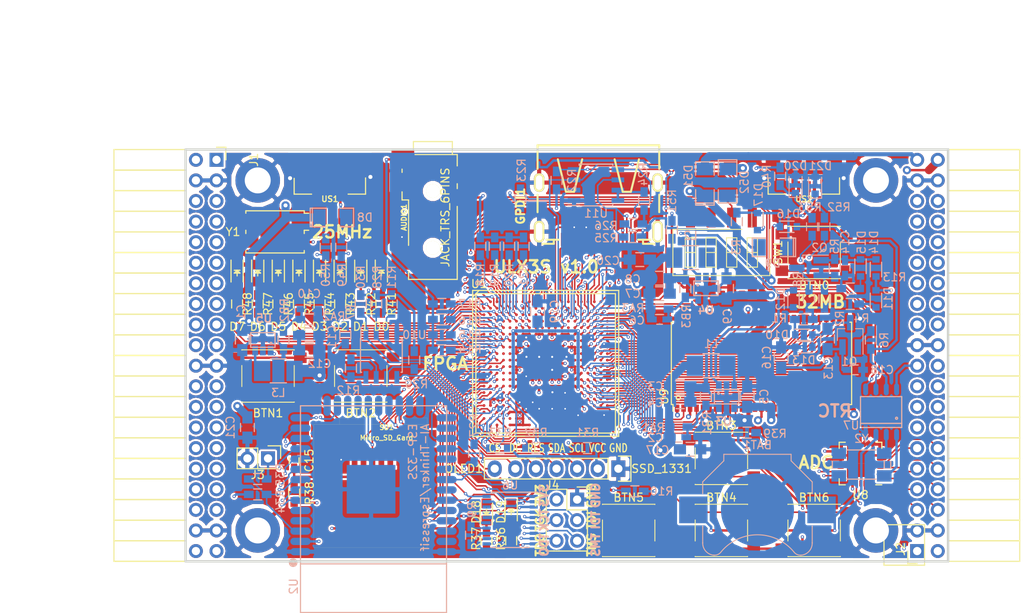
<source format=kicad_pcb>
(kicad_pcb (version 4) (host pcbnew 4.0.7+dfsg1-1)

  (general
    (links 672)
    (no_connects 0)
    (area 93.949999 61.269999 188.230001 112.370001)
    (thickness 1.6)
    (drawings 24)
    (tracks 4019)
    (zones 0)
    (modules 146)
    (nets 236)
  )

  (page A4)
  (layers
    (0 F.Cu signal)
    (1 In1.Cu signal)
    (2 In2.Cu signal)
    (31 B.Cu signal)
    (32 B.Adhes user)
    (33 F.Adhes user)
    (34 B.Paste user)
    (35 F.Paste user)
    (36 B.SilkS user)
    (37 F.SilkS user)
    (38 B.Mask user)
    (39 F.Mask user)
    (40 Dwgs.User user)
    (41 Cmts.User user)
    (42 Eco1.User user)
    (43 Eco2.User user)
    (44 Edge.Cuts user)
    (45 Margin user)
    (46 B.CrtYd user)
    (47 F.CrtYd user)
    (48 B.Fab user)
    (49 F.Fab user)
  )

  (setup
    (last_trace_width 0.3)
    (trace_clearance 0.127)
    (zone_clearance 0.254)
    (zone_45_only no)
    (trace_min 0.127)
    (segment_width 0.2)
    (edge_width 0.2)
    (via_size 0.4)
    (via_drill 0.2)
    (via_min_size 0.4)
    (via_min_drill 0.2)
    (uvia_size 0.3)
    (uvia_drill 0.1)
    (uvias_allowed no)
    (uvia_min_size 0.2)
    (uvia_min_drill 0.1)
    (pcb_text_width 0.3)
    (pcb_text_size 1.5 1.5)
    (mod_edge_width 0.15)
    (mod_text_size 1 1)
    (mod_text_width 0.15)
    (pad_size 0.5 0.5)
    (pad_drill 0)
    (pad_to_mask_clearance 0.05)
    (aux_axis_origin 82.67 62.69)
    (grid_origin 86.48 79.2)
    (visible_elements 7FFFFFFF)
    (pcbplotparams
      (layerselection 0x310f0_80000007)
      (usegerberextensions true)
      (excludeedgelayer true)
      (linewidth 0.100000)
      (plotframeref false)
      (viasonmask false)
      (mode 1)
      (useauxorigin false)
      (hpglpennumber 1)
      (hpglpenspeed 20)
      (hpglpendiameter 15)
      (hpglpenoverlay 2)
      (psnegative false)
      (psa4output false)
      (plotreference true)
      (plotvalue true)
      (plotinvisibletext false)
      (padsonsilk false)
      (subtractmaskfromsilk false)
      (outputformat 1)
      (mirror false)
      (drillshape 0)
      (scaleselection 1)
      (outputdirectory plot))
  )

  (net 0 "")
  (net 1 GND)
  (net 2 +5V)
  (net 3 /gpio/IN5V)
  (net 4 /gpio/OUT5V)
  (net 5 +3V3)
  (net 6 "Net-(L1-Pad1)")
  (net 7 "Net-(L2-Pad1)")
  (net 8 +1V2)
  (net 9 BTN_D)
  (net 10 BTN_F1)
  (net 11 BTN_F2)
  (net 12 BTN_L)
  (net 13 BTN_R)
  (net 14 BTN_U)
  (net 15 /power/FB1)
  (net 16 +2V5)
  (net 17 "Net-(L3-Pad1)")
  (net 18 /power/PWREN)
  (net 19 /power/FB3)
  (net 20 /power/FB2)
  (net 21 "Net-(D9-Pad1)")
  (net 22 /power/VBAT)
  (net 23 JTAG_TDI)
  (net 24 JTAG_TCK)
  (net 25 JTAG_TMS)
  (net 26 JTAG_TDO)
  (net 27 /power/WAKEUPn)
  (net 28 /power/WKUP)
  (net 29 /power/SHUT)
  (net 30 /power/WAKE)
  (net 31 /power/HOLD)
  (net 32 /power/WKn)
  (net 33 /power/OSCI_32k)
  (net 34 /power/OSCO_32k)
  (net 35 "Net-(Q2-Pad3)")
  (net 36 SHUTDOWN)
  (net 37 /analog/AUDIO_L)
  (net 38 /analog/AUDIO_R)
  (net 39 GPDI_5V_SCL)
  (net 40 GPDI_5V_SDA)
  (net 41 GPDI_SDA)
  (net 42 GPDI_SCL)
  (net 43 /gpdi/VREF2)
  (net 44 SD_CMD)
  (net 45 SD_CLK)
  (net 46 SD_D0)
  (net 47 SD_D1)
  (net 48 USB5V)
  (net 49 "Net-(BTN0-Pad1)")
  (net 50 GPDI_CEC)
  (net 51 nRESET)
  (net 52 FTDI_nDTR)
  (net 53 SDRAM_CKE)
  (net 54 SDRAM_A7)
  (net 55 SDRAM_D15)
  (net 56 SDRAM_BA1)
  (net 57 SDRAM_D7)
  (net 58 SDRAM_A6)
  (net 59 SDRAM_CLK)
  (net 60 SDRAM_D13)
  (net 61 SDRAM_BA0)
  (net 62 SDRAM_D6)
  (net 63 SDRAM_A5)
  (net 64 SDRAM_D14)
  (net 65 SDRAM_A11)
  (net 66 SDRAM_D12)
  (net 67 SDRAM_D5)
  (net 68 SDRAM_A4)
  (net 69 SDRAM_A10)
  (net 70 SDRAM_D11)
  (net 71 SDRAM_A3)
  (net 72 SDRAM_D4)
  (net 73 SDRAM_D10)
  (net 74 SDRAM_D9)
  (net 75 SDRAM_A9)
  (net 76 SDRAM_D3)
  (net 77 SDRAM_D8)
  (net 78 SDRAM_A8)
  (net 79 SDRAM_A2)
  (net 80 SDRAM_A1)
  (net 81 SDRAM_A0)
  (net 82 SDRAM_D2)
  (net 83 SDRAM_D1)
  (net 84 SDRAM_D0)
  (net 85 SDRAM_DQM0)
  (net 86 SDRAM_nCS)
  (net 87 SDRAM_nRAS)
  (net 88 SDRAM_DQM1)
  (net 89 SDRAM_nCAS)
  (net 90 SDRAM_nWE)
  (net 91 /flash/FLASH_nWP)
  (net 92 /flash/FLASH_nHOLD)
  (net 93 /flash/FLASH_MOSI)
  (net 94 /flash/FLASH_MISO)
  (net 95 /flash/FLASH_SCK)
  (net 96 /flash/FLASH_nCS)
  (net 97 /flash/FPGA_PROGRAMN)
  (net 98 /flash/FPGA_DONE)
  (net 99 /flash/FPGA_INITN)
  (net 100 OLED_RES)
  (net 101 OLED_DC)
  (net 102 OLED_CS)
  (net 103 WIFI_EN)
  (net 104 FTDI_nRTS)
  (net 105 FTDI_TXD)
  (net 106 FTDI_RXD)
  (net 107 WIFI_RXD)
  (net 108 WIFI_GPIO0)
  (net 109 WIFI_TXD)
  (net 110 GPDI_ETH-)
  (net 111 GPDI_ETH+)
  (net 112 GPDI_D2+)
  (net 113 GPDI_D2-)
  (net 114 GPDI_D1+)
  (net 115 GPDI_D1-)
  (net 116 GPDI_D0+)
  (net 117 GPDI_D0-)
  (net 118 GPDI_CLK+)
  (net 119 GPDI_CLK-)
  (net 120 USB_FTDI_D+)
  (net 121 USB_FTDI_D-)
  (net 122 J1_17-)
  (net 123 J1_17+)
  (net 124 J1_23-)
  (net 125 J1_23+)
  (net 126 J1_25-)
  (net 127 J1_25+)
  (net 128 J1_27-)
  (net 129 J1_27+)
  (net 130 J1_29-)
  (net 131 J1_29+)
  (net 132 J1_31-)
  (net 133 J1_31+)
  (net 134 J1_33-)
  (net 135 J1_33+)
  (net 136 J1_35-)
  (net 137 J1_35+)
  (net 138 J2_5-)
  (net 139 J2_5+)
  (net 140 J2_7-)
  (net 141 J2_7+)
  (net 142 J2_9-)
  (net 143 J2_9+)
  (net 144 J2_13-)
  (net 145 J2_13+)
  (net 146 J2_17-)
  (net 147 J2_17+)
  (net 148 J2_11-)
  (net 149 J2_11+)
  (net 150 J2_23-)
  (net 151 J2_23+)
  (net 152 J1_5-)
  (net 153 J1_5+)
  (net 154 J1_7-)
  (net 155 J1_7+)
  (net 156 J1_9-)
  (net 157 J1_9+)
  (net 158 J1_11-)
  (net 159 J1_11+)
  (net 160 J1_13-)
  (net 161 J1_13+)
  (net 162 J1_15-)
  (net 163 J1_15+)
  (net 164 J2_15-)
  (net 165 J2_15+)
  (net 166 J2_25-)
  (net 167 J2_25+)
  (net 168 J2_27-)
  (net 169 J2_27+)
  (net 170 J2_29-)
  (net 171 J2_29+)
  (net 172 J2_31-)
  (net 173 J2_31+)
  (net 174 J2_33-)
  (net 175 J2_33+)
  (net 176 J2_35-)
  (net 177 J2_35+)
  (net 178 SD_D3)
  (net 179 AUDIO_L3)
  (net 180 AUDIO_L2)
  (net 181 AUDIO_L1)
  (net 182 AUDIO_L0)
  (net 183 AUDIO_R3)
  (net 184 AUDIO_R2)
  (net 185 AUDIO_R1)
  (net 186 AUDIO_R0)
  (net 187 OLED_CLK)
  (net 188 OLED_MOSI)
  (net 189 LED0)
  (net 190 LED1)
  (net 191 LED2)
  (net 192 LED3)
  (net 193 LED4)
  (net 194 LED5)
  (net 195 LED6)
  (net 196 LED7)
  (net 197 BTN_PWRn)
  (net 198 "Net-(J3-Pad1)")
  (net 199 FTDI_nTXLED)
  (net 200 FTDI_nSLEEP)
  (net 201 /blinkey/LED_PWREN)
  (net 202 /blinkey/LED_TXLED)
  (net 203 FT3V3)
  (net 204 /sdcard/SD3V3)
  (net 205 SD_D2)
  (net 206 CLK_25MHz)
  (net 207 /blinkey/BTNPUL)
  (net 208 /blinkey/BTNPUR)
  (net 209 USB_FPGA_D+)
  (net 210 /power/FTDI_nSUSPEND)
  (net 211 /blinkey/ALED0)
  (net 212 /blinkey/ALED1)
  (net 213 /blinkey/ALED2)
  (net 214 /blinkey/ALED3)
  (net 215 /blinkey/ALED4)
  (net 216 /blinkey/ALED5)
  (net 217 /blinkey/ALED6)
  (net 218 /blinkey/ALED7)
  (net 219 /usb/FTD-)
  (net 220 /usb/FTD+)
  (net 221 ADC_MISO)
  (net 222 ADC_MOSI)
  (net 223 ADC_CSn)
  (net 224 ADC_SCLK)
  (net 225 "Net-(R51-Pad2)")
  (net 226 SW3)
  (net 227 SW2)
  (net 228 SW1)
  (net 229 SW0)
  (net 230 USB_FPGA_D-)
  (net 231 /usb/FPD+)
  (net 232 /usb/FPD-)
  (net 233 WIFI_GPIO16)
  (net 234 WIFI_GPIO15)
  (net 235 /usb/ANT_433MHz)

  (net_class Default "This is the default net class."
    (clearance 0.127)
    (trace_width 0.3)
    (via_dia 0.4)
    (via_drill 0.2)
    (uvia_dia 0.3)
    (uvia_drill 0.1)
    (add_net +1V2)
    (add_net +2V5)
    (add_net +3V3)
    (add_net +5V)
    (add_net /analog/AUDIO_L)
    (add_net /analog/AUDIO_R)
    (add_net /blinkey/ALED0)
    (add_net /blinkey/ALED1)
    (add_net /blinkey/ALED2)
    (add_net /blinkey/ALED3)
    (add_net /blinkey/ALED4)
    (add_net /blinkey/ALED5)
    (add_net /blinkey/ALED6)
    (add_net /blinkey/ALED7)
    (add_net /blinkey/BTNPUL)
    (add_net /blinkey/BTNPUR)
    (add_net /blinkey/LED_PWREN)
    (add_net /blinkey/LED_TXLED)
    (add_net /gpdi/VREF2)
    (add_net /gpio/IN5V)
    (add_net /gpio/OUT5V)
    (add_net /power/FB1)
    (add_net /power/FB2)
    (add_net /power/FB3)
    (add_net /power/FTDI_nSUSPEND)
    (add_net /power/HOLD)
    (add_net /power/OSCI_32k)
    (add_net /power/OSCO_32k)
    (add_net /power/PWREN)
    (add_net /power/SHUT)
    (add_net /power/VBAT)
    (add_net /power/WAKE)
    (add_net /power/WAKEUPn)
    (add_net /power/WKUP)
    (add_net /power/WKn)
    (add_net /sdcard/SD3V3)
    (add_net /usb/ANT_433MHz)
    (add_net /usb/FPD+)
    (add_net /usb/FPD-)
    (add_net /usb/FTD+)
    (add_net /usb/FTD-)
    (add_net FT3V3)
    (add_net GND)
    (add_net "Net-(BTN0-Pad1)")
    (add_net "Net-(D9-Pad1)")
    (add_net "Net-(J3-Pad1)")
    (add_net "Net-(L1-Pad1)")
    (add_net "Net-(L2-Pad1)")
    (add_net "Net-(L3-Pad1)")
    (add_net "Net-(Q2-Pad3)")
    (add_net "Net-(R51-Pad2)")
    (add_net USB5V)
  )

  (net_class BGA ""
    (clearance 0.127)
    (trace_width 0.19)
    (via_dia 0.4)
    (via_drill 0.2)
    (uvia_dia 0.3)
    (uvia_drill 0.1)
    (add_net /flash/FLASH_MISO)
    (add_net /flash/FLASH_MOSI)
    (add_net /flash/FLASH_SCK)
    (add_net /flash/FLASH_nCS)
    (add_net /flash/FLASH_nHOLD)
    (add_net /flash/FLASH_nWP)
    (add_net /flash/FPGA_DONE)
    (add_net /flash/FPGA_INITN)
    (add_net /flash/FPGA_PROGRAMN)
    (add_net ADC_CSn)
    (add_net ADC_MISO)
    (add_net ADC_MOSI)
    (add_net ADC_SCLK)
    (add_net AUDIO_L0)
    (add_net AUDIO_L1)
    (add_net AUDIO_L2)
    (add_net AUDIO_L3)
    (add_net AUDIO_R0)
    (add_net AUDIO_R1)
    (add_net AUDIO_R2)
    (add_net AUDIO_R3)
    (add_net BTN_D)
    (add_net BTN_F1)
    (add_net BTN_F2)
    (add_net BTN_L)
    (add_net BTN_PWRn)
    (add_net BTN_R)
    (add_net BTN_U)
    (add_net CLK_25MHz)
    (add_net FTDI_RXD)
    (add_net FTDI_TXD)
    (add_net FTDI_nDTR)
    (add_net FTDI_nRTS)
    (add_net FTDI_nSLEEP)
    (add_net FTDI_nTXLED)
    (add_net GPDI_5V_SCL)
    (add_net GPDI_5V_SDA)
    (add_net GPDI_CEC)
    (add_net GPDI_CLK+)
    (add_net GPDI_CLK-)
    (add_net GPDI_D0+)
    (add_net GPDI_D0-)
    (add_net GPDI_D1+)
    (add_net GPDI_D1-)
    (add_net GPDI_D2+)
    (add_net GPDI_D2-)
    (add_net GPDI_ETH+)
    (add_net GPDI_ETH-)
    (add_net GPDI_SCL)
    (add_net GPDI_SDA)
    (add_net J1_11+)
    (add_net J1_11-)
    (add_net J1_13+)
    (add_net J1_13-)
    (add_net J1_15+)
    (add_net J1_15-)
    (add_net J1_17+)
    (add_net J1_17-)
    (add_net J1_23+)
    (add_net J1_23-)
    (add_net J1_25+)
    (add_net J1_25-)
    (add_net J1_27+)
    (add_net J1_27-)
    (add_net J1_29+)
    (add_net J1_29-)
    (add_net J1_31+)
    (add_net J1_31-)
    (add_net J1_33+)
    (add_net J1_33-)
    (add_net J1_35+)
    (add_net J1_35-)
    (add_net J1_5+)
    (add_net J1_5-)
    (add_net J1_7+)
    (add_net J1_7-)
    (add_net J1_9+)
    (add_net J1_9-)
    (add_net J2_11+)
    (add_net J2_11-)
    (add_net J2_13+)
    (add_net J2_13-)
    (add_net J2_15+)
    (add_net J2_15-)
    (add_net J2_17+)
    (add_net J2_17-)
    (add_net J2_23+)
    (add_net J2_23-)
    (add_net J2_25+)
    (add_net J2_25-)
    (add_net J2_27+)
    (add_net J2_27-)
    (add_net J2_29+)
    (add_net J2_29-)
    (add_net J2_31+)
    (add_net J2_31-)
    (add_net J2_33+)
    (add_net J2_33-)
    (add_net J2_35+)
    (add_net J2_35-)
    (add_net J2_5+)
    (add_net J2_5-)
    (add_net J2_7+)
    (add_net J2_7-)
    (add_net J2_9+)
    (add_net J2_9-)
    (add_net JTAG_TCK)
    (add_net JTAG_TDI)
    (add_net JTAG_TDO)
    (add_net JTAG_TMS)
    (add_net LED0)
    (add_net LED1)
    (add_net LED2)
    (add_net LED3)
    (add_net LED4)
    (add_net LED5)
    (add_net LED6)
    (add_net LED7)
    (add_net OLED_CLK)
    (add_net OLED_CS)
    (add_net OLED_DC)
    (add_net OLED_MOSI)
    (add_net OLED_RES)
    (add_net SDRAM_A0)
    (add_net SDRAM_A1)
    (add_net SDRAM_A10)
    (add_net SDRAM_A11)
    (add_net SDRAM_A2)
    (add_net SDRAM_A3)
    (add_net SDRAM_A4)
    (add_net SDRAM_A5)
    (add_net SDRAM_A6)
    (add_net SDRAM_A7)
    (add_net SDRAM_A8)
    (add_net SDRAM_A9)
    (add_net SDRAM_BA0)
    (add_net SDRAM_BA1)
    (add_net SDRAM_CKE)
    (add_net SDRAM_CLK)
    (add_net SDRAM_D0)
    (add_net SDRAM_D1)
    (add_net SDRAM_D10)
    (add_net SDRAM_D11)
    (add_net SDRAM_D12)
    (add_net SDRAM_D13)
    (add_net SDRAM_D14)
    (add_net SDRAM_D15)
    (add_net SDRAM_D2)
    (add_net SDRAM_D3)
    (add_net SDRAM_D4)
    (add_net SDRAM_D5)
    (add_net SDRAM_D6)
    (add_net SDRAM_D7)
    (add_net SDRAM_D8)
    (add_net SDRAM_D9)
    (add_net SDRAM_DQM0)
    (add_net SDRAM_DQM1)
    (add_net SDRAM_nCAS)
    (add_net SDRAM_nCS)
    (add_net SDRAM_nRAS)
    (add_net SDRAM_nWE)
    (add_net SD_CLK)
    (add_net SD_CMD)
    (add_net SD_D0)
    (add_net SD_D1)
    (add_net SD_D2)
    (add_net SD_D3)
    (add_net SHUTDOWN)
    (add_net SW0)
    (add_net SW1)
    (add_net SW2)
    (add_net SW3)
    (add_net USB_FPGA_D+)
    (add_net USB_FPGA_D-)
    (add_net USB_FTDI_D+)
    (add_net USB_FTDI_D-)
    (add_net WIFI_EN)
    (add_net WIFI_GPIO0)
    (add_net WIFI_GPIO15)
    (add_net WIFI_GPIO16)
    (add_net WIFI_RXD)
    (add_net WIFI_TXD)
    (add_net nRESET)
  )

  (net_class Minimal ""
    (clearance 0.127)
    (trace_width 0.127)
    (via_dia 0.4)
    (via_drill 0.2)
    (uvia_dia 0.3)
    (uvia_drill 0.1)
  )

  (module Resistors_SMD:R_0603_HandSoldering (layer B.Cu) (tedit 58307AEF) (tstamp 595B8F7A)
    (at 154.044 71.326 90)
    (descr "Resistor SMD 0603, hand soldering")
    (tags "resistor 0603")
    (path /58D6547C/595B9C2F)
    (attr smd)
    (fp_text reference R51 (at 3.556 0 90) (layer B.SilkS)
      (effects (font (size 1 1) (thickness 0.15)) (justify mirror))
    )
    (fp_text value 220 (at 3.556 0 90) (layer B.Fab)
      (effects (font (size 1 1) (thickness 0.15)) (justify mirror))
    )
    (fp_line (start -0.8 -0.4) (end -0.8 0.4) (layer B.Fab) (width 0.1))
    (fp_line (start 0.8 -0.4) (end -0.8 -0.4) (layer B.Fab) (width 0.1))
    (fp_line (start 0.8 0.4) (end 0.8 -0.4) (layer B.Fab) (width 0.1))
    (fp_line (start -0.8 0.4) (end 0.8 0.4) (layer B.Fab) (width 0.1))
    (fp_line (start -2 0.8) (end 2 0.8) (layer B.CrtYd) (width 0.05))
    (fp_line (start -2 -0.8) (end 2 -0.8) (layer B.CrtYd) (width 0.05))
    (fp_line (start -2 0.8) (end -2 -0.8) (layer B.CrtYd) (width 0.05))
    (fp_line (start 2 0.8) (end 2 -0.8) (layer B.CrtYd) (width 0.05))
    (fp_line (start 0.5 -0.675) (end -0.5 -0.675) (layer B.SilkS) (width 0.15))
    (fp_line (start -0.5 0.675) (end 0.5 0.675) (layer B.SilkS) (width 0.15))
    (pad 1 smd rect (at -1.1 0 90) (size 1.2 0.9) (layers B.Cu B.Paste B.Mask)
      (net 5 +3V3))
    (pad 2 smd rect (at 1.1 0 90) (size 1.2 0.9) (layers B.Cu B.Paste B.Mask)
      (net 225 "Net-(R51-Pad2)"))
    (model Resistors_SMD.3dshapes/R_0603_HandSoldering.wrl
      (at (xyz 0 0 0))
      (scale (xyz 1 1 1))
      (rotate (xyz 0 0 0))
    )
  )

  (module SMD_Packages:SMD-1206_Pol (layer B.Cu) (tedit 0) (tstamp 56AA106E)
    (at 160.902 65.484 270)
    (path /56AC389C/56AC4846)
    (attr smd)
    (fp_text reference D52 (at -0.034 -2.078 270) (layer B.SilkS)
      (effects (font (size 1 1) (thickness 0.15)) (justify mirror))
    )
    (fp_text value 2A (at 0 0 270) (layer B.Fab)
      (effects (font (size 1 1) (thickness 0.15)) (justify mirror))
    )
    (fp_line (start -2.54 1.143) (end -2.794 1.143) (layer B.SilkS) (width 0.15))
    (fp_line (start -2.794 1.143) (end -2.794 -1.143) (layer B.SilkS) (width 0.15))
    (fp_line (start -2.794 -1.143) (end -2.54 -1.143) (layer B.SilkS) (width 0.15))
    (fp_line (start -2.54 1.143) (end -2.54 -1.143) (layer B.SilkS) (width 0.15))
    (fp_line (start -2.54 -1.143) (end -0.889 -1.143) (layer B.SilkS) (width 0.15))
    (fp_line (start 0.889 1.143) (end 2.54 1.143) (layer B.SilkS) (width 0.15))
    (fp_line (start 2.54 1.143) (end 2.54 -1.143) (layer B.SilkS) (width 0.15))
    (fp_line (start 2.54 -1.143) (end 0.889 -1.143) (layer B.SilkS) (width 0.15))
    (fp_line (start -0.889 1.143) (end -2.54 1.143) (layer B.SilkS) (width 0.15))
    (pad 1 smd rect (at -1.651 0 270) (size 1.524 2.032) (layers B.Cu B.Paste B.Mask)
      (net 4 /gpio/OUT5V))
    (pad 2 smd rect (at 1.651 0 270) (size 1.524 2.032) (layers B.Cu B.Paste B.Mask)
      (net 2 +5V))
    (model SMD_Packages.3dshapes/SMD-1206_Pol.wrl
      (at (xyz 0 0 0))
      (scale (xyz 0.17 0.16 0.16))
      (rotate (xyz 0 0 0))
    )
  )

  (module SMD_Packages:SMD-1206_Pol (layer B.Cu) (tedit 0) (tstamp 56AA1068)
    (at 158.108 65.484 90)
    (path /56AC389C/56AC483B)
    (attr smd)
    (fp_text reference D51 (at 0.762 -2.032 90) (layer B.SilkS)
      (effects (font (size 1 1) (thickness 0.15)) (justify mirror))
    )
    (fp_text value 2A (at 0 0 90) (layer B.Fab)
      (effects (font (size 1 1) (thickness 0.15)) (justify mirror))
    )
    (fp_line (start -2.54 1.143) (end -2.794 1.143) (layer B.SilkS) (width 0.15))
    (fp_line (start -2.794 1.143) (end -2.794 -1.143) (layer B.SilkS) (width 0.15))
    (fp_line (start -2.794 -1.143) (end -2.54 -1.143) (layer B.SilkS) (width 0.15))
    (fp_line (start -2.54 1.143) (end -2.54 -1.143) (layer B.SilkS) (width 0.15))
    (fp_line (start -2.54 -1.143) (end -0.889 -1.143) (layer B.SilkS) (width 0.15))
    (fp_line (start 0.889 1.143) (end 2.54 1.143) (layer B.SilkS) (width 0.15))
    (fp_line (start 2.54 1.143) (end 2.54 -1.143) (layer B.SilkS) (width 0.15))
    (fp_line (start 2.54 -1.143) (end 0.889 -1.143) (layer B.SilkS) (width 0.15))
    (fp_line (start -0.889 1.143) (end -2.54 1.143) (layer B.SilkS) (width 0.15))
    (pad 1 smd rect (at -1.651 0 90) (size 1.524 2.032) (layers B.Cu B.Paste B.Mask)
      (net 2 +5V))
    (pad 2 smd rect (at 1.651 0 90) (size 1.524 2.032) (layers B.Cu B.Paste B.Mask)
      (net 3 /gpio/IN5V))
    (model SMD_Packages.3dshapes/SMD-1206_Pol.wrl
      (at (xyz 0 0 0))
      (scale (xyz 0.17 0.16 0.16))
      (rotate (xyz 0 0 0))
    )
  )

  (module micro-sd:MicroSD_TF02D (layer F.Cu) (tedit 52721666) (tstamp 56A966AB)
    (at 116.87 110.52 180)
    (path /58DA7327/590C84AE)
    (fp_text reference SD1 (at -1.995 14.81 180) (layer F.SilkS)
      (effects (font (size 0.59944 0.59944) (thickness 0.12446)))
    )
    (fp_text value Micro_SD_Card (at -1.995 13.54 180) (layer F.SilkS)
      (effects (font (size 0.59944 0.59944) (thickness 0.12446)))
    )
    (fp_line (start 3.8 15.2) (end 3.8 16) (layer F.SilkS) (width 0.01016))
    (fp_line (start 3.8 16) (end -7 16) (layer F.SilkS) (width 0.01016))
    (fp_line (start -7 16) (end -7 15.2) (layer F.SilkS) (width 0.01016))
    (fp_line (start 7 0) (end 7 15.2) (layer F.SilkS) (width 0.01016))
    (fp_line (start 7 15.2) (end -7 15.2) (layer F.SilkS) (width 0.01016))
    (fp_line (start -7 15.2) (end -7 0) (layer F.SilkS) (width 0.01016))
    (fp_line (start -7 0) (end 7 0) (layer F.SilkS) (width 0.01016))
    (pad 1 smd rect (at 1.94 11 180) (size 0.7 1.8) (layers F.Cu F.Paste F.Mask)
      (net 205 SD_D2))
    (pad 2 smd rect (at 0.84 11 180) (size 0.7 1.8) (layers F.Cu F.Paste F.Mask)
      (net 178 SD_D3))
    (pad 3 smd rect (at -0.26 11 180) (size 0.7 1.8) (layers F.Cu F.Paste F.Mask)
      (net 44 SD_CMD))
    (pad 4 smd rect (at -1.36 11 180) (size 0.7 1.8) (layers F.Cu F.Paste F.Mask)
      (net 204 /sdcard/SD3V3))
    (pad 5 smd rect (at -2.46 11 180) (size 0.7 1.8) (layers F.Cu F.Paste F.Mask)
      (net 45 SD_CLK))
    (pad 6 smd rect (at -3.56 11 180) (size 0.7 1.8) (layers F.Cu F.Paste F.Mask)
      (net 1 GND))
    (pad 7 smd rect (at -4.66 11 180) (size 0.7 1.8) (layers F.Cu F.Paste F.Mask)
      (net 46 SD_D0))
    (pad 8 smd rect (at -5.76 11 180) (size 0.7 1.8) (layers F.Cu F.Paste F.Mask)
      (net 47 SD_D1))
    (pad S smd rect (at -5.05 0.4 180) (size 1.6 1.4) (layers F.Cu F.Paste F.Mask))
    (pad S smd rect (at 0.75 0.4 180) (size 1.8 1.4) (layers F.Cu F.Paste F.Mask))
    (pad G smd rect (at -7.45 13.55 180) (size 1.4 1.9) (layers F.Cu F.Paste F.Mask))
    (pad G smd rect (at 6.6 14.55 180) (size 1.4 1.9) (layers F.Cu F.Paste F.Mask))
  )

  (module Resistors_SMD:R_1210_HandSoldering (layer B.Cu) (tedit 58307C8D) (tstamp 58D58A37)
    (at 158.87 88.09 180)
    (descr "Resistor SMD 1210, hand soldering")
    (tags "resistor 1210")
    (path /58D51CAD/58D59D36)
    (attr smd)
    (fp_text reference L1 (at 0 2.7 180) (layer B.SilkS)
      (effects (font (size 1 1) (thickness 0.15)) (justify mirror))
    )
    (fp_text value 2.2uH (at 0 2.032 180) (layer B.Fab)
      (effects (font (size 1 1) (thickness 0.15)) (justify mirror))
    )
    (fp_line (start -1.6 -1.25) (end -1.6 1.25) (layer B.Fab) (width 0.1))
    (fp_line (start 1.6 -1.25) (end -1.6 -1.25) (layer B.Fab) (width 0.1))
    (fp_line (start 1.6 1.25) (end 1.6 -1.25) (layer B.Fab) (width 0.1))
    (fp_line (start -1.6 1.25) (end 1.6 1.25) (layer B.Fab) (width 0.1))
    (fp_line (start -3.3 1.6) (end 3.3 1.6) (layer B.CrtYd) (width 0.05))
    (fp_line (start -3.3 -1.6) (end 3.3 -1.6) (layer B.CrtYd) (width 0.05))
    (fp_line (start -3.3 1.6) (end -3.3 -1.6) (layer B.CrtYd) (width 0.05))
    (fp_line (start 3.3 1.6) (end 3.3 -1.6) (layer B.CrtYd) (width 0.05))
    (fp_line (start 1 -1.475) (end -1 -1.475) (layer B.SilkS) (width 0.15))
    (fp_line (start -1 1.475) (end 1 1.475) (layer B.SilkS) (width 0.15))
    (pad 1 smd rect (at -2 0 180) (size 2 2.5) (layers B.Cu B.Paste B.Mask)
      (net 6 "Net-(L1-Pad1)"))
    (pad 2 smd rect (at 2 0 180) (size 2 2.5) (layers B.Cu B.Paste B.Mask)
      (net 8 +1V2))
    (model Resistors_SMD.3dshapes/R_1210_HandSoldering.wrl
      (at (xyz 0 0 0))
      (scale (xyz 1 1 1))
      (rotate (xyz 0 0 0))
    )
  )

  (module TSOT-25:TSOT-25 (layer B.Cu) (tedit 59CD7E8F) (tstamp 58D5976E)
    (at 160.775 91.9)
    (path /58D51CAD/58D58840)
    (fp_text reference U3 (at -0.381 3.048) (layer B.SilkS)
      (effects (font (size 1 1) (thickness 0.2)) (justify mirror))
    )
    (fp_text value AP3429A (at 0 2.286) (layer B.Fab)
      (effects (font (size 0.4 0.4) (thickness 0.1)) (justify mirror))
    )
    (fp_circle (center -1 -0.4) (end -0.95 -0.5) (layer B.SilkS) (width 0.15))
    (fp_line (start -1.5 0.9) (end 1.5 0.9) (layer B.SilkS) (width 0.15))
    (fp_line (start 1.5 0.9) (end 1.5 -0.9) (layer B.SilkS) (width 0.15))
    (fp_line (start 1.5 -0.9) (end -1.5 -0.9) (layer B.SilkS) (width 0.15))
    (fp_line (start -1.5 -0.9) (end -1.5 0.9) (layer B.SilkS) (width 0.15))
    (pad 1 smd rect (at -0.95 -1.3) (size 0.7 1.2) (layers B.Cu B.Paste B.Mask)
      (net 18 /power/PWREN))
    (pad 2 smd rect (at 0 -1.3) (size 0.7 1.2) (layers B.Cu B.Paste B.Mask)
      (net 1 GND))
    (pad 3 smd rect (at 0.95 -1.3) (size 0.7 1.2) (layers B.Cu B.Paste B.Mask)
      (net 6 "Net-(L1-Pad1)"))
    (pad 4 smd rect (at 0.95 1.3) (size 0.7 1.2) (layers B.Cu B.Paste B.Mask)
      (net 2 +5V))
    (pad 5 smd rect (at -0.95 1.3) (size 0.7 1.2) (layers B.Cu B.Paste B.Mask)
      (net 15 /power/FB1))
  )

  (module Resistors_SMD:R_1210_HandSoldering (layer B.Cu) (tedit 58307C8D) (tstamp 58D599B2)
    (at 156.33 74.755 180)
    (descr "Resistor SMD 1210, hand soldering")
    (tags "resistor 1210")
    (path /58D51CAD/58D62964)
    (attr smd)
    (fp_text reference L2 (at 0 2.7 180) (layer B.SilkS)
      (effects (font (size 1 1) (thickness 0.15)) (justify mirror))
    )
    (fp_text value 2.2uH (at -1.016 2.159 180) (layer B.Fab)
      (effects (font (size 1 1) (thickness 0.15)) (justify mirror))
    )
    (fp_line (start -1.6 -1.25) (end -1.6 1.25) (layer B.Fab) (width 0.1))
    (fp_line (start 1.6 -1.25) (end -1.6 -1.25) (layer B.Fab) (width 0.1))
    (fp_line (start 1.6 1.25) (end 1.6 -1.25) (layer B.Fab) (width 0.1))
    (fp_line (start -1.6 1.25) (end 1.6 1.25) (layer B.Fab) (width 0.1))
    (fp_line (start -3.3 1.6) (end 3.3 1.6) (layer B.CrtYd) (width 0.05))
    (fp_line (start -3.3 -1.6) (end 3.3 -1.6) (layer B.CrtYd) (width 0.05))
    (fp_line (start -3.3 1.6) (end -3.3 -1.6) (layer B.CrtYd) (width 0.05))
    (fp_line (start 3.3 1.6) (end 3.3 -1.6) (layer B.CrtYd) (width 0.05))
    (fp_line (start 1 -1.475) (end -1 -1.475) (layer B.SilkS) (width 0.15))
    (fp_line (start -1 1.475) (end 1 1.475) (layer B.SilkS) (width 0.15))
    (pad 1 smd rect (at -2 0 180) (size 2 2.5) (layers B.Cu B.Paste B.Mask)
      (net 7 "Net-(L2-Pad1)"))
    (pad 2 smd rect (at 2 0 180) (size 2 2.5) (layers B.Cu B.Paste B.Mask)
      (net 5 +3V3))
    (model Resistors_SMD.3dshapes/R_1210_HandSoldering.wrl
      (at (xyz 0 0 0))
      (scale (xyz 1 1 1))
      (rotate (xyz 0 0 0))
    )
  )

  (module TSOT-25:TSOT-25 (layer B.Cu) (tedit 59CD7E82) (tstamp 58D599CD)
    (at 158.235 78.535)
    (path /58D51CAD/58D62946)
    (fp_text reference U4 (at 0 2.697) (layer B.SilkS)
      (effects (font (size 1 1) (thickness 0.2)) (justify mirror))
    )
    (fp_text value AP3429A (at 0 2.443) (layer B.Fab)
      (effects (font (size 0.4 0.4) (thickness 0.1)) (justify mirror))
    )
    (fp_circle (center -1 -0.4) (end -0.95 -0.5) (layer B.SilkS) (width 0.15))
    (fp_line (start -1.5 0.9) (end 1.5 0.9) (layer B.SilkS) (width 0.15))
    (fp_line (start 1.5 0.9) (end 1.5 -0.9) (layer B.SilkS) (width 0.15))
    (fp_line (start 1.5 -0.9) (end -1.5 -0.9) (layer B.SilkS) (width 0.15))
    (fp_line (start -1.5 -0.9) (end -1.5 0.9) (layer B.SilkS) (width 0.15))
    (pad 1 smd rect (at -0.95 -1.3) (size 0.7 1.2) (layers B.Cu B.Paste B.Mask)
      (net 18 /power/PWREN))
    (pad 2 smd rect (at 0 -1.3) (size 0.7 1.2) (layers B.Cu B.Paste B.Mask)
      (net 1 GND))
    (pad 3 smd rect (at 0.95 -1.3) (size 0.7 1.2) (layers B.Cu B.Paste B.Mask)
      (net 7 "Net-(L2-Pad1)"))
    (pad 4 smd rect (at 0.95 1.3) (size 0.7 1.2) (layers B.Cu B.Paste B.Mask)
      (net 2 +5V))
    (pad 5 smd rect (at -0.95 1.3) (size 0.7 1.2) (layers B.Cu B.Paste B.Mask)
      (net 19 /power/FB3))
  )

  (module LEDs:LED_0805 (layer F.Cu) (tedit 59CCC657) (tstamp 58D659BC)
    (at 118.23 76.66 270)
    (descr "LED 0805 smd package")
    (tags "LED 0805 SMD")
    (path /58D6547C/58D66570)
    (attr smd)
    (fp_text reference D0 (at 6.604 0 360) (layer F.SilkS)
      (effects (font (size 1 1) (thickness 0.15)))
    )
    (fp_text value LED (at -2.794 0 270) (layer F.Fab) hide
      (effects (font (size 1 1) (thickness 0.15)))
    )
    (fp_line (start -0.4 -0.3) (end -0.4 0.3) (layer F.Fab) (width 0.15))
    (fp_line (start -0.3 0) (end 0 -0.3) (layer F.Fab) (width 0.15))
    (fp_line (start 0 0.3) (end -0.3 0) (layer F.Fab) (width 0.15))
    (fp_line (start 0 -0.3) (end 0 0.3) (layer F.Fab) (width 0.15))
    (fp_line (start 1 -0.6) (end -1 -0.6) (layer F.Fab) (width 0.15))
    (fp_line (start 1 0.6) (end 1 -0.6) (layer F.Fab) (width 0.15))
    (fp_line (start -1 0.6) (end 1 0.6) (layer F.Fab) (width 0.15))
    (fp_line (start -1 -0.6) (end -1 0.6) (layer F.Fab) (width 0.15))
    (fp_line (start -1.6 0.75) (end 1.1 0.75) (layer F.SilkS) (width 0.15))
    (fp_line (start -1.6 -0.75) (end 1.1 -0.75) (layer F.SilkS) (width 0.15))
    (fp_line (start -0.1 0.15) (end -0.1 -0.1) (layer F.SilkS) (width 0.15))
    (fp_line (start -0.1 -0.1) (end -0.25 0.05) (layer F.SilkS) (width 0.15))
    (fp_line (start -0.35 -0.35) (end -0.35 0.35) (layer F.SilkS) (width 0.15))
    (fp_line (start 0 0) (end 0.35 0) (layer F.SilkS) (width 0.15))
    (fp_line (start -0.35 0) (end 0 -0.35) (layer F.SilkS) (width 0.15))
    (fp_line (start 0 -0.35) (end 0 0.35) (layer F.SilkS) (width 0.15))
    (fp_line (start 0 0.35) (end -0.35 0) (layer F.SilkS) (width 0.15))
    (fp_line (start 1.9 -0.95) (end 1.9 0.95) (layer F.CrtYd) (width 0.05))
    (fp_line (start 1.9 0.95) (end -1.9 0.95) (layer F.CrtYd) (width 0.05))
    (fp_line (start -1.9 0.95) (end -1.9 -0.95) (layer F.CrtYd) (width 0.05))
    (fp_line (start -1.9 -0.95) (end 1.9 -0.95) (layer F.CrtYd) (width 0.05))
    (pad 2 smd rect (at 1.04902 0 90) (size 1.19888 1.19888) (layers F.Cu F.Paste F.Mask)
      (net 211 /blinkey/ALED0))
    (pad 1 smd rect (at -1.04902 0 90) (size 1.19888 1.19888) (layers F.Cu F.Paste F.Mask)
      (net 1 GND))
    (model LEDs.3dshapes/LED_0805.wrl
      (at (xyz 0 0 0))
      (scale (xyz 1 1 1))
      (rotate (xyz 0 0 0))
    )
  )

  (module LEDs:LED_0805 (layer F.Cu) (tedit 59CCC647) (tstamp 58D659C2)
    (at 115.69 76.66 270)
    (descr "LED 0805 smd package")
    (tags "LED 0805 SMD")
    (path /58D6547C/58D66620)
    (attr smd)
    (fp_text reference D1 (at 6.604 0 360) (layer F.SilkS)
      (effects (font (size 1 1) (thickness 0.15)))
    )
    (fp_text value LED (at -2.794 0 270) (layer F.Fab) hide
      (effects (font (size 1 1) (thickness 0.15)))
    )
    (fp_line (start -0.4 -0.3) (end -0.4 0.3) (layer F.Fab) (width 0.15))
    (fp_line (start -0.3 0) (end 0 -0.3) (layer F.Fab) (width 0.15))
    (fp_line (start 0 0.3) (end -0.3 0) (layer F.Fab) (width 0.15))
    (fp_line (start 0 -0.3) (end 0 0.3) (layer F.Fab) (width 0.15))
    (fp_line (start 1 -0.6) (end -1 -0.6) (layer F.Fab) (width 0.15))
    (fp_line (start 1 0.6) (end 1 -0.6) (layer F.Fab) (width 0.15))
    (fp_line (start -1 0.6) (end 1 0.6) (layer F.Fab) (width 0.15))
    (fp_line (start -1 -0.6) (end -1 0.6) (layer F.Fab) (width 0.15))
    (fp_line (start -1.6 0.75) (end 1.1 0.75) (layer F.SilkS) (width 0.15))
    (fp_line (start -1.6 -0.75) (end 1.1 -0.75) (layer F.SilkS) (width 0.15))
    (fp_line (start -0.1 0.15) (end -0.1 -0.1) (layer F.SilkS) (width 0.15))
    (fp_line (start -0.1 -0.1) (end -0.25 0.05) (layer F.SilkS) (width 0.15))
    (fp_line (start -0.35 -0.35) (end -0.35 0.35) (layer F.SilkS) (width 0.15))
    (fp_line (start 0 0) (end 0.35 0) (layer F.SilkS) (width 0.15))
    (fp_line (start -0.35 0) (end 0 -0.35) (layer F.SilkS) (width 0.15))
    (fp_line (start 0 -0.35) (end 0 0.35) (layer F.SilkS) (width 0.15))
    (fp_line (start 0 0.35) (end -0.35 0) (layer F.SilkS) (width 0.15))
    (fp_line (start 1.9 -0.95) (end 1.9 0.95) (layer F.CrtYd) (width 0.05))
    (fp_line (start 1.9 0.95) (end -1.9 0.95) (layer F.CrtYd) (width 0.05))
    (fp_line (start -1.9 0.95) (end -1.9 -0.95) (layer F.CrtYd) (width 0.05))
    (fp_line (start -1.9 -0.95) (end 1.9 -0.95) (layer F.CrtYd) (width 0.05))
    (pad 2 smd rect (at 1.04902 0 90) (size 1.19888 1.19888) (layers F.Cu F.Paste F.Mask)
      (net 212 /blinkey/ALED1))
    (pad 1 smd rect (at -1.04902 0 90) (size 1.19888 1.19888) (layers F.Cu F.Paste F.Mask)
      (net 1 GND))
    (model LEDs.3dshapes/LED_0805.wrl
      (at (xyz 0 0 0))
      (scale (xyz 1 1 1))
      (rotate (xyz 0 0 0))
    )
  )

  (module LEDs:LED_0805 (layer F.Cu) (tedit 59CCC63D) (tstamp 58D659C8)
    (at 113.15 76.66 270)
    (descr "LED 0805 smd package")
    (tags "LED 0805 SMD")
    (path /58D6547C/58D666C3)
    (attr smd)
    (fp_text reference D2 (at 6.604 0 360) (layer F.SilkS)
      (effects (font (size 1 1) (thickness 0.15)))
    )
    (fp_text value LED (at -2.794 0 270) (layer F.Fab) hide
      (effects (font (size 1 1) (thickness 0.15)))
    )
    (fp_line (start -0.4 -0.3) (end -0.4 0.3) (layer F.Fab) (width 0.15))
    (fp_line (start -0.3 0) (end 0 -0.3) (layer F.Fab) (width 0.15))
    (fp_line (start 0 0.3) (end -0.3 0) (layer F.Fab) (width 0.15))
    (fp_line (start 0 -0.3) (end 0 0.3) (layer F.Fab) (width 0.15))
    (fp_line (start 1 -0.6) (end -1 -0.6) (layer F.Fab) (width 0.15))
    (fp_line (start 1 0.6) (end 1 -0.6) (layer F.Fab) (width 0.15))
    (fp_line (start -1 0.6) (end 1 0.6) (layer F.Fab) (width 0.15))
    (fp_line (start -1 -0.6) (end -1 0.6) (layer F.Fab) (width 0.15))
    (fp_line (start -1.6 0.75) (end 1.1 0.75) (layer F.SilkS) (width 0.15))
    (fp_line (start -1.6 -0.75) (end 1.1 -0.75) (layer F.SilkS) (width 0.15))
    (fp_line (start -0.1 0.15) (end -0.1 -0.1) (layer F.SilkS) (width 0.15))
    (fp_line (start -0.1 -0.1) (end -0.25 0.05) (layer F.SilkS) (width 0.15))
    (fp_line (start -0.35 -0.35) (end -0.35 0.35) (layer F.SilkS) (width 0.15))
    (fp_line (start 0 0) (end 0.35 0) (layer F.SilkS) (width 0.15))
    (fp_line (start -0.35 0) (end 0 -0.35) (layer F.SilkS) (width 0.15))
    (fp_line (start 0 -0.35) (end 0 0.35) (layer F.SilkS) (width 0.15))
    (fp_line (start 0 0.35) (end -0.35 0) (layer F.SilkS) (width 0.15))
    (fp_line (start 1.9 -0.95) (end 1.9 0.95) (layer F.CrtYd) (width 0.05))
    (fp_line (start 1.9 0.95) (end -1.9 0.95) (layer F.CrtYd) (width 0.05))
    (fp_line (start -1.9 0.95) (end -1.9 -0.95) (layer F.CrtYd) (width 0.05))
    (fp_line (start -1.9 -0.95) (end 1.9 -0.95) (layer F.CrtYd) (width 0.05))
    (pad 2 smd rect (at 1.04902 0 90) (size 1.19888 1.19888) (layers F.Cu F.Paste F.Mask)
      (net 213 /blinkey/ALED2))
    (pad 1 smd rect (at -1.04902 0 90) (size 1.19888 1.19888) (layers F.Cu F.Paste F.Mask)
      (net 1 GND))
    (model LEDs.3dshapes/LED_0805.wrl
      (at (xyz 0 0 0))
      (scale (xyz 1 1 1))
      (rotate (xyz 0 0 0))
    )
  )

  (module LEDs:LED_0805 (layer F.Cu) (tedit 59CCC636) (tstamp 58D659CE)
    (at 110.61 76.66 270)
    (descr "LED 0805 smd package")
    (tags "LED 0805 SMD")
    (path /58D6547C/58D66733)
    (attr smd)
    (fp_text reference D3 (at 6.604 0 360) (layer F.SilkS)
      (effects (font (size 1 1) (thickness 0.15)))
    )
    (fp_text value LED (at -2.794 0 270) (layer F.Fab) hide
      (effects (font (size 1 1) (thickness 0.15)))
    )
    (fp_line (start -0.4 -0.3) (end -0.4 0.3) (layer F.Fab) (width 0.15))
    (fp_line (start -0.3 0) (end 0 -0.3) (layer F.Fab) (width 0.15))
    (fp_line (start 0 0.3) (end -0.3 0) (layer F.Fab) (width 0.15))
    (fp_line (start 0 -0.3) (end 0 0.3) (layer F.Fab) (width 0.15))
    (fp_line (start 1 -0.6) (end -1 -0.6) (layer F.Fab) (width 0.15))
    (fp_line (start 1 0.6) (end 1 -0.6) (layer F.Fab) (width 0.15))
    (fp_line (start -1 0.6) (end 1 0.6) (layer F.Fab) (width 0.15))
    (fp_line (start -1 -0.6) (end -1 0.6) (layer F.Fab) (width 0.15))
    (fp_line (start -1.6 0.75) (end 1.1 0.75) (layer F.SilkS) (width 0.15))
    (fp_line (start -1.6 -0.75) (end 1.1 -0.75) (layer F.SilkS) (width 0.15))
    (fp_line (start -0.1 0.15) (end -0.1 -0.1) (layer F.SilkS) (width 0.15))
    (fp_line (start -0.1 -0.1) (end -0.25 0.05) (layer F.SilkS) (width 0.15))
    (fp_line (start -0.35 -0.35) (end -0.35 0.35) (layer F.SilkS) (width 0.15))
    (fp_line (start 0 0) (end 0.35 0) (layer F.SilkS) (width 0.15))
    (fp_line (start -0.35 0) (end 0 -0.35) (layer F.SilkS) (width 0.15))
    (fp_line (start 0 -0.35) (end 0 0.35) (layer F.SilkS) (width 0.15))
    (fp_line (start 0 0.35) (end -0.35 0) (layer F.SilkS) (width 0.15))
    (fp_line (start 1.9 -0.95) (end 1.9 0.95) (layer F.CrtYd) (width 0.05))
    (fp_line (start 1.9 0.95) (end -1.9 0.95) (layer F.CrtYd) (width 0.05))
    (fp_line (start -1.9 0.95) (end -1.9 -0.95) (layer F.CrtYd) (width 0.05))
    (fp_line (start -1.9 -0.95) (end 1.9 -0.95) (layer F.CrtYd) (width 0.05))
    (pad 2 smd rect (at 1.04902 0 90) (size 1.19888 1.19888) (layers F.Cu F.Paste F.Mask)
      (net 214 /blinkey/ALED3))
    (pad 1 smd rect (at -1.04902 0 90) (size 1.19888 1.19888) (layers F.Cu F.Paste F.Mask)
      (net 1 GND))
    (model LEDs.3dshapes/LED_0805.wrl
      (at (xyz 0 0 0))
      (scale (xyz 1 1 1))
      (rotate (xyz 0 0 0))
    )
  )

  (module LEDs:LED_0805 (layer F.Cu) (tedit 59CCC62D) (tstamp 58D659D4)
    (at 108.07 76.66 270)
    (descr "LED 0805 smd package")
    (tags "LED 0805 SMD")
    (path /58D6547C/58D6688F)
    (attr smd)
    (fp_text reference D4 (at 6.604 0 360) (layer F.SilkS)
      (effects (font (size 1 1) (thickness 0.15)))
    )
    (fp_text value LED (at -2.794 0 270) (layer F.Fab) hide
      (effects (font (size 1 1) (thickness 0.15)))
    )
    (fp_line (start -0.4 -0.3) (end -0.4 0.3) (layer F.Fab) (width 0.15))
    (fp_line (start -0.3 0) (end 0 -0.3) (layer F.Fab) (width 0.15))
    (fp_line (start 0 0.3) (end -0.3 0) (layer F.Fab) (width 0.15))
    (fp_line (start 0 -0.3) (end 0 0.3) (layer F.Fab) (width 0.15))
    (fp_line (start 1 -0.6) (end -1 -0.6) (layer F.Fab) (width 0.15))
    (fp_line (start 1 0.6) (end 1 -0.6) (layer F.Fab) (width 0.15))
    (fp_line (start -1 0.6) (end 1 0.6) (layer F.Fab) (width 0.15))
    (fp_line (start -1 -0.6) (end -1 0.6) (layer F.Fab) (width 0.15))
    (fp_line (start -1.6 0.75) (end 1.1 0.75) (layer F.SilkS) (width 0.15))
    (fp_line (start -1.6 -0.75) (end 1.1 -0.75) (layer F.SilkS) (width 0.15))
    (fp_line (start -0.1 0.15) (end -0.1 -0.1) (layer F.SilkS) (width 0.15))
    (fp_line (start -0.1 -0.1) (end -0.25 0.05) (layer F.SilkS) (width 0.15))
    (fp_line (start -0.35 -0.35) (end -0.35 0.35) (layer F.SilkS) (width 0.15))
    (fp_line (start 0 0) (end 0.35 0) (layer F.SilkS) (width 0.15))
    (fp_line (start -0.35 0) (end 0 -0.35) (layer F.SilkS) (width 0.15))
    (fp_line (start 0 -0.35) (end 0 0.35) (layer F.SilkS) (width 0.15))
    (fp_line (start 0 0.35) (end -0.35 0) (layer F.SilkS) (width 0.15))
    (fp_line (start 1.9 -0.95) (end 1.9 0.95) (layer F.CrtYd) (width 0.05))
    (fp_line (start 1.9 0.95) (end -1.9 0.95) (layer F.CrtYd) (width 0.05))
    (fp_line (start -1.9 0.95) (end -1.9 -0.95) (layer F.CrtYd) (width 0.05))
    (fp_line (start -1.9 -0.95) (end 1.9 -0.95) (layer F.CrtYd) (width 0.05))
    (pad 2 smd rect (at 1.04902 0 90) (size 1.19888 1.19888) (layers F.Cu F.Paste F.Mask)
      (net 215 /blinkey/ALED4))
    (pad 1 smd rect (at -1.04902 0 90) (size 1.19888 1.19888) (layers F.Cu F.Paste F.Mask)
      (net 1 GND))
    (model LEDs.3dshapes/LED_0805.wrl
      (at (xyz 0 0 0))
      (scale (xyz 1 1 1))
      (rotate (xyz 0 0 0))
    )
  )

  (module LEDs:LED_0805 (layer F.Cu) (tedit 59CCC627) (tstamp 58D659DA)
    (at 105.53 76.66 270)
    (descr "LED 0805 smd package")
    (tags "LED 0805 SMD")
    (path /58D6547C/58D66895)
    (attr smd)
    (fp_text reference D5 (at 6.604 0 360) (layer F.SilkS)
      (effects (font (size 1 1) (thickness 0.15)))
    )
    (fp_text value LED (at -2.794 0 270) (layer F.Fab) hide
      (effects (font (size 1 1) (thickness 0.15)))
    )
    (fp_line (start -0.4 -0.3) (end -0.4 0.3) (layer F.Fab) (width 0.15))
    (fp_line (start -0.3 0) (end 0 -0.3) (layer F.Fab) (width 0.15))
    (fp_line (start 0 0.3) (end -0.3 0) (layer F.Fab) (width 0.15))
    (fp_line (start 0 -0.3) (end 0 0.3) (layer F.Fab) (width 0.15))
    (fp_line (start 1 -0.6) (end -1 -0.6) (layer F.Fab) (width 0.15))
    (fp_line (start 1 0.6) (end 1 -0.6) (layer F.Fab) (width 0.15))
    (fp_line (start -1 0.6) (end 1 0.6) (layer F.Fab) (width 0.15))
    (fp_line (start -1 -0.6) (end -1 0.6) (layer F.Fab) (width 0.15))
    (fp_line (start -1.6 0.75) (end 1.1 0.75) (layer F.SilkS) (width 0.15))
    (fp_line (start -1.6 -0.75) (end 1.1 -0.75) (layer F.SilkS) (width 0.15))
    (fp_line (start -0.1 0.15) (end -0.1 -0.1) (layer F.SilkS) (width 0.15))
    (fp_line (start -0.1 -0.1) (end -0.25 0.05) (layer F.SilkS) (width 0.15))
    (fp_line (start -0.35 -0.35) (end -0.35 0.35) (layer F.SilkS) (width 0.15))
    (fp_line (start 0 0) (end 0.35 0) (layer F.SilkS) (width 0.15))
    (fp_line (start -0.35 0) (end 0 -0.35) (layer F.SilkS) (width 0.15))
    (fp_line (start 0 -0.35) (end 0 0.35) (layer F.SilkS) (width 0.15))
    (fp_line (start 0 0.35) (end -0.35 0) (layer F.SilkS) (width 0.15))
    (fp_line (start 1.9 -0.95) (end 1.9 0.95) (layer F.CrtYd) (width 0.05))
    (fp_line (start 1.9 0.95) (end -1.9 0.95) (layer F.CrtYd) (width 0.05))
    (fp_line (start -1.9 0.95) (end -1.9 -0.95) (layer F.CrtYd) (width 0.05))
    (fp_line (start -1.9 -0.95) (end 1.9 -0.95) (layer F.CrtYd) (width 0.05))
    (pad 2 smd rect (at 1.04902 0 90) (size 1.19888 1.19888) (layers F.Cu F.Paste F.Mask)
      (net 216 /blinkey/ALED5))
    (pad 1 smd rect (at -1.04902 0 90) (size 1.19888 1.19888) (layers F.Cu F.Paste F.Mask)
      (net 1 GND))
    (model LEDs.3dshapes/LED_0805.wrl
      (at (xyz 0 0 0))
      (scale (xyz 1 1 1))
      (rotate (xyz 0 0 0))
    )
  )

  (module LEDs:LED_0805 (layer F.Cu) (tedit 59CCC61E) (tstamp 58D659E0)
    (at 102.99 76.66 270)
    (descr "LED 0805 smd package")
    (tags "LED 0805 SMD")
    (path /58D6547C/58D6689B)
    (attr smd)
    (fp_text reference D6 (at 6.604 0 360) (layer F.SilkS)
      (effects (font (size 1 1) (thickness 0.15)))
    )
    (fp_text value LED (at -2.794 0 270) (layer F.Fab) hide
      (effects (font (size 1 1) (thickness 0.15)))
    )
    (fp_line (start -0.4 -0.3) (end -0.4 0.3) (layer F.Fab) (width 0.15))
    (fp_line (start -0.3 0) (end 0 -0.3) (layer F.Fab) (width 0.15))
    (fp_line (start 0 0.3) (end -0.3 0) (layer F.Fab) (width 0.15))
    (fp_line (start 0 -0.3) (end 0 0.3) (layer F.Fab) (width 0.15))
    (fp_line (start 1 -0.6) (end -1 -0.6) (layer F.Fab) (width 0.15))
    (fp_line (start 1 0.6) (end 1 -0.6) (layer F.Fab) (width 0.15))
    (fp_line (start -1 0.6) (end 1 0.6) (layer F.Fab) (width 0.15))
    (fp_line (start -1 -0.6) (end -1 0.6) (layer F.Fab) (width 0.15))
    (fp_line (start -1.6 0.75) (end 1.1 0.75) (layer F.SilkS) (width 0.15))
    (fp_line (start -1.6 -0.75) (end 1.1 -0.75) (layer F.SilkS) (width 0.15))
    (fp_line (start -0.1 0.15) (end -0.1 -0.1) (layer F.SilkS) (width 0.15))
    (fp_line (start -0.1 -0.1) (end -0.25 0.05) (layer F.SilkS) (width 0.15))
    (fp_line (start -0.35 -0.35) (end -0.35 0.35) (layer F.SilkS) (width 0.15))
    (fp_line (start 0 0) (end 0.35 0) (layer F.SilkS) (width 0.15))
    (fp_line (start -0.35 0) (end 0 -0.35) (layer F.SilkS) (width 0.15))
    (fp_line (start 0 -0.35) (end 0 0.35) (layer F.SilkS) (width 0.15))
    (fp_line (start 0 0.35) (end -0.35 0) (layer F.SilkS) (width 0.15))
    (fp_line (start 1.9 -0.95) (end 1.9 0.95) (layer F.CrtYd) (width 0.05))
    (fp_line (start 1.9 0.95) (end -1.9 0.95) (layer F.CrtYd) (width 0.05))
    (fp_line (start -1.9 0.95) (end -1.9 -0.95) (layer F.CrtYd) (width 0.05))
    (fp_line (start -1.9 -0.95) (end 1.9 -0.95) (layer F.CrtYd) (width 0.05))
    (pad 2 smd rect (at 1.04902 0 90) (size 1.19888 1.19888) (layers F.Cu F.Paste F.Mask)
      (net 217 /blinkey/ALED6))
    (pad 1 smd rect (at -1.04902 0 90) (size 1.19888 1.19888) (layers F.Cu F.Paste F.Mask)
      (net 1 GND))
    (model LEDs.3dshapes/LED_0805.wrl
      (at (xyz 0 0 0))
      (scale (xyz 1 1 1))
      (rotate (xyz 0 0 0))
    )
  )

  (module LEDs:LED_0805 (layer F.Cu) (tedit 59CCC61A) (tstamp 58D659E6)
    (at 100.45 76.66 270)
    (descr "LED 0805 smd package")
    (tags "LED 0805 SMD")
    (path /58D6547C/58D668A1)
    (attr smd)
    (fp_text reference D7 (at 6.604 0 360) (layer F.SilkS)
      (effects (font (size 1 1) (thickness 0.15)))
    )
    (fp_text value LED (at -2.794 0 270) (layer F.Fab) hide
      (effects (font (size 1 1) (thickness 0.15)))
    )
    (fp_line (start -0.4 -0.3) (end -0.4 0.3) (layer F.Fab) (width 0.15))
    (fp_line (start -0.3 0) (end 0 -0.3) (layer F.Fab) (width 0.15))
    (fp_line (start 0 0.3) (end -0.3 0) (layer F.Fab) (width 0.15))
    (fp_line (start 0 -0.3) (end 0 0.3) (layer F.Fab) (width 0.15))
    (fp_line (start 1 -0.6) (end -1 -0.6) (layer F.Fab) (width 0.15))
    (fp_line (start 1 0.6) (end 1 -0.6) (layer F.Fab) (width 0.15))
    (fp_line (start -1 0.6) (end 1 0.6) (layer F.Fab) (width 0.15))
    (fp_line (start -1 -0.6) (end -1 0.6) (layer F.Fab) (width 0.15))
    (fp_line (start -1.6 0.75) (end 1.1 0.75) (layer F.SilkS) (width 0.15))
    (fp_line (start -1.6 -0.75) (end 1.1 -0.75) (layer F.SilkS) (width 0.15))
    (fp_line (start -0.1 0.15) (end -0.1 -0.1) (layer F.SilkS) (width 0.15))
    (fp_line (start -0.1 -0.1) (end -0.25 0.05) (layer F.SilkS) (width 0.15))
    (fp_line (start -0.35 -0.35) (end -0.35 0.35) (layer F.SilkS) (width 0.15))
    (fp_line (start 0 0) (end 0.35 0) (layer F.SilkS) (width 0.15))
    (fp_line (start -0.35 0) (end 0 -0.35) (layer F.SilkS) (width 0.15))
    (fp_line (start 0 -0.35) (end 0 0.35) (layer F.SilkS) (width 0.15))
    (fp_line (start 0 0.35) (end -0.35 0) (layer F.SilkS) (width 0.15))
    (fp_line (start 1.9 -0.95) (end 1.9 0.95) (layer F.CrtYd) (width 0.05))
    (fp_line (start 1.9 0.95) (end -1.9 0.95) (layer F.CrtYd) (width 0.05))
    (fp_line (start -1.9 0.95) (end -1.9 -0.95) (layer F.CrtYd) (width 0.05))
    (fp_line (start -1.9 -0.95) (end 1.9 -0.95) (layer F.CrtYd) (width 0.05))
    (pad 2 smd rect (at 1.04902 0 90) (size 1.19888 1.19888) (layers F.Cu F.Paste F.Mask)
      (net 218 /blinkey/ALED7))
    (pad 1 smd rect (at -1.04902 0 90) (size 1.19888 1.19888) (layers F.Cu F.Paste F.Mask)
      (net 1 GND))
    (model LEDs.3dshapes/LED_0805.wrl
      (at (xyz 0 0 0))
      (scale (xyz 1 1 1))
      (rotate (xyz 0 0 0))
    )
  )

  (module Resistors_SMD:R_1210_HandSoldering (layer B.Cu) (tedit 58307C8D) (tstamp 58D66E7E)
    (at 105.53 88.725)
    (descr "Resistor SMD 1210, hand soldering")
    (tags "resistor 1210")
    (path /58D51CAD/58D67BD8)
    (attr smd)
    (fp_text reference L3 (at 0 2.7) (layer B.SilkS)
      (effects (font (size 1 1) (thickness 0.15)) (justify mirror))
    )
    (fp_text value 2.2uH (at 0 2.413) (layer B.Fab)
      (effects (font (size 1 1) (thickness 0.15)) (justify mirror))
    )
    (fp_line (start -1.6 -1.25) (end -1.6 1.25) (layer B.Fab) (width 0.1))
    (fp_line (start 1.6 -1.25) (end -1.6 -1.25) (layer B.Fab) (width 0.1))
    (fp_line (start 1.6 1.25) (end 1.6 -1.25) (layer B.Fab) (width 0.1))
    (fp_line (start -1.6 1.25) (end 1.6 1.25) (layer B.Fab) (width 0.1))
    (fp_line (start -3.3 1.6) (end 3.3 1.6) (layer B.CrtYd) (width 0.05))
    (fp_line (start -3.3 -1.6) (end 3.3 -1.6) (layer B.CrtYd) (width 0.05))
    (fp_line (start -3.3 1.6) (end -3.3 -1.6) (layer B.CrtYd) (width 0.05))
    (fp_line (start 3.3 1.6) (end 3.3 -1.6) (layer B.CrtYd) (width 0.05))
    (fp_line (start 1 -1.475) (end -1 -1.475) (layer B.SilkS) (width 0.15))
    (fp_line (start -1 1.475) (end 1 1.475) (layer B.SilkS) (width 0.15))
    (pad 1 smd rect (at -2 0) (size 2 2.5) (layers B.Cu B.Paste B.Mask)
      (net 17 "Net-(L3-Pad1)"))
    (pad 2 smd rect (at 2 0) (size 2 2.5) (layers B.Cu B.Paste B.Mask)
      (net 16 +2V5))
    (model Resistors_SMD.3dshapes/R_1210_HandSoldering.wrl
      (at (xyz 0 0 0))
      (scale (xyz 1 1 1))
      (rotate (xyz 0 0 0))
    )
  )

  (module TSOT-25:TSOT-25 (layer B.Cu) (tedit 59CD7D98) (tstamp 58D66E99)
    (at 103.625 84.915 180)
    (path /58D51CAD/58D67BBA)
    (fp_text reference U5 (at -0.127 2.667 180) (layer B.SilkS)
      (effects (font (size 1 1) (thickness 0.2)) (justify mirror))
    )
    (fp_text value AP3429A (at 0 2.413 180) (layer B.Fab)
      (effects (font (size 0.4 0.4) (thickness 0.1)) (justify mirror))
    )
    (fp_circle (center -1 -0.4) (end -0.95 -0.5) (layer B.SilkS) (width 0.15))
    (fp_line (start -1.5 0.9) (end 1.5 0.9) (layer B.SilkS) (width 0.15))
    (fp_line (start 1.5 0.9) (end 1.5 -0.9) (layer B.SilkS) (width 0.15))
    (fp_line (start 1.5 -0.9) (end -1.5 -0.9) (layer B.SilkS) (width 0.15))
    (fp_line (start -1.5 -0.9) (end -1.5 0.9) (layer B.SilkS) (width 0.15))
    (pad 1 smd rect (at -0.95 -1.3 180) (size 0.7 1.2) (layers B.Cu B.Paste B.Mask)
      (net 18 /power/PWREN))
    (pad 2 smd rect (at 0 -1.3 180) (size 0.7 1.2) (layers B.Cu B.Paste B.Mask)
      (net 1 GND))
    (pad 3 smd rect (at 0.95 -1.3 180) (size 0.7 1.2) (layers B.Cu B.Paste B.Mask)
      (net 17 "Net-(L3-Pad1)"))
    (pad 4 smd rect (at 0.95 1.3 180) (size 0.7 1.2) (layers B.Cu B.Paste B.Mask)
      (net 2 +5V))
    (pad 5 smd rect (at -0.95 1.3 180) (size 0.7 1.2) (layers B.Cu B.Paste B.Mask)
      (net 20 /power/FB2))
  )

  (module Capacitors_SMD:C_0805_HandSoldering (layer B.Cu) (tedit 541A9B8D) (tstamp 58D68B19)
    (at 101.085 84.915 270)
    (descr "Capacitor SMD 0805, hand soldering")
    (tags "capacitor 0805")
    (path /58D51CAD/58D598B7)
    (attr smd)
    (fp_text reference C1 (at -3.429 0.127 270) (layer B.SilkS)
      (effects (font (size 1 1) (thickness 0.15)) (justify mirror))
    )
    (fp_text value 22uF (at -3.429 -0.127 270) (layer B.Fab)
      (effects (font (size 1 1) (thickness 0.15)) (justify mirror))
    )
    (fp_line (start -1 -0.625) (end -1 0.625) (layer B.Fab) (width 0.15))
    (fp_line (start 1 -0.625) (end -1 -0.625) (layer B.Fab) (width 0.15))
    (fp_line (start 1 0.625) (end 1 -0.625) (layer B.Fab) (width 0.15))
    (fp_line (start -1 0.625) (end 1 0.625) (layer B.Fab) (width 0.15))
    (fp_line (start -2.3 1) (end 2.3 1) (layer B.CrtYd) (width 0.05))
    (fp_line (start -2.3 -1) (end 2.3 -1) (layer B.CrtYd) (width 0.05))
    (fp_line (start -2.3 1) (end -2.3 -1) (layer B.CrtYd) (width 0.05))
    (fp_line (start 2.3 1) (end 2.3 -1) (layer B.CrtYd) (width 0.05))
    (fp_line (start 0.5 0.85) (end -0.5 0.85) (layer B.SilkS) (width 0.15))
    (fp_line (start -0.5 -0.85) (end 0.5 -0.85) (layer B.SilkS) (width 0.15))
    (pad 1 smd rect (at -1.25 0 270) (size 1.5 1.25) (layers B.Cu B.Paste B.Mask)
      (net 2 +5V))
    (pad 2 smd rect (at 1.25 0 270) (size 1.5 1.25) (layers B.Cu B.Paste B.Mask)
      (net 1 GND))
    (model Capacitors_SMD.3dshapes/C_0805_HandSoldering.wrl
      (at (xyz 0 0 0))
      (scale (xyz 1 1 1))
      (rotate (xyz 0 0 0))
    )
  )

  (module Capacitors_SMD:C_0805_HandSoldering (layer B.Cu) (tedit 541A9B8D) (tstamp 58D68B1E)
    (at 155.06 90.63)
    (descr "Capacitor SMD 0805, hand soldering")
    (tags "capacitor 0805")
    (path /58D51CAD/58D5AE64)
    (attr smd)
    (fp_text reference C3 (at -3.048 0) (layer B.SilkS)
      (effects (font (size 1 1) (thickness 0.15)) (justify mirror))
    )
    (fp_text value 22uF (at -4.064 0) (layer B.Fab)
      (effects (font (size 1 1) (thickness 0.15)) (justify mirror))
    )
    (fp_line (start -1 -0.625) (end -1 0.625) (layer B.Fab) (width 0.15))
    (fp_line (start 1 -0.625) (end -1 -0.625) (layer B.Fab) (width 0.15))
    (fp_line (start 1 0.625) (end 1 -0.625) (layer B.Fab) (width 0.15))
    (fp_line (start -1 0.625) (end 1 0.625) (layer B.Fab) (width 0.15))
    (fp_line (start -2.3 1) (end 2.3 1) (layer B.CrtYd) (width 0.05))
    (fp_line (start -2.3 -1) (end 2.3 -1) (layer B.CrtYd) (width 0.05))
    (fp_line (start -2.3 1) (end -2.3 -1) (layer B.CrtYd) (width 0.05))
    (fp_line (start 2.3 1) (end 2.3 -1) (layer B.CrtYd) (width 0.05))
    (fp_line (start 0.5 0.85) (end -0.5 0.85) (layer B.SilkS) (width 0.15))
    (fp_line (start -0.5 -0.85) (end 0.5 -0.85) (layer B.SilkS) (width 0.15))
    (pad 1 smd rect (at -1.25 0) (size 1.5 1.25) (layers B.Cu B.Paste B.Mask)
      (net 8 +1V2))
    (pad 2 smd rect (at 1.25 0) (size 1.5 1.25) (layers B.Cu B.Paste B.Mask)
      (net 1 GND))
    (model Capacitors_SMD.3dshapes/C_0805_HandSoldering.wrl
      (at (xyz 0 0 0))
      (scale (xyz 1 1 1))
      (rotate (xyz 0 0 0))
    )
  )

  (module Capacitors_SMD:C_0805_HandSoldering (layer B.Cu) (tedit 541A9B8D) (tstamp 58D68B23)
    (at 155.06 92.535)
    (descr "Capacitor SMD 0805, hand soldering")
    (tags "capacitor 0805")
    (path /58D51CAD/58D5AEB3)
    (attr smd)
    (fp_text reference C4 (at -3.048 0.127) (layer B.SilkS)
      (effects (font (size 1 1) (thickness 0.15)) (justify mirror))
    )
    (fp_text value 22uF (at -4.064 0.127) (layer B.Fab)
      (effects (font (size 1 1) (thickness 0.15)) (justify mirror))
    )
    (fp_line (start -1 -0.625) (end -1 0.625) (layer B.Fab) (width 0.15))
    (fp_line (start 1 -0.625) (end -1 -0.625) (layer B.Fab) (width 0.15))
    (fp_line (start 1 0.625) (end 1 -0.625) (layer B.Fab) (width 0.15))
    (fp_line (start -1 0.625) (end 1 0.625) (layer B.Fab) (width 0.15))
    (fp_line (start -2.3 1) (end 2.3 1) (layer B.CrtYd) (width 0.05))
    (fp_line (start -2.3 -1) (end 2.3 -1) (layer B.CrtYd) (width 0.05))
    (fp_line (start -2.3 1) (end -2.3 -1) (layer B.CrtYd) (width 0.05))
    (fp_line (start 2.3 1) (end 2.3 -1) (layer B.CrtYd) (width 0.05))
    (fp_line (start 0.5 0.85) (end -0.5 0.85) (layer B.SilkS) (width 0.15))
    (fp_line (start -0.5 -0.85) (end 0.5 -0.85) (layer B.SilkS) (width 0.15))
    (pad 1 smd rect (at -1.25 0) (size 1.5 1.25) (layers B.Cu B.Paste B.Mask)
      (net 8 +1V2))
    (pad 2 smd rect (at 1.25 0) (size 1.5 1.25) (layers B.Cu B.Paste B.Mask)
      (net 1 GND))
    (model Capacitors_SMD.3dshapes/C_0805_HandSoldering.wrl
      (at (xyz 0 0 0))
      (scale (xyz 1 1 1))
      (rotate (xyz 0 0 0))
    )
  )

  (module Capacitors_SMD:C_0805_HandSoldering (layer B.Cu) (tedit 541A9B8D) (tstamp 58D68B28)
    (at 163.315 91.9 90)
    (descr "Capacitor SMD 0805, hand soldering")
    (tags "capacitor 0805")
    (path /58D51CAD/58D6295E)
    (attr smd)
    (fp_text reference C5 (at 0 2.1 90) (layer B.SilkS)
      (effects (font (size 1 1) (thickness 0.15)) (justify mirror))
    )
    (fp_text value 22uF (at 0.254 1.651 90) (layer B.Fab)
      (effects (font (size 1 1) (thickness 0.15)) (justify mirror))
    )
    (fp_line (start -1 -0.625) (end -1 0.625) (layer B.Fab) (width 0.15))
    (fp_line (start 1 -0.625) (end -1 -0.625) (layer B.Fab) (width 0.15))
    (fp_line (start 1 0.625) (end 1 -0.625) (layer B.Fab) (width 0.15))
    (fp_line (start -1 0.625) (end 1 0.625) (layer B.Fab) (width 0.15))
    (fp_line (start -2.3 1) (end 2.3 1) (layer B.CrtYd) (width 0.05))
    (fp_line (start -2.3 -1) (end 2.3 -1) (layer B.CrtYd) (width 0.05))
    (fp_line (start -2.3 1) (end -2.3 -1) (layer B.CrtYd) (width 0.05))
    (fp_line (start 2.3 1) (end 2.3 -1) (layer B.CrtYd) (width 0.05))
    (fp_line (start 0.5 0.85) (end -0.5 0.85) (layer B.SilkS) (width 0.15))
    (fp_line (start -0.5 -0.85) (end 0.5 -0.85) (layer B.SilkS) (width 0.15))
    (pad 1 smd rect (at -1.25 0 90) (size 1.5 1.25) (layers B.Cu B.Paste B.Mask)
      (net 2 +5V))
    (pad 2 smd rect (at 1.25 0 90) (size 1.5 1.25) (layers B.Cu B.Paste B.Mask)
      (net 1 GND))
    (model Capacitors_SMD.3dshapes/C_0805_HandSoldering.wrl
      (at (xyz 0 0 0))
      (scale (xyz 1 1 1))
      (rotate (xyz 0 0 0))
    )
  )

  (module Capacitors_SMD:C_0805_HandSoldering (layer B.Cu) (tedit 541A9B8D) (tstamp 58D68B2D)
    (at 152.52 79.2)
    (descr "Capacitor SMD 0805, hand soldering")
    (tags "capacitor 0805")
    (path /58D51CAD/58D62988)
    (attr smd)
    (fp_text reference C7 (at -3.302 0) (layer B.SilkS)
      (effects (font (size 1 1) (thickness 0.15)) (justify mirror))
    )
    (fp_text value 22uF (at -4.318 0) (layer B.Fab)
      (effects (font (size 1 1) (thickness 0.15)) (justify mirror))
    )
    (fp_line (start -1 -0.625) (end -1 0.625) (layer B.Fab) (width 0.15))
    (fp_line (start 1 -0.625) (end -1 -0.625) (layer B.Fab) (width 0.15))
    (fp_line (start 1 0.625) (end 1 -0.625) (layer B.Fab) (width 0.15))
    (fp_line (start -1 0.625) (end 1 0.625) (layer B.Fab) (width 0.15))
    (fp_line (start -2.3 1) (end 2.3 1) (layer B.CrtYd) (width 0.05))
    (fp_line (start -2.3 -1) (end 2.3 -1) (layer B.CrtYd) (width 0.05))
    (fp_line (start -2.3 1) (end -2.3 -1) (layer B.CrtYd) (width 0.05))
    (fp_line (start 2.3 1) (end 2.3 -1) (layer B.CrtYd) (width 0.05))
    (fp_line (start 0.5 0.85) (end -0.5 0.85) (layer B.SilkS) (width 0.15))
    (fp_line (start -0.5 -0.85) (end 0.5 -0.85) (layer B.SilkS) (width 0.15))
    (pad 1 smd rect (at -1.25 0) (size 1.5 1.25) (layers B.Cu B.Paste B.Mask)
      (net 5 +3V3))
    (pad 2 smd rect (at 1.25 0) (size 1.5 1.25) (layers B.Cu B.Paste B.Mask)
      (net 1 GND))
    (model Capacitors_SMD.3dshapes/C_0805_HandSoldering.wrl
      (at (xyz 0 0 0))
      (scale (xyz 1 1 1))
      (rotate (xyz 0 0 0))
    )
  )

  (module Capacitors_SMD:C_0805_HandSoldering (layer B.Cu) (tedit 541A9B8D) (tstamp 58D68B32)
    (at 152.52 77.295)
    (descr "Capacitor SMD 0805, hand soldering")
    (tags "capacitor 0805")
    (path /58D51CAD/58D6298E)
    (attr smd)
    (fp_text reference C8 (at -3.302 0.127) (layer B.SilkS)
      (effects (font (size 1 1) (thickness 0.15)) (justify mirror))
    )
    (fp_text value 22uF (at -4.572 -0.127) (layer B.Fab)
      (effects (font (size 1 1) (thickness 0.15)) (justify mirror))
    )
    (fp_line (start -1 -0.625) (end -1 0.625) (layer B.Fab) (width 0.15))
    (fp_line (start 1 -0.625) (end -1 -0.625) (layer B.Fab) (width 0.15))
    (fp_line (start 1 0.625) (end 1 -0.625) (layer B.Fab) (width 0.15))
    (fp_line (start -1 0.625) (end 1 0.625) (layer B.Fab) (width 0.15))
    (fp_line (start -2.3 1) (end 2.3 1) (layer B.CrtYd) (width 0.05))
    (fp_line (start -2.3 -1) (end 2.3 -1) (layer B.CrtYd) (width 0.05))
    (fp_line (start -2.3 1) (end -2.3 -1) (layer B.CrtYd) (width 0.05))
    (fp_line (start 2.3 1) (end 2.3 -1) (layer B.CrtYd) (width 0.05))
    (fp_line (start 0.5 0.85) (end -0.5 0.85) (layer B.SilkS) (width 0.15))
    (fp_line (start -0.5 -0.85) (end 0.5 -0.85) (layer B.SilkS) (width 0.15))
    (pad 1 smd rect (at -1.25 0) (size 1.5 1.25) (layers B.Cu B.Paste B.Mask)
      (net 5 +3V3))
    (pad 2 smd rect (at 1.25 0) (size 1.5 1.25) (layers B.Cu B.Paste B.Mask)
      (net 1 GND))
    (model Capacitors_SMD.3dshapes/C_0805_HandSoldering.wrl
      (at (xyz 0 0 0))
      (scale (xyz 1 1 1))
      (rotate (xyz 0 0 0))
    )
  )

  (module Capacitors_SMD:C_0805_HandSoldering (layer B.Cu) (tedit 541A9B8D) (tstamp 58D68B37)
    (at 160.775 78.565 90)
    (descr "Capacitor SMD 0805, hand soldering")
    (tags "capacitor 0805")
    (path /58D51CAD/58D67BD2)
    (attr smd)
    (fp_text reference C9 (at -3.429 0.127 90) (layer B.SilkS)
      (effects (font (size 1 1) (thickness 0.15)) (justify mirror))
    )
    (fp_text value 22uF (at 0 1.905 90) (layer B.Fab)
      (effects (font (size 1 1) (thickness 0.15)) (justify mirror))
    )
    (fp_line (start -1 -0.625) (end -1 0.625) (layer B.Fab) (width 0.15))
    (fp_line (start 1 -0.625) (end -1 -0.625) (layer B.Fab) (width 0.15))
    (fp_line (start 1 0.625) (end 1 -0.625) (layer B.Fab) (width 0.15))
    (fp_line (start -1 0.625) (end 1 0.625) (layer B.Fab) (width 0.15))
    (fp_line (start -2.3 1) (end 2.3 1) (layer B.CrtYd) (width 0.05))
    (fp_line (start -2.3 -1) (end 2.3 -1) (layer B.CrtYd) (width 0.05))
    (fp_line (start -2.3 1) (end -2.3 -1) (layer B.CrtYd) (width 0.05))
    (fp_line (start 2.3 1) (end 2.3 -1) (layer B.CrtYd) (width 0.05))
    (fp_line (start 0.5 0.85) (end -0.5 0.85) (layer B.SilkS) (width 0.15))
    (fp_line (start -0.5 -0.85) (end 0.5 -0.85) (layer B.SilkS) (width 0.15))
    (pad 1 smd rect (at -1.25 0 90) (size 1.5 1.25) (layers B.Cu B.Paste B.Mask)
      (net 2 +5V))
    (pad 2 smd rect (at 1.25 0 90) (size 1.5 1.25) (layers B.Cu B.Paste B.Mask)
      (net 1 GND))
    (model Capacitors_SMD.3dshapes/C_0805_HandSoldering.wrl
      (at (xyz 0 0 0))
      (scale (xyz 1 1 1))
      (rotate (xyz 0 0 0))
    )
  )

  (module Capacitors_SMD:C_0805_HandSoldering (layer B.Cu) (tedit 541A9B8D) (tstamp 58D68B3C)
    (at 109.34 84.28 180)
    (descr "Capacitor SMD 0805, hand soldering")
    (tags "capacitor 0805")
    (path /58D51CAD/58D67BF6)
    (attr smd)
    (fp_text reference C11 (at -2.794 -0.254 270) (layer B.SilkS)
      (effects (font (size 1 1) (thickness 0.15)) (justify mirror))
    )
    (fp_text value 22uF (at -2.794 -1.016 270) (layer B.Fab)
      (effects (font (size 1 1) (thickness 0.15)) (justify mirror))
    )
    (fp_line (start -1 -0.625) (end -1 0.625) (layer B.Fab) (width 0.15))
    (fp_line (start 1 -0.625) (end -1 -0.625) (layer B.Fab) (width 0.15))
    (fp_line (start 1 0.625) (end 1 -0.625) (layer B.Fab) (width 0.15))
    (fp_line (start -1 0.625) (end 1 0.625) (layer B.Fab) (width 0.15))
    (fp_line (start -2.3 1) (end 2.3 1) (layer B.CrtYd) (width 0.05))
    (fp_line (start -2.3 -1) (end 2.3 -1) (layer B.CrtYd) (width 0.05))
    (fp_line (start -2.3 1) (end -2.3 -1) (layer B.CrtYd) (width 0.05))
    (fp_line (start 2.3 1) (end 2.3 -1) (layer B.CrtYd) (width 0.05))
    (fp_line (start 0.5 0.85) (end -0.5 0.85) (layer B.SilkS) (width 0.15))
    (fp_line (start -0.5 -0.85) (end 0.5 -0.85) (layer B.SilkS) (width 0.15))
    (pad 1 smd rect (at -1.25 0 180) (size 1.5 1.25) (layers B.Cu B.Paste B.Mask)
      (net 16 +2V5))
    (pad 2 smd rect (at 1.25 0 180) (size 1.5 1.25) (layers B.Cu B.Paste B.Mask)
      (net 1 GND))
    (model Capacitors_SMD.3dshapes/C_0805_HandSoldering.wrl
      (at (xyz 0 0 0))
      (scale (xyz 1 1 1))
      (rotate (xyz 0 0 0))
    )
  )

  (module Capacitors_SMD:C_0805_HandSoldering (layer B.Cu) (tedit 541A9B8D) (tstamp 58D68B41)
    (at 109.34 86.185 180)
    (descr "Capacitor SMD 0805, hand soldering")
    (tags "capacitor 0805")
    (path /58D51CAD/58D67BFC)
    (attr smd)
    (fp_text reference C12 (at -1.27 -1.651 360) (layer B.SilkS)
      (effects (font (size 1 1) (thickness 0.15)) (justify mirror))
    )
    (fp_text value 22uF (at -1.27 -1.651 360) (layer B.Fab)
      (effects (font (size 1 1) (thickness 0.15)) (justify mirror))
    )
    (fp_line (start -1 -0.625) (end -1 0.625) (layer B.Fab) (width 0.15))
    (fp_line (start 1 -0.625) (end -1 -0.625) (layer B.Fab) (width 0.15))
    (fp_line (start 1 0.625) (end 1 -0.625) (layer B.Fab) (width 0.15))
    (fp_line (start -1 0.625) (end 1 0.625) (layer B.Fab) (width 0.15))
    (fp_line (start -2.3 1) (end 2.3 1) (layer B.CrtYd) (width 0.05))
    (fp_line (start -2.3 -1) (end 2.3 -1) (layer B.CrtYd) (width 0.05))
    (fp_line (start -2.3 1) (end -2.3 -1) (layer B.CrtYd) (width 0.05))
    (fp_line (start 2.3 1) (end 2.3 -1) (layer B.CrtYd) (width 0.05))
    (fp_line (start 0.5 0.85) (end -0.5 0.85) (layer B.SilkS) (width 0.15))
    (fp_line (start -0.5 -0.85) (end 0.5 -0.85) (layer B.SilkS) (width 0.15))
    (pad 1 smd rect (at -1.25 0 180) (size 1.5 1.25) (layers B.Cu B.Paste B.Mask)
      (net 16 +2V5))
    (pad 2 smd rect (at 1.25 0 180) (size 1.5 1.25) (layers B.Cu B.Paste B.Mask)
      (net 1 GND))
    (model Capacitors_SMD.3dshapes/C_0805_HandSoldering.wrl
      (at (xyz 0 0 0))
      (scale (xyz 1 1 1))
      (rotate (xyz 0 0 0))
    )
  )

  (module SMD_Packages:SMD-1206_Pol (layer B.Cu) (tedit 0) (tstamp 58D6C684)
    (at 112.261 69.802)
    (path /58D6BF46/58D6C83A)
    (attr smd)
    (fp_text reference D8 (at 3.937 0) (layer B.SilkS)
      (effects (font (size 1 1) (thickness 0.15)) (justify mirror))
    )
    (fp_text value 2A (at 0 0) (layer B.Fab)
      (effects (font (size 1 1) (thickness 0.15)) (justify mirror))
    )
    (fp_line (start -2.54 1.143) (end -2.794 1.143) (layer B.SilkS) (width 0.15))
    (fp_line (start -2.794 1.143) (end -2.794 -1.143) (layer B.SilkS) (width 0.15))
    (fp_line (start -2.794 -1.143) (end -2.54 -1.143) (layer B.SilkS) (width 0.15))
    (fp_line (start -2.54 1.143) (end -2.54 -1.143) (layer B.SilkS) (width 0.15))
    (fp_line (start -2.54 -1.143) (end -0.889 -1.143) (layer B.SilkS) (width 0.15))
    (fp_line (start 0.889 1.143) (end 2.54 1.143) (layer B.SilkS) (width 0.15))
    (fp_line (start 2.54 1.143) (end 2.54 -1.143) (layer B.SilkS) (width 0.15))
    (fp_line (start 2.54 -1.143) (end 0.889 -1.143) (layer B.SilkS) (width 0.15))
    (fp_line (start -0.889 1.143) (end -2.54 1.143) (layer B.SilkS) (width 0.15))
    (pad 1 smd rect (at -1.651 0) (size 1.524 2.032) (layers B.Cu B.Paste B.Mask)
      (net 2 +5V))
    (pad 2 smd rect (at 1.651 0) (size 1.524 2.032) (layers B.Cu B.Paste B.Mask)
      (net 48 USB5V))
    (model SMD_Packages.3dshapes/SMD-1206_Pol.wrl
      (at (xyz 0 0 0))
      (scale (xyz 0.17 0.16 0.16))
      (rotate (xyz 0 0 0))
    )
  )

  (module SMD_Packages:SMD-1206_Pol (layer B.Cu) (tedit 0) (tstamp 58D6C68A)
    (at 166.49 73.485 180)
    (path /58D6BF46/58D6C83C)
    (attr smd)
    (fp_text reference D9 (at 0.01 -1.965 180) (layer B.SilkS)
      (effects (font (size 1 1) (thickness 0.15)) (justify mirror))
    )
    (fp_text value 2A (at 0 0 180) (layer B.Fab)
      (effects (font (size 1 1) (thickness 0.15)) (justify mirror))
    )
    (fp_line (start -2.54 1.143) (end -2.794 1.143) (layer B.SilkS) (width 0.15))
    (fp_line (start -2.794 1.143) (end -2.794 -1.143) (layer B.SilkS) (width 0.15))
    (fp_line (start -2.794 -1.143) (end -2.54 -1.143) (layer B.SilkS) (width 0.15))
    (fp_line (start -2.54 1.143) (end -2.54 -1.143) (layer B.SilkS) (width 0.15))
    (fp_line (start -2.54 -1.143) (end -0.889 -1.143) (layer B.SilkS) (width 0.15))
    (fp_line (start 0.889 1.143) (end 2.54 1.143) (layer B.SilkS) (width 0.15))
    (fp_line (start 2.54 1.143) (end 2.54 -1.143) (layer B.SilkS) (width 0.15))
    (fp_line (start 2.54 -1.143) (end 0.889 -1.143) (layer B.SilkS) (width 0.15))
    (fp_line (start -0.889 1.143) (end -2.54 1.143) (layer B.SilkS) (width 0.15))
    (pad 1 smd rect (at -1.651 0 180) (size 1.524 2.032) (layers B.Cu B.Paste B.Mask)
      (net 21 "Net-(D9-Pad1)"))
    (pad 2 smd rect (at 1.651 0 180) (size 1.524 2.032) (layers B.Cu B.Paste B.Mask)
      (net 2 +5V))
    (model SMD_Packages.3dshapes/SMD-1206_Pol.wrl
      (at (xyz 0 0 0))
      (scale (xyz 0.17 0.16 0.16))
      (rotate (xyz 0 0 0))
    )
  )

  (module Power_Integrations:SO-8 (layer B.Cu) (tedit 0) (tstamp 58D70A05)
    (at 179.825 93.805 180)
    (descr "SO-8 Surface Mount Small Outline 150mil 8pin Package")
    (tags "Power Integrations D Package")
    (path /58D51CAD/58D70684)
    (fp_text reference U7 (at 3.683 -1.651 180) (layer B.SilkS)
      (effects (font (size 1 1) (thickness 0.15)) (justify mirror))
    )
    (fp_text value PCF8523 (at 0 0 180) (layer B.Fab)
      (effects (font (size 1 1) (thickness 0.15)) (justify mirror))
    )
    (fp_circle (center -1.905 -0.762) (end -1.778 -0.762) (layer B.SilkS) (width 0.15))
    (fp_line (start -2.54 -1.397) (end 2.54 -1.397) (layer B.SilkS) (width 0.15))
    (fp_line (start -2.54 1.905) (end 2.54 1.905) (layer B.SilkS) (width 0.15))
    (fp_line (start -2.54 -1.905) (end 2.54 -1.905) (layer B.SilkS) (width 0.15))
    (fp_line (start -2.54 -1.905) (end -2.54 1.905) (layer B.SilkS) (width 0.15))
    (fp_line (start 2.54 -1.905) (end 2.54 1.905) (layer B.SilkS) (width 0.15))
    (pad 1 smd oval (at -1.905 -2.794 180) (size 0.6096 1.4732) (layers B.Cu B.Paste B.Mask)
      (net 33 /power/OSCI_32k))
    (pad 2 smd oval (at -0.635 -2.794 180) (size 0.6096 1.4732) (layers B.Cu B.Paste B.Mask)
      (net 34 /power/OSCO_32k))
    (pad 3 smd oval (at 0.635 -2.794 180) (size 0.6096 1.4732) (layers B.Cu B.Paste B.Mask)
      (net 22 /power/VBAT))
    (pad 4 smd oval (at 1.905 -2.794 180) (size 0.6096 1.4732) (layers B.Cu B.Paste B.Mask)
      (net 1 GND))
    (pad 5 smd oval (at 1.905 2.794 180) (size 0.6096 1.4732) (layers B.Cu B.Paste B.Mask)
      (net 41 GPDI_SDA))
    (pad 6 smd oval (at 0.635 2.794 180) (size 0.6096 1.4732) (layers B.Cu B.Paste B.Mask)
      (net 42 GPDI_SCL))
    (pad 7 smd oval (at -0.635 2.794 180) (size 0.6096 1.4732) (layers B.Cu B.Paste B.Mask)
      (net 27 /power/WAKEUPn))
    (pad 8 smd oval (at -1.905 2.794 180) (size 0.6096 1.4732) (layers B.Cu B.Paste B.Mask)
      (net 5 +3V3))
    (model Housings_SOIC.3dshapes/SOIC-8_3.9x4.9mm_Pitch1.27mm.wrl
      (at (xyz 0 0 0))
      (scale (xyz 1 1 1))
      (rotate (xyz 0 0 -90))
    )
  )

  (module Capacitors_SMD:C_0805_HandSoldering (layer B.Cu) (tedit 541A9B8D) (tstamp 58D79A6F)
    (at 173.221 84.788 90)
    (descr "Capacitor SMD 0805, hand soldering")
    (tags "capacitor 0805")
    (path /58D51CAD/58D7A3F0)
    (attr smd)
    (fp_text reference C13 (at -3.556 0.127 90) (layer B.SilkS)
      (effects (font (size 1 1) (thickness 0.15)) (justify mirror))
    )
    (fp_text value 2.2uF (at -4.318 0.127 90) (layer B.Fab)
      (effects (font (size 1 1) (thickness 0.15)) (justify mirror))
    )
    (fp_line (start -1 -0.625) (end -1 0.625) (layer B.Fab) (width 0.15))
    (fp_line (start 1 -0.625) (end -1 -0.625) (layer B.Fab) (width 0.15))
    (fp_line (start 1 0.625) (end 1 -0.625) (layer B.Fab) (width 0.15))
    (fp_line (start -1 0.625) (end 1 0.625) (layer B.Fab) (width 0.15))
    (fp_line (start -2.3 1) (end 2.3 1) (layer B.CrtYd) (width 0.05))
    (fp_line (start -2.3 -1) (end 2.3 -1) (layer B.CrtYd) (width 0.05))
    (fp_line (start -2.3 1) (end -2.3 -1) (layer B.CrtYd) (width 0.05))
    (fp_line (start 2.3 1) (end 2.3 -1) (layer B.CrtYd) (width 0.05))
    (fp_line (start 0.5 0.85) (end -0.5 0.85) (layer B.SilkS) (width 0.15))
    (fp_line (start -0.5 -0.85) (end 0.5 -0.85) (layer B.SilkS) (width 0.15))
    (pad 1 smd rect (at -1.25 0 90) (size 1.5 1.25) (layers B.Cu B.Paste B.Mask)
      (net 2 +5V))
    (pad 2 smd rect (at 1.25 0 90) (size 1.5 1.25) (layers B.Cu B.Paste B.Mask)
      (net 28 /power/WKUP))
    (model Capacitors_SMD.3dshapes/C_0805_HandSoldering.wrl
      (at (xyz 0 0 0))
      (scale (xyz 1 1 1))
      (rotate (xyz 0 0 0))
    )
  )

  (module Diodes_SMD:D_0805 (layer B.Cu) (tedit 574BBB4C) (tstamp 58D79A7B)
    (at 170.3 84.28)
    (descr "Diode SMD in 0805 package")
    (tags "smd diode")
    (path /58D51CAD/58D79CB5)
    (attr smd)
    (fp_text reference D10 (at -3.302 0) (layer B.SilkS)
      (effects (font (size 1 1) (thickness 0.15)) (justify mirror))
    )
    (fp_text value 1N4148 (at -4.572 0) (layer B.Fab)
      (effects (font (size 1 1) (thickness 0.15)) (justify mirror))
    )
    (fp_line (start -1.8 -0.9) (end -1.8 0.9) (layer B.CrtYd) (width 0.05))
    (fp_line (start 1.8 -0.9) (end -1.8 -0.9) (layer B.CrtYd) (width 0.05))
    (fp_line (start 1.8 0.9) (end 1.8 -0.9) (layer B.CrtYd) (width 0.05))
    (fp_line (start -1.8 0.9) (end 1.8 0.9) (layer B.CrtYd) (width 0.05))
    (fp_line (start 0.2 0) (end 0.4 0) (layer B.Fab) (width 0.15))
    (fp_line (start -0.1 0) (end -0.3 0) (layer B.Fab) (width 0.15))
    (fp_line (start -0.1 0.2) (end -0.1 -0.2) (layer B.Fab) (width 0.15))
    (fp_line (start 0.2 -0.2) (end 0.2 0.2) (layer B.Fab) (width 0.15))
    (fp_line (start -0.1 0) (end 0.2 -0.2) (layer B.Fab) (width 0.15))
    (fp_line (start 0.2 0.2) (end -0.1 0) (layer B.Fab) (width 0.15))
    (fp_line (start -1 -0.6) (end -1 0.6) (layer B.Fab) (width 0.15))
    (fp_line (start 1 -0.6) (end -1 -0.6) (layer B.Fab) (width 0.15))
    (fp_line (start 1 0.6) (end 1 -0.6) (layer B.Fab) (width 0.15))
    (fp_line (start -1 0.6) (end 1 0.6) (layer B.Fab) (width 0.15))
    (fp_line (start -1.1 -0.7) (end 0.7 -0.7) (layer B.SilkS) (width 0.15))
    (fp_line (start -1.1 0.7) (end 0.7 0.7) (layer B.SilkS) (width 0.15))
    (pad 1 smd rect (at -1.05 0) (size 0.8 0.9) (layers B.Cu B.Paste B.Mask)
      (net 30 /power/WAKE))
    (pad 2 smd rect (at 1.05 0) (size 0.8 0.9) (layers B.Cu B.Paste B.Mask)
      (net 28 /power/WKUP))
  )

  (module Diodes_SMD:D_0805 (layer B.Cu) (tedit 574BBB4C) (tstamp 58D79A81)
    (at 179.19 79.835 90)
    (descr "Diode SMD in 0805 package")
    (tags "smd diode")
    (path /58D51CAD/58D7CBDC)
    (attr smd)
    (fp_text reference D11 (at 0 1.524 90) (layer B.SilkS)
      (effects (font (size 1 1) (thickness 0.15)) (justify mirror))
    )
    (fp_text value 1N4148 (at -2.413 0.762 180) (layer B.Fab)
      (effects (font (size 1 1) (thickness 0.15)) (justify mirror))
    )
    (fp_line (start -1.8 -0.9) (end -1.8 0.9) (layer B.CrtYd) (width 0.05))
    (fp_line (start 1.8 -0.9) (end -1.8 -0.9) (layer B.CrtYd) (width 0.05))
    (fp_line (start 1.8 0.9) (end 1.8 -0.9) (layer B.CrtYd) (width 0.05))
    (fp_line (start -1.8 0.9) (end 1.8 0.9) (layer B.CrtYd) (width 0.05))
    (fp_line (start 0.2 0) (end 0.4 0) (layer B.Fab) (width 0.15))
    (fp_line (start -0.1 0) (end -0.3 0) (layer B.Fab) (width 0.15))
    (fp_line (start -0.1 0.2) (end -0.1 -0.2) (layer B.Fab) (width 0.15))
    (fp_line (start 0.2 -0.2) (end 0.2 0.2) (layer B.Fab) (width 0.15))
    (fp_line (start -0.1 0) (end 0.2 -0.2) (layer B.Fab) (width 0.15))
    (fp_line (start 0.2 0.2) (end -0.1 0) (layer B.Fab) (width 0.15))
    (fp_line (start -1 -0.6) (end -1 0.6) (layer B.Fab) (width 0.15))
    (fp_line (start 1 -0.6) (end -1 -0.6) (layer B.Fab) (width 0.15))
    (fp_line (start 1 0.6) (end 1 -0.6) (layer B.Fab) (width 0.15))
    (fp_line (start -1 0.6) (end 1 0.6) (layer B.Fab) (width 0.15))
    (fp_line (start -1.1 -0.7) (end 0.7 -0.7) (layer B.SilkS) (width 0.15))
    (fp_line (start -1.1 0.7) (end 0.7 0.7) (layer B.SilkS) (width 0.15))
    (pad 1 smd rect (at -1.05 0 90) (size 0.8 0.9) (layers B.Cu B.Paste B.Mask)
      (net 31 /power/HOLD))
    (pad 2 smd rect (at 1.05 0 90) (size 0.8 0.9) (layers B.Cu B.Paste B.Mask)
      (net 5 +3V3))
  )

  (module Diodes_SMD:D_0805 (layer B.Cu) (tedit 574BBB4C) (tstamp 58D79A87)
    (at 177.285 76.025 270)
    (descr "Diode SMD in 0805 package")
    (tags "smd diode")
    (path /58D51CAD/58D84D8A)
    (attr smd)
    (fp_text reference D15 (at -3.175 -0.127 270) (layer B.SilkS)
      (effects (font (size 1 1) (thickness 0.15)) (justify mirror))
    )
    (fp_text value BAT42 (at -3.937 -0.889 270) (layer B.Fab)
      (effects (font (size 1 1) (thickness 0.15)) (justify mirror))
    )
    (fp_line (start -1.8 -0.9) (end -1.8 0.9) (layer B.CrtYd) (width 0.05))
    (fp_line (start 1.8 -0.9) (end -1.8 -0.9) (layer B.CrtYd) (width 0.05))
    (fp_line (start 1.8 0.9) (end 1.8 -0.9) (layer B.CrtYd) (width 0.05))
    (fp_line (start -1.8 0.9) (end 1.8 0.9) (layer B.CrtYd) (width 0.05))
    (fp_line (start 0.2 0) (end 0.4 0) (layer B.Fab) (width 0.15))
    (fp_line (start -0.1 0) (end -0.3 0) (layer B.Fab) (width 0.15))
    (fp_line (start -0.1 0.2) (end -0.1 -0.2) (layer B.Fab) (width 0.15))
    (fp_line (start 0.2 -0.2) (end 0.2 0.2) (layer B.Fab) (width 0.15))
    (fp_line (start -0.1 0) (end 0.2 -0.2) (layer B.Fab) (width 0.15))
    (fp_line (start 0.2 0.2) (end -0.1 0) (layer B.Fab) (width 0.15))
    (fp_line (start -1 -0.6) (end -1 0.6) (layer B.Fab) (width 0.15))
    (fp_line (start 1 -0.6) (end -1 -0.6) (layer B.Fab) (width 0.15))
    (fp_line (start 1 0.6) (end 1 -0.6) (layer B.Fab) (width 0.15))
    (fp_line (start -1 0.6) (end 1 0.6) (layer B.Fab) (width 0.15))
    (fp_line (start -1.1 -0.7) (end 0.7 -0.7) (layer B.SilkS) (width 0.15))
    (fp_line (start -1.1 0.7) (end 0.7 0.7) (layer B.SilkS) (width 0.15))
    (pad 1 smd rect (at -1.05 0 270) (size 0.8 0.9) (layers B.Cu B.Paste B.Mask)
      (net 29 /power/SHUT))
    (pad 2 smd rect (at 1.05 0 270) (size 0.8 0.9) (layers B.Cu B.Paste B.Mask)
      (net 36 SHUTDOWN))
  )

  (module Diodes_SMD:D_0805 (layer B.Cu) (tedit 574BBB4C) (tstamp 58D7A84D)
    (at 169.03 79.835 90)
    (descr "Diode SMD in 0805 package")
    (tags "smd diode")
    (path /58D51CAD/58D7BC4A)
    (attr smd)
    (fp_text reference D12 (at 0 -1.6 90) (layer B.SilkS)
      (effects (font (size 1 1) (thickness 0.15)) (justify mirror))
    )
    (fp_text value 1N4148 (at 0.889 -3.048 90) (layer B.Fab)
      (effects (font (size 1 1) (thickness 0.15)) (justify mirror))
    )
    (fp_line (start -1.8 -0.9) (end -1.8 0.9) (layer B.CrtYd) (width 0.05))
    (fp_line (start 1.8 -0.9) (end -1.8 -0.9) (layer B.CrtYd) (width 0.05))
    (fp_line (start 1.8 0.9) (end 1.8 -0.9) (layer B.CrtYd) (width 0.05))
    (fp_line (start -1.8 0.9) (end 1.8 0.9) (layer B.CrtYd) (width 0.05))
    (fp_line (start 0.2 0) (end 0.4 0) (layer B.Fab) (width 0.15))
    (fp_line (start -0.1 0) (end -0.3 0) (layer B.Fab) (width 0.15))
    (fp_line (start -0.1 0.2) (end -0.1 -0.2) (layer B.Fab) (width 0.15))
    (fp_line (start 0.2 -0.2) (end 0.2 0.2) (layer B.Fab) (width 0.15))
    (fp_line (start -0.1 0) (end 0.2 -0.2) (layer B.Fab) (width 0.15))
    (fp_line (start 0.2 0.2) (end -0.1 0) (layer B.Fab) (width 0.15))
    (fp_line (start -1 -0.6) (end -1 0.6) (layer B.Fab) (width 0.15))
    (fp_line (start 1 -0.6) (end -1 -0.6) (layer B.Fab) (width 0.15))
    (fp_line (start 1 0.6) (end 1 -0.6) (layer B.Fab) (width 0.15))
    (fp_line (start -1 0.6) (end 1 0.6) (layer B.Fab) (width 0.15))
    (fp_line (start -1.1 -0.7) (end 0.7 -0.7) (layer B.SilkS) (width 0.15))
    (fp_line (start -1.1 0.7) (end 0.7 0.7) (layer B.SilkS) (width 0.15))
    (pad 1 smd rect (at -1.05 0 90) (size 0.8 0.9) (layers B.Cu B.Paste B.Mask)
      (net 18 /power/PWREN))
    (pad 2 smd rect (at 1.05 0 90) (size 0.8 0.9) (layers B.Cu B.Paste B.Mask)
      (net 210 /power/FTDI_nSUSPEND))
  )

  (module TSOP54:TSOP54 (layer F.Cu) (tedit 55BAC4E8) (tstamp 58D85778)
    (at 165.08 87.8 90)
    (descr "TSOPII-54: Plastic Thin Small Outline Package; 54 leads; body width 10.16mm; (see 128m-as4c4m32s-tsopii.pdf and http://www.infineon.com/cms/packages/SMD_-_Surface_Mounted_Devices/P-PG-TSOPII/P-TSOPII-54-1.html)")
    (tags "TSOPII 0.8")
    (path /58D6D507/58D8506F)
    (fp_text reference U9 (at -4.1 -12 90) (layer F.SilkS)
      (effects (font (size 1 1) (thickness 0.15)))
    )
    (fp_text value MT48LC16M16A2TG (at 0 -0.114 180) (layer F.Fab)
      (effects (font (size 1 1) (thickness 0.15)))
    )
    (fp_line (start -5.08 11.1) (end -5.08 10.9) (layer F.SilkS) (width 0.15))
    (fp_line (start 5.08 11.1) (end 5.08 10.9) (layer F.SilkS) (width 0.15))
    (fp_circle (center -4.25 -10.25) (end -4 -10.25) (layer F.SilkS) (width 0.15))
    (fp_line (start -5.08 -10.9) (end -5.9 -10.9) (layer F.SilkS) (width 0.15))
    (fp_line (start -5.08 -11.1) (end -5.08 -10.9) (layer F.SilkS) (width 0.15))
    (fp_line (start 5.08 -11.1) (end 5.08 -10.9) (layer F.SilkS) (width 0.15))
    (fp_line (start 5.08 11.11) (end -5.08 11.11) (layer F.SilkS) (width 0.15))
    (fp_line (start -5.08 -11.11) (end 5.08 -11.11) (layer F.SilkS) (width 0.15))
    (pad 28 smd rect (at 5.53 10.4 90) (size 0.9 0.56) (layers F.Cu F.Paste F.Mask)
      (net 1 GND))
    (pad 1 smd rect (at -5.53 -10.4 90) (size 0.9 0.56) (layers F.Cu F.Paste F.Mask)
      (net 5 +3V3))
    (pad 2 smd rect (at -5.53 -9.6 90) (size 0.9 0.56) (layers F.Cu F.Paste F.Mask)
      (net 84 SDRAM_D0))
    (pad 3 smd rect (at -5.53 -8.8 90) (size 0.9 0.56) (layers F.Cu F.Paste F.Mask)
      (net 5 +3V3))
    (pad 4 smd rect (at -5.53 -8 90) (size 0.9 0.56) (layers F.Cu F.Paste F.Mask)
      (net 83 SDRAM_D1))
    (pad 5 smd rect (at -5.53 -7.2 90) (size 0.9 0.56) (layers F.Cu F.Paste F.Mask)
      (net 82 SDRAM_D2))
    (pad 6 smd rect (at -5.53 -6.4 90) (size 0.9 0.56) (layers F.Cu F.Paste F.Mask)
      (net 1 GND))
    (pad 7 smd rect (at -5.53 -5.6 90) (size 0.9 0.56) (layers F.Cu F.Paste F.Mask)
      (net 76 SDRAM_D3))
    (pad 8 smd rect (at -5.53 -4.8 90) (size 0.9 0.56) (layers F.Cu F.Paste F.Mask)
      (net 72 SDRAM_D4))
    (pad 9 smd rect (at -5.53 -4 90) (size 0.9 0.56) (layers F.Cu F.Paste F.Mask)
      (net 5 +3V3))
    (pad 10 smd rect (at -5.53 -3.2 90) (size 0.9 0.56) (layers F.Cu F.Paste F.Mask)
      (net 67 SDRAM_D5))
    (pad 11 smd rect (at -5.53 -2.4 90) (size 0.9 0.56) (layers F.Cu F.Paste F.Mask)
      (net 62 SDRAM_D6))
    (pad 12 smd rect (at -5.53 -1.6 90) (size 0.9 0.56) (layers F.Cu F.Paste F.Mask)
      (net 1 GND))
    (pad 13 smd rect (at -5.53 -0.8 90) (size 0.9 0.56) (layers F.Cu F.Paste F.Mask)
      (net 57 SDRAM_D7))
    (pad 14 smd rect (at -5.53 0 90) (size 0.9 0.56) (layers F.Cu F.Paste F.Mask)
      (net 5 +3V3))
    (pad 15 smd rect (at -5.53 0.8 90) (size 0.9 0.56) (layers F.Cu F.Paste F.Mask)
      (net 85 SDRAM_DQM0))
    (pad 16 smd rect (at -5.53 1.6 90) (size 0.9 0.56) (layers F.Cu F.Paste F.Mask)
      (net 90 SDRAM_nWE))
    (pad 17 smd rect (at -5.53 2.4 90) (size 0.9 0.56) (layers F.Cu F.Paste F.Mask)
      (net 89 SDRAM_nCAS))
    (pad 18 smd rect (at -5.53 3.2 90) (size 0.9 0.56) (layers F.Cu F.Paste F.Mask)
      (net 87 SDRAM_nRAS))
    (pad 19 smd rect (at -5.53 4 90) (size 0.9 0.56) (layers F.Cu F.Paste F.Mask)
      (net 86 SDRAM_nCS))
    (pad 20 smd rect (at -5.53 4.8 90) (size 0.9 0.56) (layers F.Cu F.Paste F.Mask)
      (net 61 SDRAM_BA0))
    (pad 21 smd rect (at -5.53 5.6 90) (size 0.9 0.56) (layers F.Cu F.Paste F.Mask)
      (net 56 SDRAM_BA1))
    (pad 22 smd rect (at -5.53 6.4 90) (size 0.9 0.56) (layers F.Cu F.Paste F.Mask)
      (net 69 SDRAM_A10))
    (pad 23 smd rect (at -5.53 7.2 90) (size 0.9 0.56) (layers F.Cu F.Paste F.Mask)
      (net 81 SDRAM_A0))
    (pad 24 smd rect (at -5.53 8 90) (size 0.9 0.56) (layers F.Cu F.Paste F.Mask)
      (net 80 SDRAM_A1))
    (pad 25 smd rect (at -5.53 8.8 90) (size 0.9 0.56) (layers F.Cu F.Paste F.Mask)
      (net 79 SDRAM_A2))
    (pad 26 smd rect (at -5.53 9.6 90) (size 0.9 0.56) (layers F.Cu F.Paste F.Mask)
      (net 71 SDRAM_A3))
    (pad 27 smd rect (at -5.53 10.4 90) (size 0.9 0.56) (layers F.Cu F.Paste F.Mask)
      (net 5 +3V3))
    (pad 29 smd rect (at 5.53 9.6 90) (size 0.9 0.56) (layers F.Cu F.Paste F.Mask)
      (net 68 SDRAM_A4))
    (pad 30 smd rect (at 5.53 8.8 90) (size 0.9 0.56) (layers F.Cu F.Paste F.Mask)
      (net 63 SDRAM_A5))
    (pad 31 smd rect (at 5.53 8 90) (size 0.9 0.56) (layers F.Cu F.Paste F.Mask)
      (net 58 SDRAM_A6))
    (pad 32 smd rect (at 5.53 7.2 90) (size 0.9 0.56) (layers F.Cu F.Paste F.Mask)
      (net 54 SDRAM_A7))
    (pad 33 smd rect (at 5.53 6.4 90) (size 0.9 0.56) (layers F.Cu F.Paste F.Mask)
      (net 78 SDRAM_A8))
    (pad 34 smd rect (at 5.53 5.6 90) (size 0.9 0.56) (layers F.Cu F.Paste F.Mask)
      (net 75 SDRAM_A9))
    (pad 35 smd rect (at 5.53 4.8 90) (size 0.9 0.56) (layers F.Cu F.Paste F.Mask)
      (net 65 SDRAM_A11))
    (pad 36 smd rect (at 5.53 4 90) (size 0.9 0.56) (layers F.Cu F.Paste F.Mask))
    (pad 37 smd rect (at 5.53 3.2 90) (size 0.9 0.56) (layers F.Cu F.Paste F.Mask)
      (net 53 SDRAM_CKE))
    (pad 38 smd rect (at 5.53 2.4 90) (size 0.9 0.56) (layers F.Cu F.Paste F.Mask)
      (net 59 SDRAM_CLK))
    (pad 39 smd rect (at 5.53 1.6 90) (size 0.9 0.56) (layers F.Cu F.Paste F.Mask)
      (net 88 SDRAM_DQM1))
    (pad 40 smd rect (at 5.53 0.8 90) (size 0.9 0.56) (layers F.Cu F.Paste F.Mask))
    (pad 41 smd rect (at 5.53 0 90) (size 0.9 0.56) (layers F.Cu F.Paste F.Mask)
      (net 1 GND))
    (pad 42 smd rect (at 5.53 -0.8 90) (size 0.9 0.56) (layers F.Cu F.Paste F.Mask)
      (net 77 SDRAM_D8))
    (pad 43 smd rect (at 5.53 -1.6 90) (size 0.9 0.56) (layers F.Cu F.Paste F.Mask)
      (net 5 +3V3))
    (pad 44 smd rect (at 5.53 -2.4 90) (size 0.9 0.56) (layers F.Cu F.Paste F.Mask)
      (net 74 SDRAM_D9))
    (pad 45 smd rect (at 5.53 -3.2 90) (size 0.9 0.56) (layers F.Cu F.Paste F.Mask)
      (net 73 SDRAM_D10))
    (pad 46 smd rect (at 5.53 -4 90) (size 0.9 0.56) (layers F.Cu F.Paste F.Mask)
      (net 1 GND))
    (pad 47 smd rect (at 5.53 -4.8 90) (size 0.9 0.56) (layers F.Cu F.Paste F.Mask)
      (net 70 SDRAM_D11))
    (pad 48 smd rect (at 5.53 -5.6 90) (size 0.9 0.56) (layers F.Cu F.Paste F.Mask)
      (net 66 SDRAM_D12))
    (pad 49 smd rect (at 5.53 -6.4 90) (size 0.9 0.56) (layers F.Cu F.Paste F.Mask)
      (net 5 +3V3))
    (pad 50 smd rect (at 5.53 -7.2 90) (size 0.9 0.56) (layers F.Cu F.Paste F.Mask)
      (net 60 SDRAM_D13))
    (pad 51 smd rect (at 5.53 -8 90) (size 0.9 0.56) (layers F.Cu F.Paste F.Mask)
      (net 64 SDRAM_D14))
    (pad 52 smd rect (at 5.53 -8.8 90) (size 0.9 0.56) (layers F.Cu F.Paste F.Mask)
      (net 1 GND))
    (pad 53 smd rect (at 5.53 -9.6 90) (size 0.9 0.56) (layers F.Cu F.Paste F.Mask)
      (net 55 SDRAM_D15))
    (pad 54 smd rect (at 5.53 -10.4 90) (size 0.9 0.56) (layers F.Cu F.Paste F.Mask)
      (net 1 GND))
    (model Housings_SSOP.3dshapes/TSOPII-54_10.16x22.22mm_Pitch0.8mm.wrl
      (at (xyz 0 0 0))
      (scale (xyz 1 1 1))
      (rotate (xyz 0 0 0))
    )
    (model Housings_SSOP.3dshapes/VSO-56_11.1x21.5mm_Pitch0.75mm.wrl
      (at (xyz 0 0 0))
      (scale (xyz 0.7 1.025 1))
      (rotate (xyz 0 0 0))
    )
  )

  (module TO_SOT_Packages_SMD:SOT-23_Handsoldering (layer B.Cu) (tedit 583F3954) (tstamp 58D86548)
    (at 176.015 84.28 90)
    (descr "SOT-23, Handsoldering")
    (tags SOT-23)
    (path /58D51CAD/58D89315)
    (attr smd)
    (fp_text reference Q1 (at -3.302 -0.127 180) (layer B.SilkS)
      (effects (font (size 1 1) (thickness 0.15)) (justify mirror))
    )
    (fp_text value BC857 (at -3.302 4.699 180) (layer B.Fab)
      (effects (font (size 1 1) (thickness 0.15)) (justify mirror))
    )
    (fp_line (start 0.76 -1.58) (end 0.76 -0.65) (layer B.SilkS) (width 0.12))
    (fp_line (start 0.76 1.58) (end 0.76 0.65) (layer B.SilkS) (width 0.12))
    (fp_line (start 0.7 1.52) (end 0.7 -1.52) (layer B.Fab) (width 0.15))
    (fp_line (start -0.7 -1.52) (end 0.7 -1.52) (layer B.Fab) (width 0.15))
    (fp_line (start -2.7 1.75) (end 2.7 1.75) (layer B.CrtYd) (width 0.05))
    (fp_line (start 2.7 1.75) (end 2.7 -1.75) (layer B.CrtYd) (width 0.05))
    (fp_line (start 2.7 -1.75) (end -2.7 -1.75) (layer B.CrtYd) (width 0.05))
    (fp_line (start -2.7 -1.75) (end -2.7 1.75) (layer B.CrtYd) (width 0.05))
    (fp_line (start 0.76 1.58) (end -2.4 1.58) (layer B.SilkS) (width 0.12))
    (fp_line (start -0.7 1.52) (end 0.7 1.52) (layer B.Fab) (width 0.15))
    (fp_line (start -0.7 1.52) (end -0.7 -1.52) (layer B.Fab) (width 0.15))
    (fp_line (start 0.76 -1.58) (end -0.7 -1.58) (layer B.SilkS) (width 0.12))
    (pad 1 smd rect (at -1.5 0.95 90) (size 1.9 0.8) (layers B.Cu B.Paste B.Mask)
      (net 32 /power/WKn))
    (pad 2 smd rect (at -1.5 -0.95 90) (size 1.9 0.8) (layers B.Cu B.Paste B.Mask)
      (net 2 +5V))
    (pad 3 smd rect (at 1.5 0 90) (size 1.9 0.8) (layers B.Cu B.Paste B.Mask)
      (net 28 /power/WKUP))
  )

  (module TO_SOT_Packages_SMD:SOT-23_Handsoldering (layer B.Cu) (tedit 583F3954) (tstamp 58D8654F)
    (at 170.935 76.025 180)
    (descr "SOT-23, Handsoldering")
    (tags SOT-23)
    (path /58D51CAD/58D883BD)
    (attr smd)
    (fp_text reference Q2 (at -1.295 2.5 180) (layer B.SilkS)
      (effects (font (size 1 1) (thickness 0.15)) (justify mirror))
    )
    (fp_text value 2N7002 (at 5.461 0.635 180) (layer B.Fab)
      (effects (font (size 1 1) (thickness 0.15)) (justify mirror))
    )
    (fp_line (start 0.76 -1.58) (end 0.76 -0.65) (layer B.SilkS) (width 0.12))
    (fp_line (start 0.76 1.58) (end 0.76 0.65) (layer B.SilkS) (width 0.12))
    (fp_line (start 0.7 1.52) (end 0.7 -1.52) (layer B.Fab) (width 0.15))
    (fp_line (start -0.7 -1.52) (end 0.7 -1.52) (layer B.Fab) (width 0.15))
    (fp_line (start -2.7 1.75) (end 2.7 1.75) (layer B.CrtYd) (width 0.05))
    (fp_line (start 2.7 1.75) (end 2.7 -1.75) (layer B.CrtYd) (width 0.05))
    (fp_line (start 2.7 -1.75) (end -2.7 -1.75) (layer B.CrtYd) (width 0.05))
    (fp_line (start -2.7 -1.75) (end -2.7 1.75) (layer B.CrtYd) (width 0.05))
    (fp_line (start 0.76 1.58) (end -2.4 1.58) (layer B.SilkS) (width 0.12))
    (fp_line (start -0.7 1.52) (end 0.7 1.52) (layer B.Fab) (width 0.15))
    (fp_line (start -0.7 1.52) (end -0.7 -1.52) (layer B.Fab) (width 0.15))
    (fp_line (start 0.76 -1.58) (end -0.7 -1.58) (layer B.SilkS) (width 0.12))
    (pad 1 smd rect (at -1.5 0.95 180) (size 1.9 0.8) (layers B.Cu B.Paste B.Mask)
      (net 29 /power/SHUT))
    (pad 2 smd rect (at -1.5 -0.95 180) (size 1.9 0.8) (layers B.Cu B.Paste B.Mask)
      (net 1 GND))
    (pad 3 smd rect (at 1.5 0 180) (size 1.9 0.8) (layers B.Cu B.Paste B.Mask)
      (net 35 "Net-(Q2-Pad3)"))
  )

  (module Capacitors_SMD:C_0603_HandSoldering (layer B.Cu) (tedit 541A9B4D) (tstamp 58D8EBBE)
    (at 154.86 96.91)
    (descr "Capacitor SMD 0603, hand soldering")
    (tags "capacitor 0603")
    (path /58D51CAD/58D5A146)
    (attr smd)
    (fp_text reference C2 (at -2.848 0.07) (layer B.SilkS)
      (effects (font (size 1 1) (thickness 0.15)) (justify mirror))
    )
    (fp_text value 470pF (at -4.118 0.07) (layer B.Fab)
      (effects (font (size 1 1) (thickness 0.15)) (justify mirror))
    )
    (fp_line (start -0.8 -0.4) (end -0.8 0.4) (layer B.Fab) (width 0.15))
    (fp_line (start 0.8 -0.4) (end -0.8 -0.4) (layer B.Fab) (width 0.15))
    (fp_line (start 0.8 0.4) (end 0.8 -0.4) (layer B.Fab) (width 0.15))
    (fp_line (start -0.8 0.4) (end 0.8 0.4) (layer B.Fab) (width 0.15))
    (fp_line (start -1.85 0.75) (end 1.85 0.75) (layer B.CrtYd) (width 0.05))
    (fp_line (start -1.85 -0.75) (end 1.85 -0.75) (layer B.CrtYd) (width 0.05))
    (fp_line (start -1.85 0.75) (end -1.85 -0.75) (layer B.CrtYd) (width 0.05))
    (fp_line (start 1.85 0.75) (end 1.85 -0.75) (layer B.CrtYd) (width 0.05))
    (fp_line (start -0.35 0.6) (end 0.35 0.6) (layer B.SilkS) (width 0.15))
    (fp_line (start 0.35 -0.6) (end -0.35 -0.6) (layer B.SilkS) (width 0.15))
    (pad 1 smd rect (at -0.95 0) (size 1.2 0.75) (layers B.Cu B.Paste B.Mask)
      (net 8 +1V2))
    (pad 2 smd rect (at 0.95 0) (size 1.2 0.75) (layers B.Cu B.Paste B.Mask)
      (net 15 /power/FB1))
    (model Capacitors_SMD.3dshapes/C_0603_HandSoldering.wrl
      (at (xyz 0 0 0))
      (scale (xyz 1 1 1))
      (rotate (xyz 0 0 0))
    )
  )

  (module Capacitors_SMD:C_0603_HandSoldering (layer B.Cu) (tedit 541A9B4D) (tstamp 58D8EBC3)
    (at 152.52 82.375)
    (descr "Capacitor SMD 0603, hand soldering")
    (tags "capacitor 0603")
    (path /58D51CAD/58D6296A)
    (attr smd)
    (fp_text reference C6 (at -2.794 0.127) (layer B.SilkS)
      (effects (font (size 1 1) (thickness 0.15)) (justify mirror))
    )
    (fp_text value 470pF (at -4.064 0.127) (layer B.Fab)
      (effects (font (size 1 1) (thickness 0.15)) (justify mirror))
    )
    (fp_line (start -0.8 -0.4) (end -0.8 0.4) (layer B.Fab) (width 0.15))
    (fp_line (start 0.8 -0.4) (end -0.8 -0.4) (layer B.Fab) (width 0.15))
    (fp_line (start 0.8 0.4) (end 0.8 -0.4) (layer B.Fab) (width 0.15))
    (fp_line (start -0.8 0.4) (end 0.8 0.4) (layer B.Fab) (width 0.15))
    (fp_line (start -1.85 0.75) (end 1.85 0.75) (layer B.CrtYd) (width 0.05))
    (fp_line (start -1.85 -0.75) (end 1.85 -0.75) (layer B.CrtYd) (width 0.05))
    (fp_line (start -1.85 0.75) (end -1.85 -0.75) (layer B.CrtYd) (width 0.05))
    (fp_line (start 1.85 0.75) (end 1.85 -0.75) (layer B.CrtYd) (width 0.05))
    (fp_line (start -0.35 0.6) (end 0.35 0.6) (layer B.SilkS) (width 0.15))
    (fp_line (start 0.35 -0.6) (end -0.35 -0.6) (layer B.SilkS) (width 0.15))
    (pad 1 smd rect (at -0.95 0) (size 1.2 0.75) (layers B.Cu B.Paste B.Mask)
      (net 5 +3V3))
    (pad 2 smd rect (at 0.95 0) (size 1.2 0.75) (layers B.Cu B.Paste B.Mask)
      (net 19 /power/FB3))
    (model Capacitors_SMD.3dshapes/C_0603_HandSoldering.wrl
      (at (xyz 0 0 0))
      (scale (xyz 1 1 1))
      (rotate (xyz 0 0 0))
    )
  )

  (module Capacitors_SMD:C_0603_HandSoldering (layer B.Cu) (tedit 541A9B4D) (tstamp 58D8EBC8)
    (at 109.34 81.105 180)
    (descr "Capacitor SMD 0603, hand soldering")
    (tags "capacitor 0603")
    (path /58D51CAD/58D67BDE)
    (attr smd)
    (fp_text reference C10 (at 0 1.9 180) (layer B.SilkS)
      (effects (font (size 1 1) (thickness 0.15)) (justify mirror))
    )
    (fp_text value 470pF (at 0 1.651 180) (layer B.Fab)
      (effects (font (size 1 1) (thickness 0.15)) (justify mirror))
    )
    (fp_line (start -0.8 -0.4) (end -0.8 0.4) (layer B.Fab) (width 0.15))
    (fp_line (start 0.8 -0.4) (end -0.8 -0.4) (layer B.Fab) (width 0.15))
    (fp_line (start 0.8 0.4) (end 0.8 -0.4) (layer B.Fab) (width 0.15))
    (fp_line (start -0.8 0.4) (end 0.8 0.4) (layer B.Fab) (width 0.15))
    (fp_line (start -1.85 0.75) (end 1.85 0.75) (layer B.CrtYd) (width 0.05))
    (fp_line (start -1.85 -0.75) (end 1.85 -0.75) (layer B.CrtYd) (width 0.05))
    (fp_line (start -1.85 0.75) (end -1.85 -0.75) (layer B.CrtYd) (width 0.05))
    (fp_line (start 1.85 0.75) (end 1.85 -0.75) (layer B.CrtYd) (width 0.05))
    (fp_line (start -0.35 0.6) (end 0.35 0.6) (layer B.SilkS) (width 0.15))
    (fp_line (start 0.35 -0.6) (end -0.35 -0.6) (layer B.SilkS) (width 0.15))
    (pad 1 smd rect (at -0.95 0 180) (size 1.2 0.75) (layers B.Cu B.Paste B.Mask)
      (net 16 +2V5))
    (pad 2 smd rect (at 0.95 0 180) (size 1.2 0.75) (layers B.Cu B.Paste B.Mask)
      (net 20 /power/FB2))
    (model Capacitors_SMD.3dshapes/C_0603_HandSoldering.wrl
      (at (xyz 0 0 0))
      (scale (xyz 1 1 1))
      (rotate (xyz 0 0 0))
    )
  )

  (module Capacitors_SMD:C_0603_HandSoldering (layer B.Cu) (tedit 541A9B4D) (tstamp 58D8EBCD)
    (at 175.38 76.025 270)
    (descr "Capacitor SMD 0603, hand soldering")
    (tags "capacitor 0603")
    (path /58D51CAD/58D84952)
    (attr smd)
    (fp_text reference C14 (at -3.175 0 270) (layer B.SilkS)
      (effects (font (size 1 1) (thickness 0.15)) (justify mirror))
    )
    (fp_text value 100nF (at -4.191 0 270) (layer B.Fab)
      (effects (font (size 1 1) (thickness 0.15)) (justify mirror))
    )
    (fp_line (start -0.8 -0.4) (end -0.8 0.4) (layer B.Fab) (width 0.15))
    (fp_line (start 0.8 -0.4) (end -0.8 -0.4) (layer B.Fab) (width 0.15))
    (fp_line (start 0.8 0.4) (end 0.8 -0.4) (layer B.Fab) (width 0.15))
    (fp_line (start -0.8 0.4) (end 0.8 0.4) (layer B.Fab) (width 0.15))
    (fp_line (start -1.85 0.75) (end 1.85 0.75) (layer B.CrtYd) (width 0.05))
    (fp_line (start -1.85 -0.75) (end 1.85 -0.75) (layer B.CrtYd) (width 0.05))
    (fp_line (start -1.85 0.75) (end -1.85 -0.75) (layer B.CrtYd) (width 0.05))
    (fp_line (start 1.85 0.75) (end 1.85 -0.75) (layer B.CrtYd) (width 0.05))
    (fp_line (start -0.35 0.6) (end 0.35 0.6) (layer B.SilkS) (width 0.15))
    (fp_line (start 0.35 -0.6) (end -0.35 -0.6) (layer B.SilkS) (width 0.15))
    (pad 1 smd rect (at -0.95 0 270) (size 1.2 0.75) (layers B.Cu B.Paste B.Mask)
      (net 29 /power/SHUT))
    (pad 2 smd rect (at 0.95 0 270) (size 1.2 0.75) (layers B.Cu B.Paste B.Mask)
      (net 1 GND))
    (model Capacitors_SMD.3dshapes/C_0603_HandSoldering.wrl
      (at (xyz 0 0 0))
      (scale (xyz 1 1 1))
      (rotate (xyz 0 0 0))
    )
  )

  (module Resistors_SMD:R_0603_HandSoldering (layer B.Cu) (tedit 58307AEF) (tstamp 58D8ED64)
    (at 170.3 82.375)
    (descr "Resistor SMD 0603, hand soldering")
    (tags "resistor 0603")
    (path /58D51CAD/58D67C1D)
    (attr smd)
    (fp_text reference R1 (at -3.048 -0.127) (layer B.SilkS)
      (effects (font (size 1 1) (thickness 0.15)) (justify mirror))
    )
    (fp_text value 15k (at -3.302 0.127) (layer B.Fab)
      (effects (font (size 1 1) (thickness 0.15)) (justify mirror))
    )
    (fp_line (start -0.8 -0.4) (end -0.8 0.4) (layer B.Fab) (width 0.1))
    (fp_line (start 0.8 -0.4) (end -0.8 -0.4) (layer B.Fab) (width 0.1))
    (fp_line (start 0.8 0.4) (end 0.8 -0.4) (layer B.Fab) (width 0.1))
    (fp_line (start -0.8 0.4) (end 0.8 0.4) (layer B.Fab) (width 0.1))
    (fp_line (start -2 0.8) (end 2 0.8) (layer B.CrtYd) (width 0.05))
    (fp_line (start -2 -0.8) (end 2 -0.8) (layer B.CrtYd) (width 0.05))
    (fp_line (start -2 0.8) (end -2 -0.8) (layer B.CrtYd) (width 0.05))
    (fp_line (start 2 0.8) (end 2 -0.8) (layer B.CrtYd) (width 0.05))
    (fp_line (start 0.5 -0.675) (end -0.5 -0.675) (layer B.SilkS) (width 0.15))
    (fp_line (start -0.5 0.675) (end 0.5 0.675) (layer B.SilkS) (width 0.15))
    (pad 1 smd rect (at -1.1 0) (size 1.2 0.9) (layers B.Cu B.Paste B.Mask)
      (net 30 /power/WAKE))
    (pad 2 smd rect (at 1.1 0) (size 1.2 0.9) (layers B.Cu B.Paste B.Mask)
      (net 18 /power/PWREN))
    (model Resistors_SMD.3dshapes/R_0603_HandSoldering.wrl
      (at (xyz 0 0 0))
      (scale (xyz 1 1 1))
      (rotate (xyz 0 0 0))
    )
  )

  (module Resistors_SMD:R_0603_HandSoldering (layer B.Cu) (tedit 58307AEF) (tstamp 58D8ED69)
    (at 172.84 79.835 90)
    (descr "Resistor SMD 0603, hand soldering")
    (tags "resistor 0603")
    (path /58D51CAD/58D7BDD9)
    (attr smd)
    (fp_text reference R2 (at -2.413 1.9 90) (layer B.SilkS)
      (effects (font (size 1 1) (thickness 0.15)) (justify mirror))
    )
    (fp_text value 47k (at -2.413 1.27 180) (layer B.Fab)
      (effects (font (size 1 1) (thickness 0.15)) (justify mirror))
    )
    (fp_line (start -0.8 -0.4) (end -0.8 0.4) (layer B.Fab) (width 0.1))
    (fp_line (start 0.8 -0.4) (end -0.8 -0.4) (layer B.Fab) (width 0.1))
    (fp_line (start 0.8 0.4) (end 0.8 -0.4) (layer B.Fab) (width 0.1))
    (fp_line (start -0.8 0.4) (end 0.8 0.4) (layer B.Fab) (width 0.1))
    (fp_line (start -2 0.8) (end 2 0.8) (layer B.CrtYd) (width 0.05))
    (fp_line (start -2 -0.8) (end 2 -0.8) (layer B.CrtYd) (width 0.05))
    (fp_line (start -2 0.8) (end -2 -0.8) (layer B.CrtYd) (width 0.05))
    (fp_line (start 2 0.8) (end 2 -0.8) (layer B.CrtYd) (width 0.05))
    (fp_line (start 0.5 -0.675) (end -0.5 -0.675) (layer B.SilkS) (width 0.15))
    (fp_line (start -0.5 0.675) (end 0.5 0.675) (layer B.SilkS) (width 0.15))
    (pad 1 smd rect (at -1.1 0 90) (size 1.2 0.9) (layers B.Cu B.Paste B.Mask)
      (net 18 /power/PWREN))
    (pad 2 smd rect (at 1.1 0 90) (size 1.2 0.9) (layers B.Cu B.Paste B.Mask)
      (net 1 GND))
    (model Resistors_SMD.3dshapes/R_0603_HandSoldering.wrl
      (at (xyz 0 0 0))
      (scale (xyz 1 1 1))
      (rotate (xyz 0 0 0))
    )
  )

  (module Resistors_SMD:R_0603_HandSoldering (layer B.Cu) (tedit 58307AEF) (tstamp 58D8ED73)
    (at 176.015 80.47 180)
    (descr "Resistor SMD 0603, hand soldering")
    (tags "resistor 0603")
    (path /58D51CAD/58D7CBD5)
    (attr smd)
    (fp_text reference R4 (at -1.397 -1.778 360) (layer B.SilkS)
      (effects (font (size 1 1) (thickness 0.15)) (justify mirror))
    )
    (fp_text value 15k (at -5.461 0 180) (layer B.Fab)
      (effects (font (size 1 1) (thickness 0.15)) (justify mirror))
    )
    (fp_line (start -0.8 -0.4) (end -0.8 0.4) (layer B.Fab) (width 0.1))
    (fp_line (start 0.8 -0.4) (end -0.8 -0.4) (layer B.Fab) (width 0.1))
    (fp_line (start 0.8 0.4) (end 0.8 -0.4) (layer B.Fab) (width 0.1))
    (fp_line (start -0.8 0.4) (end 0.8 0.4) (layer B.Fab) (width 0.1))
    (fp_line (start -2 0.8) (end 2 0.8) (layer B.CrtYd) (width 0.05))
    (fp_line (start -2 -0.8) (end 2 -0.8) (layer B.CrtYd) (width 0.05))
    (fp_line (start -2 0.8) (end -2 -0.8) (layer B.CrtYd) (width 0.05))
    (fp_line (start 2 0.8) (end 2 -0.8) (layer B.CrtYd) (width 0.05))
    (fp_line (start 0.5 -0.675) (end -0.5 -0.675) (layer B.SilkS) (width 0.15))
    (fp_line (start -0.5 0.675) (end 0.5 0.675) (layer B.SilkS) (width 0.15))
    (pad 1 smd rect (at -1.1 0 180) (size 1.2 0.9) (layers B.Cu B.Paste B.Mask)
      (net 31 /power/HOLD))
    (pad 2 smd rect (at 1.1 0 180) (size 1.2 0.9) (layers B.Cu B.Paste B.Mask)
      (net 18 /power/PWREN))
    (model Resistors_SMD.3dshapes/R_0603_HandSoldering.wrl
      (at (xyz 0 0 0))
      (scale (xyz 1 1 1))
      (rotate (xyz 0 0 0))
    )
  )

  (module Resistors_SMD:R_0603_HandSoldering (layer B.Cu) (tedit 58307AEF) (tstamp 58D8ED78)
    (at 174.11 76.025 270)
    (descr "Resistor SMD 0603, hand soldering")
    (tags "resistor 0603")
    (path /58D51CAD/58D85B68)
    (attr smd)
    (fp_text reference R5 (at -2.667 0 270) (layer B.SilkS)
      (effects (font (size 1 1) (thickness 0.15)) (justify mirror))
    )
    (fp_text value 4.7M (at -3.683 0 450) (layer B.Fab)
      (effects (font (size 1 1) (thickness 0.15)) (justify mirror))
    )
    (fp_line (start -0.8 -0.4) (end -0.8 0.4) (layer B.Fab) (width 0.1))
    (fp_line (start 0.8 -0.4) (end -0.8 -0.4) (layer B.Fab) (width 0.1))
    (fp_line (start 0.8 0.4) (end 0.8 -0.4) (layer B.Fab) (width 0.1))
    (fp_line (start -0.8 0.4) (end 0.8 0.4) (layer B.Fab) (width 0.1))
    (fp_line (start -2 0.8) (end 2 0.8) (layer B.CrtYd) (width 0.05))
    (fp_line (start -2 -0.8) (end 2 -0.8) (layer B.CrtYd) (width 0.05))
    (fp_line (start -2 0.8) (end -2 -0.8) (layer B.CrtYd) (width 0.05))
    (fp_line (start 2 0.8) (end 2 -0.8) (layer B.CrtYd) (width 0.05))
    (fp_line (start 0.5 -0.675) (end -0.5 -0.675) (layer B.SilkS) (width 0.15))
    (fp_line (start -0.5 0.675) (end 0.5 0.675) (layer B.SilkS) (width 0.15))
    (pad 1 smd rect (at -1.1 0 270) (size 1.2 0.9) (layers B.Cu B.Paste B.Mask)
      (net 29 /power/SHUT))
    (pad 2 smd rect (at 1.1 0 270) (size 1.2 0.9) (layers B.Cu B.Paste B.Mask)
      (net 1 GND))
    (model Resistors_SMD.3dshapes/R_0603_HandSoldering.wrl
      (at (xyz 0 0 0))
      (scale (xyz 1 1 1))
      (rotate (xyz 0 0 0))
    )
  )

  (module Resistors_SMD:R_0603_HandSoldering (layer B.Cu) (tedit 58307AEF) (tstamp 58D8ED7D)
    (at 178.555 84.915 270)
    (descr "Resistor SMD 0603, hand soldering")
    (tags "resistor 0603")
    (path /58D51CAD/58D7B291)
    (attr smd)
    (fp_text reference R6 (at 0 -1.651 270) (layer B.SilkS)
      (effects (font (size 1 1) (thickness 0.15)) (justify mirror))
    )
    (fp_text value 1k (at 0 -1.397 270) (layer B.Fab)
      (effects (font (size 1 1) (thickness 0.15)) (justify mirror))
    )
    (fp_line (start -0.8 -0.4) (end -0.8 0.4) (layer B.Fab) (width 0.1))
    (fp_line (start 0.8 -0.4) (end -0.8 -0.4) (layer B.Fab) (width 0.1))
    (fp_line (start 0.8 0.4) (end 0.8 -0.4) (layer B.Fab) (width 0.1))
    (fp_line (start -0.8 0.4) (end 0.8 0.4) (layer B.Fab) (width 0.1))
    (fp_line (start -2 0.8) (end 2 0.8) (layer B.CrtYd) (width 0.05))
    (fp_line (start -2 -0.8) (end 2 -0.8) (layer B.CrtYd) (width 0.05))
    (fp_line (start -2 0.8) (end -2 -0.8) (layer B.CrtYd) (width 0.05))
    (fp_line (start 2 0.8) (end 2 -0.8) (layer B.CrtYd) (width 0.05))
    (fp_line (start 0.5 -0.675) (end -0.5 -0.675) (layer B.SilkS) (width 0.15))
    (fp_line (start -0.5 0.675) (end 0.5 0.675) (layer B.SilkS) (width 0.15))
    (pad 1 smd rect (at -1.1 0 270) (size 1.2 0.9) (layers B.Cu B.Paste B.Mask)
      (net 32 /power/WKn))
    (pad 2 smd rect (at 1.1 0 270) (size 1.2 0.9) (layers B.Cu B.Paste B.Mask)
      (net 27 /power/WAKEUPn))
    (model Resistors_SMD.3dshapes/R_0603_HandSoldering.wrl
      (at (xyz 0 0 0))
      (scale (xyz 1 1 1))
      (rotate (xyz 0 0 0))
    )
  )

  (module Resistors_SMD:R_0603_HandSoldering (layer B.Cu) (tedit 58307AEF) (tstamp 58D8ED82)
    (at 113.785 84.28 270)
    (descr "Resistor SMD 0603, hand soldering")
    (tags "resistor 0603")
    (path /58D6547C/58D6605D)
    (attr smd)
    (fp_text reference R7 (at -2.794 -0.635 270) (layer B.SilkS)
      (effects (font (size 1 1) (thickness 0.15)) (justify mirror))
    )
    (fp_text value 220 (at 0 -1.397 270) (layer B.Fab)
      (effects (font (size 1 1) (thickness 0.15)) (justify mirror))
    )
    (fp_line (start -0.8 -0.4) (end -0.8 0.4) (layer B.Fab) (width 0.1))
    (fp_line (start 0.8 -0.4) (end -0.8 -0.4) (layer B.Fab) (width 0.1))
    (fp_line (start 0.8 0.4) (end 0.8 -0.4) (layer B.Fab) (width 0.1))
    (fp_line (start -0.8 0.4) (end 0.8 0.4) (layer B.Fab) (width 0.1))
    (fp_line (start -2 0.8) (end 2 0.8) (layer B.CrtYd) (width 0.05))
    (fp_line (start -2 -0.8) (end 2 -0.8) (layer B.CrtYd) (width 0.05))
    (fp_line (start -2 0.8) (end -2 -0.8) (layer B.CrtYd) (width 0.05))
    (fp_line (start 2 0.8) (end 2 -0.8) (layer B.CrtYd) (width 0.05))
    (fp_line (start 0.5 -0.675) (end -0.5 -0.675) (layer B.SilkS) (width 0.15))
    (fp_line (start -0.5 0.675) (end 0.5 0.675) (layer B.SilkS) (width 0.15))
    (pad 1 smd rect (at -1.1 0 270) (size 1.2 0.9) (layers B.Cu B.Paste B.Mask)
      (net 5 +3V3))
    (pad 2 smd rect (at 1.1 0 270) (size 1.2 0.9) (layers B.Cu B.Paste B.Mask)
      (net 207 /blinkey/BTNPUL))
    (model Resistors_SMD.3dshapes/R_0603_HandSoldering.wrl
      (at (xyz 0 0 0))
      (scale (xyz 1 1 1))
      (rotate (xyz 0 0 0))
    )
  )

  (module Resistors_SMD:R_0603_HandSoldering (layer B.Cu) (tedit 58307AEF) (tstamp 58D8ED87)
    (at 170.935 79.835 90)
    (descr "Resistor SMD 0603, hand soldering")
    (tags "resistor 0603")
    (path /58D51CAD/58D8111E)
    (attr smd)
    (fp_text reference R8 (at 2.413 -1.397 90) (layer B.SilkS)
      (effects (font (size 1 1) (thickness 0.15)) (justify mirror))
    )
    (fp_text value 1k (at 0.127 -3.429 90) (layer B.Fab)
      (effects (font (size 1 1) (thickness 0.15)) (justify mirror))
    )
    (fp_line (start -0.8 -0.4) (end -0.8 0.4) (layer B.Fab) (width 0.1))
    (fp_line (start 0.8 -0.4) (end -0.8 -0.4) (layer B.Fab) (width 0.1))
    (fp_line (start 0.8 0.4) (end 0.8 -0.4) (layer B.Fab) (width 0.1))
    (fp_line (start -0.8 0.4) (end 0.8 0.4) (layer B.Fab) (width 0.1))
    (fp_line (start -2 0.8) (end 2 0.8) (layer B.CrtYd) (width 0.05))
    (fp_line (start -2 -0.8) (end 2 -0.8) (layer B.CrtYd) (width 0.05))
    (fp_line (start -2 0.8) (end -2 -0.8) (layer B.CrtYd) (width 0.05))
    (fp_line (start 2 0.8) (end 2 -0.8) (layer B.CrtYd) (width 0.05))
    (fp_line (start 0.5 -0.675) (end -0.5 -0.675) (layer B.SilkS) (width 0.15))
    (fp_line (start -0.5 0.675) (end 0.5 0.675) (layer B.SilkS) (width 0.15))
    (pad 1 smd rect (at -1.1 0 90) (size 1.2 0.9) (layers B.Cu B.Paste B.Mask)
      (net 18 /power/PWREN))
    (pad 2 smd rect (at 1.1 0 90) (size 1.2 0.9) (layers B.Cu B.Paste B.Mask)
      (net 35 "Net-(Q2-Pad3)"))
    (model Resistors_SMD.3dshapes/R_0603_HandSoldering.wrl
      (at (xyz 0 0 0))
      (scale (xyz 1 1 1))
      (rotate (xyz 0 0 0))
    )
  )

  (module Resistors_SMD:R_0603_HandSoldering (layer B.Cu) (tedit 58307AEF) (tstamp 58D8ED8C)
    (at 129.28 109 270)
    (descr "Resistor SMD 0603, hand soldering")
    (tags "resistor 0603")
    (path /58D6BF46/58EB9CB5)
    (attr smd)
    (fp_text reference R9 (at -3.13 -0.126 270) (layer B.SilkS)
      (effects (font (size 1 1) (thickness 0.15)) (justify mirror))
    )
    (fp_text value 15k (at -3.384 0.128 270) (layer B.Fab)
      (effects (font (size 1 1) (thickness 0.15)) (justify mirror))
    )
    (fp_line (start -0.8 -0.4) (end -0.8 0.4) (layer B.Fab) (width 0.1))
    (fp_line (start 0.8 -0.4) (end -0.8 -0.4) (layer B.Fab) (width 0.1))
    (fp_line (start 0.8 0.4) (end 0.8 -0.4) (layer B.Fab) (width 0.1))
    (fp_line (start -0.8 0.4) (end 0.8 0.4) (layer B.Fab) (width 0.1))
    (fp_line (start -2 0.8) (end 2 0.8) (layer B.CrtYd) (width 0.05))
    (fp_line (start -2 -0.8) (end 2 -0.8) (layer B.CrtYd) (width 0.05))
    (fp_line (start -2 0.8) (end -2 -0.8) (layer B.CrtYd) (width 0.05))
    (fp_line (start 2 0.8) (end 2 -0.8) (layer B.CrtYd) (width 0.05))
    (fp_line (start 0.5 -0.675) (end -0.5 -0.675) (layer B.SilkS) (width 0.15))
    (fp_line (start -0.5 0.675) (end 0.5 0.675) (layer B.SilkS) (width 0.15))
    (pad 1 smd rect (at -1.1 0 270) (size 1.2 0.9) (layers B.Cu B.Paste B.Mask)
      (net 51 nRESET))
    (pad 2 smd rect (at 1.1 0 270) (size 1.2 0.9) (layers B.Cu B.Paste B.Mask)
      (net 203 FT3V3))
    (model Resistors_SMD.3dshapes/R_0603_HandSoldering.wrl
      (at (xyz 0 0 0))
      (scale (xyz 1 1 1))
      (rotate (xyz 0 0 0))
    )
  )

  (module Resistors_SMD:R_0603_HandSoldering (layer B.Cu) (tedit 58307AEF) (tstamp 58D8ED91)
    (at 149.472 103.584 180)
    (descr "Resistor SMD 0603, hand soldering")
    (tags "resistor 0603")
    (path /58D51CAD/591E4865)
    (attr smd)
    (fp_text reference R10 (at -3.302 0 180) (layer B.SilkS)
      (effects (font (size 1 1) (thickness 0.15)) (justify mirror))
    )
    (fp_text value 220 (at 0 -1.9 180) (layer B.Fab)
      (effects (font (size 1 1) (thickness 0.15)) (justify mirror))
    )
    (fp_line (start -0.8 -0.4) (end -0.8 0.4) (layer B.Fab) (width 0.1))
    (fp_line (start 0.8 -0.4) (end -0.8 -0.4) (layer B.Fab) (width 0.1))
    (fp_line (start 0.8 0.4) (end 0.8 -0.4) (layer B.Fab) (width 0.1))
    (fp_line (start -0.8 0.4) (end 0.8 0.4) (layer B.Fab) (width 0.1))
    (fp_line (start -2 0.8) (end 2 0.8) (layer B.CrtYd) (width 0.05))
    (fp_line (start -2 -0.8) (end 2 -0.8) (layer B.CrtYd) (width 0.05))
    (fp_line (start -2 0.8) (end -2 -0.8) (layer B.CrtYd) (width 0.05))
    (fp_line (start 2 0.8) (end 2 -0.8) (layer B.CrtYd) (width 0.05))
    (fp_line (start 0.5 -0.675) (end -0.5 -0.675) (layer B.SilkS) (width 0.15))
    (fp_line (start -0.5 0.675) (end 0.5 0.675) (layer B.SilkS) (width 0.15))
    (pad 1 smd rect (at -1.1 0 180) (size 1.2 0.9) (layers B.Cu B.Paste B.Mask)
      (net 210 /power/FTDI_nSUSPEND))
    (pad 2 smd rect (at 1.1 0 180) (size 1.2 0.9) (layers B.Cu B.Paste B.Mask)
      (net 200 FTDI_nSLEEP))
    (model Resistors_SMD.3dshapes/R_0603_HandSoldering.wrl
      (at (xyz 0 0 0))
      (scale (xyz 1 1 1))
      (rotate (xyz 0 0 0))
    )
  )

  (module Resistors_SMD:R_0603_HandSoldering (layer B.Cu) (tedit 58307AEF) (tstamp 58D8EDA0)
    (at 176.015 78.565 180)
    (descr "Resistor SMD 0603, hand soldering")
    (tags "resistor 0603")
    (path /58D51CAD/58DA1F4D)
    (attr smd)
    (fp_text reference R13 (at -5.461 1.397 180) (layer B.SilkS)
      (effects (font (size 1 1) (thickness 0.15)) (justify mirror))
    )
    (fp_text value 15k (at -5.461 0.127 360) (layer B.Fab)
      (effects (font (size 1 1) (thickness 0.15)) (justify mirror))
    )
    (fp_line (start -0.8 -0.4) (end -0.8 0.4) (layer B.Fab) (width 0.1))
    (fp_line (start 0.8 -0.4) (end -0.8 -0.4) (layer B.Fab) (width 0.1))
    (fp_line (start 0.8 0.4) (end 0.8 -0.4) (layer B.Fab) (width 0.1))
    (fp_line (start -0.8 0.4) (end 0.8 0.4) (layer B.Fab) (width 0.1))
    (fp_line (start -2 0.8) (end 2 0.8) (layer B.CrtYd) (width 0.05))
    (fp_line (start -2 -0.8) (end 2 -0.8) (layer B.CrtYd) (width 0.05))
    (fp_line (start -2 0.8) (end -2 -0.8) (layer B.CrtYd) (width 0.05))
    (fp_line (start 2 0.8) (end 2 -0.8) (layer B.CrtYd) (width 0.05))
    (fp_line (start 0.5 -0.675) (end -0.5 -0.675) (layer B.SilkS) (width 0.15))
    (fp_line (start -0.5 0.675) (end 0.5 0.675) (layer B.SilkS) (width 0.15))
    (pad 1 smd rect (at -1.1 0 180) (size 1.2 0.9) (layers B.Cu B.Paste B.Mask)
      (net 36 SHUTDOWN))
    (pad 2 smd rect (at 1.1 0 180) (size 1.2 0.9) (layers B.Cu B.Paste B.Mask)
      (net 1 GND))
    (model Resistors_SMD.3dshapes/R_0603_HandSoldering.wrl
      (at (xyz 0 0 0))
      (scale (xyz 1 1 1))
      (rotate (xyz 0 0 0))
    )
  )

  (module Resistors_SMD:R_0603_HandSoldering (layer B.Cu) (tedit 58307AEF) (tstamp 58D8EDA5)
    (at 154.86 95.64)
    (descr "Resistor SMD 0603, hand soldering")
    (tags "resistor 0603")
    (path /58D51CAD/58D5A193)
    (attr smd)
    (fp_text reference RA1 (at -3.102 0.07) (layer B.SilkS)
      (effects (font (size 1 1) (thickness 0.15)) (justify mirror))
    )
    (fp_text value 15k (at -3.356 0.07) (layer B.Fab)
      (effects (font (size 1 1) (thickness 0.15)) (justify mirror))
    )
    (fp_line (start -0.8 -0.4) (end -0.8 0.4) (layer B.Fab) (width 0.1))
    (fp_line (start 0.8 -0.4) (end -0.8 -0.4) (layer B.Fab) (width 0.1))
    (fp_line (start 0.8 0.4) (end 0.8 -0.4) (layer B.Fab) (width 0.1))
    (fp_line (start -0.8 0.4) (end 0.8 0.4) (layer B.Fab) (width 0.1))
    (fp_line (start -2 0.8) (end 2 0.8) (layer B.CrtYd) (width 0.05))
    (fp_line (start -2 -0.8) (end 2 -0.8) (layer B.CrtYd) (width 0.05))
    (fp_line (start -2 0.8) (end -2 -0.8) (layer B.CrtYd) (width 0.05))
    (fp_line (start 2 0.8) (end 2 -0.8) (layer B.CrtYd) (width 0.05))
    (fp_line (start 0.5 -0.675) (end -0.5 -0.675) (layer B.SilkS) (width 0.15))
    (fp_line (start -0.5 0.675) (end 0.5 0.675) (layer B.SilkS) (width 0.15))
    (pad 1 smd rect (at -1.1 0) (size 1.2 0.9) (layers B.Cu B.Paste B.Mask)
      (net 8 +1V2))
    (pad 2 smd rect (at 1.1 0) (size 1.2 0.9) (layers B.Cu B.Paste B.Mask)
      (net 15 /power/FB1))
    (model Resistors_SMD.3dshapes/R_0603_HandSoldering.wrl
      (at (xyz 0 0 0))
      (scale (xyz 1 1 1))
      (rotate (xyz 0 0 0))
    )
  )

  (module Resistors_SMD:R_0603_HandSoldering (layer B.Cu) (tedit 58307AEF) (tstamp 58D8EDAA)
    (at 109.34 82.375 180)
    (descr "Resistor SMD 0603, hand soldering")
    (tags "resistor 0603")
    (path /58D51CAD/58D67BE4)
    (attr smd)
    (fp_text reference RA2 (at -3.048 0.381 360) (layer B.SilkS)
      (effects (font (size 1 1) (thickness 0.15)) (justify mirror))
    )
    (fp_text value 15k (at -3.302 0.635 180) (layer B.Fab)
      (effects (font (size 1 1) (thickness 0.15)) (justify mirror))
    )
    (fp_line (start -0.8 -0.4) (end -0.8 0.4) (layer B.Fab) (width 0.1))
    (fp_line (start 0.8 -0.4) (end -0.8 -0.4) (layer B.Fab) (width 0.1))
    (fp_line (start 0.8 0.4) (end 0.8 -0.4) (layer B.Fab) (width 0.1))
    (fp_line (start -0.8 0.4) (end 0.8 0.4) (layer B.Fab) (width 0.1))
    (fp_line (start -2 0.8) (end 2 0.8) (layer B.CrtYd) (width 0.05))
    (fp_line (start -2 -0.8) (end 2 -0.8) (layer B.CrtYd) (width 0.05))
    (fp_line (start -2 0.8) (end -2 -0.8) (layer B.CrtYd) (width 0.05))
    (fp_line (start 2 0.8) (end 2 -0.8) (layer B.CrtYd) (width 0.05))
    (fp_line (start 0.5 -0.675) (end -0.5 -0.675) (layer B.SilkS) (width 0.15))
    (fp_line (start -0.5 0.675) (end 0.5 0.675) (layer B.SilkS) (width 0.15))
    (pad 1 smd rect (at -1.1 0 180) (size 1.2 0.9) (layers B.Cu B.Paste B.Mask)
      (net 16 +2V5))
    (pad 2 smd rect (at 1.1 0 180) (size 1.2 0.9) (layers B.Cu B.Paste B.Mask)
      (net 20 /power/FB2))
    (model Resistors_SMD.3dshapes/R_0603_HandSoldering.wrl
      (at (xyz 0 0 0))
      (scale (xyz 1 1 1))
      (rotate (xyz 0 0 0))
    )
  )

  (module Resistors_SMD:R_0603_HandSoldering (layer B.Cu) (tedit 58307AEF) (tstamp 58D8EDAF)
    (at 152.52 81.105)
    (descr "Resistor SMD 0603, hand soldering")
    (tags "resistor 0603")
    (path /58D51CAD/58D62970)
    (attr smd)
    (fp_text reference RA3 (at -3.302 -0.127) (layer B.SilkS)
      (effects (font (size 1 1) (thickness 0.15)) (justify mirror))
    )
    (fp_text value 15k (at -3.302 -0.127) (layer B.Fab)
      (effects (font (size 1 1) (thickness 0.15)) (justify mirror))
    )
    (fp_line (start -0.8 -0.4) (end -0.8 0.4) (layer B.Fab) (width 0.1))
    (fp_line (start 0.8 -0.4) (end -0.8 -0.4) (layer B.Fab) (width 0.1))
    (fp_line (start 0.8 0.4) (end 0.8 -0.4) (layer B.Fab) (width 0.1))
    (fp_line (start -0.8 0.4) (end 0.8 0.4) (layer B.Fab) (width 0.1))
    (fp_line (start -2 0.8) (end 2 0.8) (layer B.CrtYd) (width 0.05))
    (fp_line (start -2 -0.8) (end 2 -0.8) (layer B.CrtYd) (width 0.05))
    (fp_line (start -2 0.8) (end -2 -0.8) (layer B.CrtYd) (width 0.05))
    (fp_line (start 2 0.8) (end 2 -0.8) (layer B.CrtYd) (width 0.05))
    (fp_line (start 0.5 -0.675) (end -0.5 -0.675) (layer B.SilkS) (width 0.15))
    (fp_line (start -0.5 0.675) (end 0.5 0.675) (layer B.SilkS) (width 0.15))
    (pad 1 smd rect (at -1.1 0) (size 1.2 0.9) (layers B.Cu B.Paste B.Mask)
      (net 5 +3V3))
    (pad 2 smd rect (at 1.1 0) (size 1.2 0.9) (layers B.Cu B.Paste B.Mask)
      (net 19 /power/FB3))
    (model Resistors_SMD.3dshapes/R_0603_HandSoldering.wrl
      (at (xyz 0 0 0))
      (scale (xyz 1 1 1))
      (rotate (xyz 0 0 0))
    )
  )

  (module Resistors_SMD:R_0603_HandSoldering (layer B.Cu) (tedit 58307AEF) (tstamp 58D8EDB4)
    (at 158.235 91.9 270)
    (descr "Resistor SMD 0603, hand soldering")
    (tags "resistor 0603")
    (path /58D51CAD/58D5A1E5)
    (attr smd)
    (fp_text reference RB1 (at 3.302 -0.127 270) (layer B.SilkS)
      (effects (font (size 1 1) (thickness 0.15)) (justify mirror))
    )
    (fp_text value 15k (at 3.302 -0.127 270) (layer B.Fab)
      (effects (font (size 1 1) (thickness 0.15)) (justify mirror))
    )
    (fp_line (start -0.8 -0.4) (end -0.8 0.4) (layer B.Fab) (width 0.1))
    (fp_line (start 0.8 -0.4) (end -0.8 -0.4) (layer B.Fab) (width 0.1))
    (fp_line (start 0.8 0.4) (end 0.8 -0.4) (layer B.Fab) (width 0.1))
    (fp_line (start -0.8 0.4) (end 0.8 0.4) (layer B.Fab) (width 0.1))
    (fp_line (start -2 0.8) (end 2 0.8) (layer B.CrtYd) (width 0.05))
    (fp_line (start -2 -0.8) (end 2 -0.8) (layer B.CrtYd) (width 0.05))
    (fp_line (start -2 0.8) (end -2 -0.8) (layer B.CrtYd) (width 0.05))
    (fp_line (start 2 0.8) (end 2 -0.8) (layer B.CrtYd) (width 0.05))
    (fp_line (start 0.5 -0.675) (end -0.5 -0.675) (layer B.SilkS) (width 0.15))
    (fp_line (start -0.5 0.675) (end 0.5 0.675) (layer B.SilkS) (width 0.15))
    (pad 1 smd rect (at -1.1 0 270) (size 1.2 0.9) (layers B.Cu B.Paste B.Mask)
      (net 1 GND))
    (pad 2 smd rect (at 1.1 0 270) (size 1.2 0.9) (layers B.Cu B.Paste B.Mask)
      (net 15 /power/FB1))
    (model Resistors_SMD.3dshapes/R_0603_HandSoldering.wrl
      (at (xyz 0 0 0))
      (scale (xyz 1 1 1))
      (rotate (xyz 0 0 0))
    )
  )

  (module Resistors_SMD:R_0603_HandSoldering (layer B.Cu) (tedit 58307AEF) (tstamp 58D8EDB9)
    (at 106.165 84.915 90)
    (descr "Resistor SMD 0603, hand soldering")
    (tags "resistor 0603")
    (path /58D51CAD/58D67BEA)
    (attr smd)
    (fp_text reference RB2 (at 3.683 0.127 90) (layer B.SilkS)
      (effects (font (size 1 1) (thickness 0.15)) (justify mirror))
    )
    (fp_text value 4.7k (at 3.429 -0.127 90) (layer B.Fab)
      (effects (font (size 1 1) (thickness 0.15)) (justify mirror))
    )
    (fp_line (start -0.8 -0.4) (end -0.8 0.4) (layer B.Fab) (width 0.1))
    (fp_line (start 0.8 -0.4) (end -0.8 -0.4) (layer B.Fab) (width 0.1))
    (fp_line (start 0.8 0.4) (end 0.8 -0.4) (layer B.Fab) (width 0.1))
    (fp_line (start -0.8 0.4) (end 0.8 0.4) (layer B.Fab) (width 0.1))
    (fp_line (start -2 0.8) (end 2 0.8) (layer B.CrtYd) (width 0.05))
    (fp_line (start -2 -0.8) (end 2 -0.8) (layer B.CrtYd) (width 0.05))
    (fp_line (start -2 0.8) (end -2 -0.8) (layer B.CrtYd) (width 0.05))
    (fp_line (start 2 0.8) (end 2 -0.8) (layer B.CrtYd) (width 0.05))
    (fp_line (start 0.5 -0.675) (end -0.5 -0.675) (layer B.SilkS) (width 0.15))
    (fp_line (start -0.5 0.675) (end 0.5 0.675) (layer B.SilkS) (width 0.15))
    (pad 1 smd rect (at -1.1 0 90) (size 1.2 0.9) (layers B.Cu B.Paste B.Mask)
      (net 1 GND))
    (pad 2 smd rect (at 1.1 0 90) (size 1.2 0.9) (layers B.Cu B.Paste B.Mask)
      (net 20 /power/FB2))
    (model Resistors_SMD.3dshapes/R_0603_HandSoldering.wrl
      (at (xyz 0 0 0))
      (scale (xyz 1 1 1))
      (rotate (xyz 0 0 0))
    )
  )

  (module Resistors_SMD:R_0603_HandSoldering (layer B.Cu) (tedit 58307AEF) (tstamp 58D8EDBE)
    (at 155.695 78.565 270)
    (descr "Resistor SMD 0603, hand soldering")
    (tags "resistor 0603")
    (path /58D51CAD/58D62976)
    (attr smd)
    (fp_text reference RB3 (at 3.429 -0.127 270) (layer B.SilkS)
      (effects (font (size 1 1) (thickness 0.15)) (justify mirror))
    )
    (fp_text value 3.3k (at 3.683 -0.127 270) (layer B.Fab)
      (effects (font (size 1 1) (thickness 0.15)) (justify mirror))
    )
    (fp_line (start -0.8 -0.4) (end -0.8 0.4) (layer B.Fab) (width 0.1))
    (fp_line (start 0.8 -0.4) (end -0.8 -0.4) (layer B.Fab) (width 0.1))
    (fp_line (start 0.8 0.4) (end 0.8 -0.4) (layer B.Fab) (width 0.1))
    (fp_line (start -0.8 0.4) (end 0.8 0.4) (layer B.Fab) (width 0.1))
    (fp_line (start -2 0.8) (end 2 0.8) (layer B.CrtYd) (width 0.05))
    (fp_line (start -2 -0.8) (end 2 -0.8) (layer B.CrtYd) (width 0.05))
    (fp_line (start -2 0.8) (end -2 -0.8) (layer B.CrtYd) (width 0.05))
    (fp_line (start 2 0.8) (end 2 -0.8) (layer B.CrtYd) (width 0.05))
    (fp_line (start 0.5 -0.675) (end -0.5 -0.675) (layer B.SilkS) (width 0.15))
    (fp_line (start -0.5 0.675) (end 0.5 0.675) (layer B.SilkS) (width 0.15))
    (pad 1 smd rect (at -1.1 0 270) (size 1.2 0.9) (layers B.Cu B.Paste B.Mask)
      (net 1 GND))
    (pad 2 smd rect (at 1.1 0 270) (size 1.2 0.9) (layers B.Cu B.Paste B.Mask)
      (net 19 /power/FB3))
    (model Resistors_SMD.3dshapes/R_0603_HandSoldering.wrl
      (at (xyz 0 0 0))
      (scale (xyz 1 1 1))
      (rotate (xyz 0 0 0))
    )
  )

  (module Resistors_SMD:R_0603_HandSoldering (layer B.Cu) (tedit 58307AEF) (tstamp 58D8FA8A)
    (at 125.682 86.185 180)
    (descr "Resistor SMD 0603, hand soldering")
    (tags "resistor 0603")
    (path /58D82BD0/58D90500)
    (attr smd)
    (fp_text reference R14 (at -3.47 0.127 180) (layer B.SilkS)
      (effects (font (size 1 1) (thickness 0.15)) (justify mirror))
    )
    (fp_text value 800 (at -3.724 0 180) (layer B.Fab)
      (effects (font (size 1 1) (thickness 0.15)) (justify mirror))
    )
    (fp_line (start -0.8 -0.4) (end -0.8 0.4) (layer B.Fab) (width 0.1))
    (fp_line (start 0.8 -0.4) (end -0.8 -0.4) (layer B.Fab) (width 0.1))
    (fp_line (start 0.8 0.4) (end 0.8 -0.4) (layer B.Fab) (width 0.1))
    (fp_line (start -0.8 0.4) (end 0.8 0.4) (layer B.Fab) (width 0.1))
    (fp_line (start -2 0.8) (end 2 0.8) (layer B.CrtYd) (width 0.05))
    (fp_line (start -2 -0.8) (end 2 -0.8) (layer B.CrtYd) (width 0.05))
    (fp_line (start -2 0.8) (end -2 -0.8) (layer B.CrtYd) (width 0.05))
    (fp_line (start 2 0.8) (end 2 -0.8) (layer B.CrtYd) (width 0.05))
    (fp_line (start 0.5 -0.675) (end -0.5 -0.675) (layer B.SilkS) (width 0.15))
    (fp_line (start -0.5 0.675) (end 0.5 0.675) (layer B.SilkS) (width 0.15))
    (pad 1 smd rect (at -1.1 0 180) (size 1.2 0.9) (layers B.Cu B.Paste B.Mask)
      (net 179 AUDIO_L3))
    (pad 2 smd rect (at 1.1 0 180) (size 1.2 0.9) (layers B.Cu B.Paste B.Mask)
      (net 37 /analog/AUDIO_L))
    (model Resistors_SMD.3dshapes/R_0603_HandSoldering.wrl
      (at (xyz 0 0 0))
      (scale (xyz 1 1 1))
      (rotate (xyz 0 0 0))
    )
  )

  (module Resistors_SMD:R_0603_HandSoldering (layer B.Cu) (tedit 58307AEF) (tstamp 58D8FA90)
    (at 125.682 84.279 180)
    (descr "Resistor SMD 0603, hand soldering")
    (tags "resistor 0603")
    (path /58D82BD0/58D904D5)
    (attr smd)
    (fp_text reference R15 (at -3.47 -0.001 180) (layer B.SilkS)
      (effects (font (size 1 1) (thickness 0.15)) (justify mirror))
    )
    (fp_text value 400 (at -3.724 0 180) (layer B.Fab)
      (effects (font (size 1 1) (thickness 0.15)) (justify mirror))
    )
    (fp_line (start -0.8 -0.4) (end -0.8 0.4) (layer B.Fab) (width 0.1))
    (fp_line (start 0.8 -0.4) (end -0.8 -0.4) (layer B.Fab) (width 0.1))
    (fp_line (start 0.8 0.4) (end 0.8 -0.4) (layer B.Fab) (width 0.1))
    (fp_line (start -0.8 0.4) (end 0.8 0.4) (layer B.Fab) (width 0.1))
    (fp_line (start -2 0.8) (end 2 0.8) (layer B.CrtYd) (width 0.05))
    (fp_line (start -2 -0.8) (end 2 -0.8) (layer B.CrtYd) (width 0.05))
    (fp_line (start -2 0.8) (end -2 -0.8) (layer B.CrtYd) (width 0.05))
    (fp_line (start 2 0.8) (end 2 -0.8) (layer B.CrtYd) (width 0.05))
    (fp_line (start 0.5 -0.675) (end -0.5 -0.675) (layer B.SilkS) (width 0.15))
    (fp_line (start -0.5 0.675) (end 0.5 0.675) (layer B.SilkS) (width 0.15))
    (pad 1 smd rect (at -1.1 0 180) (size 1.2 0.9) (layers B.Cu B.Paste B.Mask)
      (net 180 AUDIO_L2))
    (pad 2 smd rect (at 1.1 0 180) (size 1.2 0.9) (layers B.Cu B.Paste B.Mask)
      (net 37 /analog/AUDIO_L))
    (model Resistors_SMD.3dshapes/R_0603_HandSoldering.wrl
      (at (xyz 0 0 0))
      (scale (xyz 1 1 1))
      (rotate (xyz 0 0 0))
    )
  )

  (module Resistors_SMD:R_0603_HandSoldering (layer B.Cu) (tedit 58307AEF) (tstamp 58D8FA96)
    (at 125.682 82.375 180)
    (descr "Resistor SMD 0603, hand soldering")
    (tags "resistor 0603")
    (path /58D82BD0/58D904AE)
    (attr smd)
    (fp_text reference R16 (at -3.47 -0.127 180) (layer B.SilkS)
      (effects (font (size 1 1) (thickness 0.15)) (justify mirror))
    )
    (fp_text value 200 (at -3.724 0 180) (layer B.Fab)
      (effects (font (size 1 1) (thickness 0.15)) (justify mirror))
    )
    (fp_line (start -0.8 -0.4) (end -0.8 0.4) (layer B.Fab) (width 0.1))
    (fp_line (start 0.8 -0.4) (end -0.8 -0.4) (layer B.Fab) (width 0.1))
    (fp_line (start 0.8 0.4) (end 0.8 -0.4) (layer B.Fab) (width 0.1))
    (fp_line (start -0.8 0.4) (end 0.8 0.4) (layer B.Fab) (width 0.1))
    (fp_line (start -2 0.8) (end 2 0.8) (layer B.CrtYd) (width 0.05))
    (fp_line (start -2 -0.8) (end 2 -0.8) (layer B.CrtYd) (width 0.05))
    (fp_line (start -2 0.8) (end -2 -0.8) (layer B.CrtYd) (width 0.05))
    (fp_line (start 2 0.8) (end 2 -0.8) (layer B.CrtYd) (width 0.05))
    (fp_line (start 0.5 -0.675) (end -0.5 -0.675) (layer B.SilkS) (width 0.15))
    (fp_line (start -0.5 0.675) (end 0.5 0.675) (layer B.SilkS) (width 0.15))
    (pad 1 smd rect (at -1.1 0 180) (size 1.2 0.9) (layers B.Cu B.Paste B.Mask)
      (net 181 AUDIO_L1))
    (pad 2 smd rect (at 1.1 0 180) (size 1.2 0.9) (layers B.Cu B.Paste B.Mask)
      (net 37 /analog/AUDIO_L))
    (model Resistors_SMD.3dshapes/R_0603_HandSoldering.wrl
      (at (xyz 0 0 0))
      (scale (xyz 1 1 1))
      (rotate (xyz 0 0 0))
    )
  )

  (module Resistors_SMD:R_0603_HandSoldering (layer B.Cu) (tedit 58307AEF) (tstamp 58D8FA9C)
    (at 125.682 80.47 180)
    (descr "Resistor SMD 0603, hand soldering")
    (tags "resistor 0603")
    (path /58D82BD0/58D90455)
    (attr smd)
    (fp_text reference R17 (at -3.47 0 180) (layer B.SilkS)
      (effects (font (size 1 1) (thickness 0.15)) (justify mirror))
    )
    (fp_text value 100 (at -3.724 0 180) (layer B.Fab)
      (effects (font (size 1 1) (thickness 0.15)) (justify mirror))
    )
    (fp_line (start -0.8 -0.4) (end -0.8 0.4) (layer B.Fab) (width 0.1))
    (fp_line (start 0.8 -0.4) (end -0.8 -0.4) (layer B.Fab) (width 0.1))
    (fp_line (start 0.8 0.4) (end 0.8 -0.4) (layer B.Fab) (width 0.1))
    (fp_line (start -0.8 0.4) (end 0.8 0.4) (layer B.Fab) (width 0.1))
    (fp_line (start -2 0.8) (end 2 0.8) (layer B.CrtYd) (width 0.05))
    (fp_line (start -2 -0.8) (end 2 -0.8) (layer B.CrtYd) (width 0.05))
    (fp_line (start -2 0.8) (end -2 -0.8) (layer B.CrtYd) (width 0.05))
    (fp_line (start 2 0.8) (end 2 -0.8) (layer B.CrtYd) (width 0.05))
    (fp_line (start 0.5 -0.675) (end -0.5 -0.675) (layer B.SilkS) (width 0.15))
    (fp_line (start -0.5 0.675) (end 0.5 0.675) (layer B.SilkS) (width 0.15))
    (pad 1 smd rect (at -1.1 0 180) (size 1.2 0.9) (layers B.Cu B.Paste B.Mask)
      (net 182 AUDIO_L0))
    (pad 2 smd rect (at 1.1 0 180) (size 1.2 0.9) (layers B.Cu B.Paste B.Mask)
      (net 37 /analog/AUDIO_L))
    (model Resistors_SMD.3dshapes/R_0603_HandSoldering.wrl
      (at (xyz 0 0 0))
      (scale (xyz 1 1 1))
      (rotate (xyz 0 0 0))
    )
  )

  (module Resistors_SMD:R_0603_HandSoldering (layer B.Cu) (tedit 58307AEF) (tstamp 58D8FAA2)
    (at 130.422 73.358 90)
    (descr "Resistor SMD 0603, hand soldering")
    (tags "resistor 0603")
    (path /58D82BD0/58D907DC)
    (attr smd)
    (fp_text reference R18 (at -3.556 0 90) (layer B.SilkS)
      (effects (font (size 1 1) (thickness 0.15)) (justify mirror))
    )
    (fp_text value 800 (at -3.556 0 90) (layer B.Fab)
      (effects (font (size 1 1) (thickness 0.15)) (justify mirror))
    )
    (fp_line (start -0.8 -0.4) (end -0.8 0.4) (layer B.Fab) (width 0.1))
    (fp_line (start 0.8 -0.4) (end -0.8 -0.4) (layer B.Fab) (width 0.1))
    (fp_line (start 0.8 0.4) (end 0.8 -0.4) (layer B.Fab) (width 0.1))
    (fp_line (start -0.8 0.4) (end 0.8 0.4) (layer B.Fab) (width 0.1))
    (fp_line (start -2 0.8) (end 2 0.8) (layer B.CrtYd) (width 0.05))
    (fp_line (start -2 -0.8) (end 2 -0.8) (layer B.CrtYd) (width 0.05))
    (fp_line (start -2 0.8) (end -2 -0.8) (layer B.CrtYd) (width 0.05))
    (fp_line (start 2 0.8) (end 2 -0.8) (layer B.CrtYd) (width 0.05))
    (fp_line (start 0.5 -0.675) (end -0.5 -0.675) (layer B.SilkS) (width 0.15))
    (fp_line (start -0.5 0.675) (end 0.5 0.675) (layer B.SilkS) (width 0.15))
    (pad 1 smd rect (at -1.1 0 90) (size 1.2 0.9) (layers B.Cu B.Paste B.Mask)
      (net 183 AUDIO_R3))
    (pad 2 smd rect (at 1.1 0 90) (size 1.2 0.9) (layers B.Cu B.Paste B.Mask)
      (net 38 /analog/AUDIO_R))
    (model Resistors_SMD.3dshapes/R_0603_HandSoldering.wrl
      (at (xyz 0 0 0))
      (scale (xyz 1 1 1))
      (rotate (xyz 0 0 0))
    )
  )

  (module Resistors_SMD:R_0603_HandSoldering (layer B.Cu) (tedit 58307AEF) (tstamp 58D8FAA8)
    (at 132.2 73.358 90)
    (descr "Resistor SMD 0603, hand soldering")
    (tags "resistor 0603")
    (path /58D82BD0/58D907D6)
    (attr smd)
    (fp_text reference R19 (at -3.556 0 90) (layer B.SilkS)
      (effects (font (size 1 1) (thickness 0.15)) (justify mirror))
    )
    (fp_text value 400 (at -3.556 0 90) (layer B.Fab)
      (effects (font (size 1 1) (thickness 0.15)) (justify mirror))
    )
    (fp_line (start -0.8 -0.4) (end -0.8 0.4) (layer B.Fab) (width 0.1))
    (fp_line (start 0.8 -0.4) (end -0.8 -0.4) (layer B.Fab) (width 0.1))
    (fp_line (start 0.8 0.4) (end 0.8 -0.4) (layer B.Fab) (width 0.1))
    (fp_line (start -0.8 0.4) (end 0.8 0.4) (layer B.Fab) (width 0.1))
    (fp_line (start -2 0.8) (end 2 0.8) (layer B.CrtYd) (width 0.05))
    (fp_line (start -2 -0.8) (end 2 -0.8) (layer B.CrtYd) (width 0.05))
    (fp_line (start -2 0.8) (end -2 -0.8) (layer B.CrtYd) (width 0.05))
    (fp_line (start 2 0.8) (end 2 -0.8) (layer B.CrtYd) (width 0.05))
    (fp_line (start 0.5 -0.675) (end -0.5 -0.675) (layer B.SilkS) (width 0.15))
    (fp_line (start -0.5 0.675) (end 0.5 0.675) (layer B.SilkS) (width 0.15))
    (pad 1 smd rect (at -1.1 0 90) (size 1.2 0.9) (layers B.Cu B.Paste B.Mask)
      (net 184 AUDIO_R2))
    (pad 2 smd rect (at 1.1 0 90) (size 1.2 0.9) (layers B.Cu B.Paste B.Mask)
      (net 38 /analog/AUDIO_R))
    (model Resistors_SMD.3dshapes/R_0603_HandSoldering.wrl
      (at (xyz 0 0 0))
      (scale (xyz 1 1 1))
      (rotate (xyz 0 0 0))
    )
  )

  (module Resistors_SMD:R_0603_HandSoldering (layer B.Cu) (tedit 58307AEF) (tstamp 58D8FAAE)
    (at 133.978 73.358 90)
    (descr "Resistor SMD 0603, hand soldering")
    (tags "resistor 0603")
    (path /58D82BD0/58D907D0)
    (attr smd)
    (fp_text reference R20 (at -3.556 0 90) (layer B.SilkS)
      (effects (font (size 1 1) (thickness 0.15)) (justify mirror))
    )
    (fp_text value 200 (at -3.556 0 90) (layer B.Fab)
      (effects (font (size 1 1) (thickness 0.15)) (justify mirror))
    )
    (fp_line (start -0.8 -0.4) (end -0.8 0.4) (layer B.Fab) (width 0.1))
    (fp_line (start 0.8 -0.4) (end -0.8 -0.4) (layer B.Fab) (width 0.1))
    (fp_line (start 0.8 0.4) (end 0.8 -0.4) (layer B.Fab) (width 0.1))
    (fp_line (start -0.8 0.4) (end 0.8 0.4) (layer B.Fab) (width 0.1))
    (fp_line (start -2 0.8) (end 2 0.8) (layer B.CrtYd) (width 0.05))
    (fp_line (start -2 -0.8) (end 2 -0.8) (layer B.CrtYd) (width 0.05))
    (fp_line (start -2 0.8) (end -2 -0.8) (layer B.CrtYd) (width 0.05))
    (fp_line (start 2 0.8) (end 2 -0.8) (layer B.CrtYd) (width 0.05))
    (fp_line (start 0.5 -0.675) (end -0.5 -0.675) (layer B.SilkS) (width 0.15))
    (fp_line (start -0.5 0.675) (end 0.5 0.675) (layer B.SilkS) (width 0.15))
    (pad 1 smd rect (at -1.1 0 90) (size 1.2 0.9) (layers B.Cu B.Paste B.Mask)
      (net 185 AUDIO_R1))
    (pad 2 smd rect (at 1.1 0 90) (size 1.2 0.9) (layers B.Cu B.Paste B.Mask)
      (net 38 /analog/AUDIO_R))
    (model Resistors_SMD.3dshapes/R_0603_HandSoldering.wrl
      (at (xyz 0 0 0))
      (scale (xyz 1 1 1))
      (rotate (xyz 0 0 0))
    )
  )

  (module Resistors_SMD:R_0603_HandSoldering (layer B.Cu) (tedit 58307AEF) (tstamp 58D8FAB4)
    (at 135.756 73.358 90)
    (descr "Resistor SMD 0603, hand soldering")
    (tags "resistor 0603")
    (path /58D82BD0/58D907CA)
    (attr smd)
    (fp_text reference R21 (at -3.556 0 90) (layer B.SilkS)
      (effects (font (size 1 1) (thickness 0.15)) (justify mirror))
    )
    (fp_text value 100 (at -3.556 0.009999 90) (layer B.Fab)
      (effects (font (size 1 1) (thickness 0.15)) (justify mirror))
    )
    (fp_line (start -0.8 -0.4) (end -0.8 0.4) (layer B.Fab) (width 0.1))
    (fp_line (start 0.8 -0.4) (end -0.8 -0.4) (layer B.Fab) (width 0.1))
    (fp_line (start 0.8 0.4) (end 0.8 -0.4) (layer B.Fab) (width 0.1))
    (fp_line (start -0.8 0.4) (end 0.8 0.4) (layer B.Fab) (width 0.1))
    (fp_line (start -2 0.8) (end 2 0.8) (layer B.CrtYd) (width 0.05))
    (fp_line (start -2 -0.8) (end 2 -0.8) (layer B.CrtYd) (width 0.05))
    (fp_line (start -2 0.8) (end -2 -0.8) (layer B.CrtYd) (width 0.05))
    (fp_line (start 2 0.8) (end 2 -0.8) (layer B.CrtYd) (width 0.05))
    (fp_line (start 0.5 -0.675) (end -0.5 -0.675) (layer B.SilkS) (width 0.15))
    (fp_line (start -0.5 0.675) (end 0.5 0.675) (layer B.SilkS) (width 0.15))
    (pad 1 smd rect (at -1.1 0 90) (size 1.2 0.9) (layers B.Cu B.Paste B.Mask)
      (net 186 AUDIO_R0))
    (pad 2 smd rect (at 1.1 0 90) (size 1.2 0.9) (layers B.Cu B.Paste B.Mask)
      (net 38 /analog/AUDIO_R))
    (model Resistors_SMD.3dshapes/R_0603_HandSoldering.wrl
      (at (xyz 0 0 0))
      (scale (xyz 1 1 1))
      (rotate (xyz 0 0 0))
    )
  )

  (module Housings_SOIC:SOIC-8_3.9x4.9mm_Pitch1.27mm (layer B.Cu) (tedit 54130A77) (tstamp 58D911E2)
    (at 118.23 86.82 270)
    (descr "8-Lead Plastic Small Outline (SN) - Narrow, 3.90 mm Body [SOIC] (see Microchip Packaging Specification 00000049BS.pdf)")
    (tags "SOIC 1.27")
    (path /58D913EC/58D913F5)
    (attr smd)
    (fp_text reference U10 (at -2.54 -4.064 360) (layer B.SilkS)
      (effects (font (size 1 1) (thickness 0.15)) (justify mirror))
    )
    (fp_text value S25FL164K0XMFI011 (at 4.318 -5.334 360) (layer B.Fab)
      (effects (font (size 1 1) (thickness 0.15)) (justify mirror))
    )
    (fp_line (start -0.95 2.45) (end 1.95 2.45) (layer B.Fab) (width 0.15))
    (fp_line (start 1.95 2.45) (end 1.95 -2.45) (layer B.Fab) (width 0.15))
    (fp_line (start 1.95 -2.45) (end -1.95 -2.45) (layer B.Fab) (width 0.15))
    (fp_line (start -1.95 -2.45) (end -1.95 1.45) (layer B.Fab) (width 0.15))
    (fp_line (start -1.95 1.45) (end -0.95 2.45) (layer B.Fab) (width 0.15))
    (fp_line (start -3.75 2.75) (end -3.75 -2.75) (layer B.CrtYd) (width 0.05))
    (fp_line (start 3.75 2.75) (end 3.75 -2.75) (layer B.CrtYd) (width 0.05))
    (fp_line (start -3.75 2.75) (end 3.75 2.75) (layer B.CrtYd) (width 0.05))
    (fp_line (start -3.75 -2.75) (end 3.75 -2.75) (layer B.CrtYd) (width 0.05))
    (fp_line (start -2.075 2.575) (end -2.075 2.525) (layer B.SilkS) (width 0.15))
    (fp_line (start 2.075 2.575) (end 2.075 2.43) (layer B.SilkS) (width 0.15))
    (fp_line (start 2.075 -2.575) (end 2.075 -2.43) (layer B.SilkS) (width 0.15))
    (fp_line (start -2.075 -2.575) (end -2.075 -2.43) (layer B.SilkS) (width 0.15))
    (fp_line (start -2.075 2.575) (end 2.075 2.575) (layer B.SilkS) (width 0.15))
    (fp_line (start -2.075 -2.575) (end 2.075 -2.575) (layer B.SilkS) (width 0.15))
    (fp_line (start -2.075 2.525) (end -3.475 2.525) (layer B.SilkS) (width 0.15))
    (pad 1 smd rect (at -2.7 1.905 270) (size 1.55 0.6) (layers B.Cu B.Paste B.Mask)
      (net 96 /flash/FLASH_nCS))
    (pad 2 smd rect (at -2.7 0.635 270) (size 1.55 0.6) (layers B.Cu B.Paste B.Mask)
      (net 94 /flash/FLASH_MISO))
    (pad 3 smd rect (at -2.7 -0.635 270) (size 1.55 0.6) (layers B.Cu B.Paste B.Mask)
      (net 91 /flash/FLASH_nWP))
    (pad 4 smd rect (at -2.7 -1.905 270) (size 1.55 0.6) (layers B.Cu B.Paste B.Mask)
      (net 1 GND))
    (pad 5 smd rect (at 2.7 -1.905 270) (size 1.55 0.6) (layers B.Cu B.Paste B.Mask)
      (net 93 /flash/FLASH_MOSI))
    (pad 6 smd rect (at 2.7 -0.635 270) (size 1.55 0.6) (layers B.Cu B.Paste B.Mask)
      (net 95 /flash/FLASH_SCK))
    (pad 7 smd rect (at 2.7 0.635 270) (size 1.55 0.6) (layers B.Cu B.Paste B.Mask)
      (net 92 /flash/FLASH_nHOLD))
    (pad 8 smd rect (at 2.7 1.905 270) (size 1.55 0.6) (layers B.Cu B.Paste B.Mask)
      (net 5 +3V3))
    (model Housings_SOIC.3dshapes/SOIC-8_3.9x4.9mm_Pitch1.27mm.wrl
      (at (xyz 0 0 0))
      (scale (xyz 1 1 1))
      (rotate (xyz 0 0 0))
    )
  )

  (module Capacitors_SMD:C_0603_HandSoldering (layer B.Cu) (tedit 541A9B4D) (tstamp 58D91CFD)
    (at 176.65 88.598)
    (descr "Capacitor SMD 0603, hand soldering")
    (tags "capacitor 0603")
    (path /58D686D9/58D92807)
    (attr smd)
    (fp_text reference C18 (at 3.302 0) (layer B.SilkS)
      (effects (font (size 1 1) (thickness 0.15)) (justify mirror))
    )
    (fp_text value 100nF (at 4.064 0.508) (layer B.Fab)
      (effects (font (size 1 1) (thickness 0.15)) (justify mirror))
    )
    (fp_line (start -0.8 -0.4) (end -0.8 0.4) (layer B.Fab) (width 0.15))
    (fp_line (start 0.8 -0.4) (end -0.8 -0.4) (layer B.Fab) (width 0.15))
    (fp_line (start 0.8 0.4) (end 0.8 -0.4) (layer B.Fab) (width 0.15))
    (fp_line (start -0.8 0.4) (end 0.8 0.4) (layer B.Fab) (width 0.15))
    (fp_line (start -1.85 0.75) (end 1.85 0.75) (layer B.CrtYd) (width 0.05))
    (fp_line (start -1.85 -0.75) (end 1.85 -0.75) (layer B.CrtYd) (width 0.05))
    (fp_line (start -1.85 0.75) (end -1.85 -0.75) (layer B.CrtYd) (width 0.05))
    (fp_line (start 1.85 0.75) (end 1.85 -0.75) (layer B.CrtYd) (width 0.05))
    (fp_line (start -0.35 0.6) (end 0.35 0.6) (layer B.SilkS) (width 0.15))
    (fp_line (start 0.35 -0.6) (end -0.35 -0.6) (layer B.SilkS) (width 0.15))
    (pad 1 smd rect (at -0.95 0) (size 1.2 0.75) (layers B.Cu B.Paste B.Mask)
      (net 2 +5V))
    (pad 2 smd rect (at 0.95 0) (size 1.2 0.75) (layers B.Cu B.Paste B.Mask)
      (net 1 GND))
    (model Capacitors_SMD.3dshapes/C_0603_HandSoldering.wrl
      (at (xyz 0 0 0))
      (scale (xyz 1 1 1))
      (rotate (xyz 0 0 0))
    )
  )

  (module Housings_SOIC:SOIC-8_3.9x4.9mm_Pitch1.27mm (layer B.Cu) (tedit 54130A77) (tstamp 58D91D27)
    (at 144.68 65.8)
    (descr "8-Lead Plastic Small Outline (SN) - Narrow, 3.90 mm Body [SOIC] (see Microchip Packaging Specification 00000049BS.pdf)")
    (tags "SOIC 1.27")
    (path /58D686D9/58D91A1E)
    (attr smd)
    (fp_text reference U11 (at 0 3.5) (layer B.SilkS)
      (effects (font (size 1 1) (thickness 0.15)) (justify mirror))
    )
    (fp_text value PCA9306DCTR (at 0 -3.5) (layer B.Fab)
      (effects (font (size 1 1) (thickness 0.15)) (justify mirror))
    )
    (fp_line (start -0.95 2.45) (end 1.95 2.45) (layer B.Fab) (width 0.15))
    (fp_line (start 1.95 2.45) (end 1.95 -2.45) (layer B.Fab) (width 0.15))
    (fp_line (start 1.95 -2.45) (end -1.95 -2.45) (layer B.Fab) (width 0.15))
    (fp_line (start -1.95 -2.45) (end -1.95 1.45) (layer B.Fab) (width 0.15))
    (fp_line (start -1.95 1.45) (end -0.95 2.45) (layer B.Fab) (width 0.15))
    (fp_line (start -3.75 2.75) (end -3.75 -2.75) (layer B.CrtYd) (width 0.05))
    (fp_line (start 3.75 2.75) (end 3.75 -2.75) (layer B.CrtYd) (width 0.05))
    (fp_line (start -3.75 2.75) (end 3.75 2.75) (layer B.CrtYd) (width 0.05))
    (fp_line (start -3.75 -2.75) (end 3.75 -2.75) (layer B.CrtYd) (width 0.05))
    (fp_line (start -2.075 2.575) (end -2.075 2.525) (layer B.SilkS) (width 0.15))
    (fp_line (start 2.075 2.575) (end 2.075 2.43) (layer B.SilkS) (width 0.15))
    (fp_line (start 2.075 -2.575) (end 2.075 -2.43) (layer B.SilkS) (width 0.15))
    (fp_line (start -2.075 -2.575) (end -2.075 -2.43) (layer B.SilkS) (width 0.15))
    (fp_line (start -2.075 2.575) (end 2.075 2.575) (layer B.SilkS) (width 0.15))
    (fp_line (start -2.075 -2.575) (end 2.075 -2.575) (layer B.SilkS) (width 0.15))
    (fp_line (start -2.075 2.525) (end -3.475 2.525) (layer B.SilkS) (width 0.15))
    (pad 1 smd rect (at -2.7 1.905) (size 1.55 0.6) (layers B.Cu B.Paste B.Mask)
      (net 1 GND))
    (pad 2 smd rect (at -2.7 0.635) (size 1.55 0.6) (layers B.Cu B.Paste B.Mask)
      (net 5 +3V3))
    (pad 3 smd rect (at -2.7 -0.635) (size 1.55 0.6) (layers B.Cu B.Paste B.Mask)
      (net 42 GPDI_SCL))
    (pad 4 smd rect (at -2.7 -1.905) (size 1.55 0.6) (layers B.Cu B.Paste B.Mask)
      (net 41 GPDI_SDA))
    (pad 5 smd rect (at 2.7 -1.905) (size 1.55 0.6) (layers B.Cu B.Paste B.Mask)
      (net 40 GPDI_5V_SDA))
    (pad 6 smd rect (at 2.7 -0.635) (size 1.55 0.6) (layers B.Cu B.Paste B.Mask)
      (net 39 GPDI_5V_SCL))
    (pad 7 smd rect (at 2.7 0.635) (size 1.55 0.6) (layers B.Cu B.Paste B.Mask)
      (net 43 /gpdi/VREF2))
    (pad 8 smd rect (at 2.7 1.905) (size 1.55 0.6) (layers B.Cu B.Paste B.Mask)
      (net 43 /gpdi/VREF2))
    (model Housings_SOIC.3dshapes/SOIC-8_3.9x4.9mm_Pitch1.27mm.wrl
      (at (xyz 0 0 0))
      (scale (xyz 1 1 1))
      (rotate (xyz 0 0 0))
    )
  )

  (module Diodes_SMD:D_0805 (layer B.Cu) (tedit 574BBB4C) (tstamp 58DA2737)
    (at 170.3 85.804 180)
    (descr "Diode SMD in 0805 package")
    (tags "smd diode")
    (path /58D51CAD/58DA2DA9)
    (attr smd)
    (fp_text reference D13 (at 0 -1.6 180) (layer B.SilkS)
      (effects (font (size 1 1) (thickness 0.15)) (justify mirror))
    )
    (fp_text value 1N4148 (at 0 -4.064 270) (layer B.Fab)
      (effects (font (size 1 1) (thickness 0.15)) (justify mirror))
    )
    (fp_line (start -1.8 -0.9) (end -1.8 0.9) (layer B.CrtYd) (width 0.05))
    (fp_line (start 1.8 -0.9) (end -1.8 -0.9) (layer B.CrtYd) (width 0.05))
    (fp_line (start 1.8 0.9) (end 1.8 -0.9) (layer B.CrtYd) (width 0.05))
    (fp_line (start -1.8 0.9) (end 1.8 0.9) (layer B.CrtYd) (width 0.05))
    (fp_line (start 0.2 0) (end 0.4 0) (layer B.Fab) (width 0.15))
    (fp_line (start -0.1 0) (end -0.3 0) (layer B.Fab) (width 0.15))
    (fp_line (start -0.1 0.2) (end -0.1 -0.2) (layer B.Fab) (width 0.15))
    (fp_line (start 0.2 -0.2) (end 0.2 0.2) (layer B.Fab) (width 0.15))
    (fp_line (start -0.1 0) (end 0.2 -0.2) (layer B.Fab) (width 0.15))
    (fp_line (start 0.2 0.2) (end -0.1 0) (layer B.Fab) (width 0.15))
    (fp_line (start -1 -0.6) (end -1 0.6) (layer B.Fab) (width 0.15))
    (fp_line (start 1 -0.6) (end -1 -0.6) (layer B.Fab) (width 0.15))
    (fp_line (start 1 0.6) (end 1 -0.6) (layer B.Fab) (width 0.15))
    (fp_line (start -1 0.6) (end 1 0.6) (layer B.Fab) (width 0.15))
    (fp_line (start -1.1 -0.7) (end 0.7 -0.7) (layer B.SilkS) (width 0.15))
    (fp_line (start -1.1 0.7) (end 0.7 0.7) (layer B.SilkS) (width 0.15))
    (pad 1 smd rect (at -1.05 0 180) (size 0.8 0.9) (layers B.Cu B.Paste B.Mask)
      (net 28 /power/WKUP))
    (pad 2 smd rect (at 1.05 0 180) (size 0.8 0.9) (layers B.Cu B.Paste B.Mask)
      (net 1 GND))
  )

  (module Diodes_SMD:D_0805 (layer B.Cu) (tedit 574BBB4C) (tstamp 58DA41B7)
    (at 179.19 76.025 90)
    (descr "Diode SMD in 0805 package")
    (tags "smd diode")
    (path /58D51CAD/58DA55D7)
    (attr smd)
    (fp_text reference D14 (at 3.175 -0.254 90) (layer B.SilkS)
      (effects (font (size 1 1) (thickness 0.15)) (justify mirror))
    )
    (fp_text value 1N4148 (at 4.699 0.508 90) (layer B.Fab)
      (effects (font (size 1 1) (thickness 0.15)) (justify mirror))
    )
    (fp_line (start -1.8 -0.9) (end -1.8 0.9) (layer B.CrtYd) (width 0.05))
    (fp_line (start 1.8 -0.9) (end -1.8 -0.9) (layer B.CrtYd) (width 0.05))
    (fp_line (start 1.8 0.9) (end 1.8 -0.9) (layer B.CrtYd) (width 0.05))
    (fp_line (start -1.8 0.9) (end 1.8 0.9) (layer B.CrtYd) (width 0.05))
    (fp_line (start 0.2 0) (end 0.4 0) (layer B.Fab) (width 0.15))
    (fp_line (start -0.1 0) (end -0.3 0) (layer B.Fab) (width 0.15))
    (fp_line (start -0.1 0.2) (end -0.1 -0.2) (layer B.Fab) (width 0.15))
    (fp_line (start 0.2 -0.2) (end 0.2 0.2) (layer B.Fab) (width 0.15))
    (fp_line (start -0.1 0) (end 0.2 -0.2) (layer B.Fab) (width 0.15))
    (fp_line (start 0.2 0.2) (end -0.1 0) (layer B.Fab) (width 0.15))
    (fp_line (start -1 -0.6) (end -1 0.6) (layer B.Fab) (width 0.15))
    (fp_line (start 1 -0.6) (end -1 -0.6) (layer B.Fab) (width 0.15))
    (fp_line (start 1 0.6) (end 1 -0.6) (layer B.Fab) (width 0.15))
    (fp_line (start -1 0.6) (end 1 0.6) (layer B.Fab) (width 0.15))
    (fp_line (start -1.1 -0.7) (end 0.7 -0.7) (layer B.SilkS) (width 0.15))
    (fp_line (start -1.1 0.7) (end 0.7 0.7) (layer B.SilkS) (width 0.15))
    (pad 1 smd rect (at -1.05 0 90) (size 0.8 0.9) (layers B.Cu B.Paste B.Mask)
      (net 5 +3V3))
    (pad 2 smd rect (at 1.05 0 90) (size 0.8 0.9) (layers B.Cu B.Paste B.Mask)
      (net 29 /power/SHUT))
  )

  (module ESP32-footprints-Lib:ESP-32S (layer B.Cu) (tedit 58152DB7) (tstamp 58E56AFE)
    (at 117.313 101.513)
    (path /58D6D447/58E5662B)
    (fp_text reference U2 (at -9.9 13.8 90) (layer B.SilkS)
      (effects (font (size 1 1) (thickness 0.15)) (justify mirror))
    )
    (fp_text value ESP-32S (at 0.7 12.3) (layer B.Fab)
      (effects (font (size 1 1) (thickness 0.15)) (justify mirror))
    )
    (fp_text user AI-Thinker/Espressif (at 6.3 1.6 270) (layer B.SilkS)
      (effects (font (size 1 1) (thickness 0.15)) (justify mirror))
    )
    (fp_circle (center -9.958566 10.871338) (end -10.085566 11.125338) (layer B.SilkS) (width 0.5))
    (fp_text user ESP-32S (at 4.8 -2.8 270) (layer B.SilkS)
      (effects (font (size 1 1) (thickness 0.15)) (justify mirror))
    )
    (fp_line (start 8.947434 11.017338) (end -9.052566 11.017338) (layer B.SilkS) (width 0.15))
    (fp_line (start -9.052566 17.017338) (end -9.052566 -8.482662) (layer B.SilkS) (width 0.15))
    (fp_line (start 8.947434 17.017338) (end 8.947434 -8.482662) (layer B.SilkS) (width 0.15))
    (fp_line (start 8.947434 -8.482662) (end -9.052566 -8.482662) (layer B.SilkS) (width 0.15))
    (fp_line (start 8.947434 17.017338) (end -9.052566 17.017338) (layer B.SilkS) (width 0.15))
    (pad 38 smd oval (at 8.947434 9.517338 180) (size 2.5 0.9) (layers B.Cu B.Paste B.Mask)
      (net 1 GND))
    (pad 37 smd oval (at 8.947434 8.247338 180) (size 2.5 0.9) (layers B.Cu B.Paste B.Mask))
    (pad 36 smd oval (at 8.947434 6.977338 180) (size 2.5 0.9) (layers B.Cu B.Paste B.Mask))
    (pad 35 smd oval (at 8.947434 5.707338 180) (size 2.5 0.9) (layers B.Cu B.Paste B.Mask)
      (net 109 WIFI_TXD))
    (pad 34 smd oval (at 8.947434 4.437338 180) (size 2.5 0.9) (layers B.Cu B.Paste B.Mask)
      (net 107 WIFI_RXD))
    (pad 33 smd oval (at 8.947434 3.167338 180) (size 2.5 0.9) (layers B.Cu B.Paste B.Mask)
      (net 25 JTAG_TMS))
    (pad 32 smd oval (at 8.947434 1.897338 180) (size 2.5 0.9) (layers B.Cu B.Paste B.Mask))
    (pad 31 smd oval (at 8.947434 0.627338 180) (size 2.5 0.9) (layers B.Cu B.Paste B.Mask)
      (net 23 JTAG_TDI))
    (pad 30 smd oval (at 8.947434 -0.642662 180) (size 2.5 0.9) (layers B.Cu B.Paste B.Mask)
      (net 24 JTAG_TCK))
    (pad 29 smd oval (at 8.947434 -1.912662 180) (size 2.5 0.9) (layers B.Cu B.Paste B.Mask))
    (pad 28 smd oval (at 8.947434 -3.182662 180) (size 2.5 0.9) (layers B.Cu B.Paste B.Mask)
      (net 26 JTAG_TDO))
    (pad 27 smd oval (at 8.947434 -4.452662 180) (size 2.5 0.9) (layers B.Cu B.Paste B.Mask)
      (net 233 WIFI_GPIO16))
    (pad 26 smd oval (at 8.947434 -5.722662 180) (size 2.5 0.9) (layers B.Cu B.Paste B.Mask))
    (pad 25 smd oval (at 8.947434 -6.992662 180) (size 2.5 0.9) (layers B.Cu B.Paste B.Mask)
      (net 108 WIFI_GPIO0))
    (pad 24 smd oval (at 5.662434 -8.482662 180) (size 0.9 2.5) (layers B.Cu B.Paste B.Mask))
    (pad 23 smd oval (at 4.392434 -8.482662 180) (size 0.9 2.5) (layers B.Cu B.Paste B.Mask)
      (net 234 WIFI_GPIO15))
    (pad 22 smd oval (at 3.122434 -8.482662 180) (size 0.9 2.5) (layers B.Cu B.Paste B.Mask)
      (net 47 SD_D1))
    (pad 21 smd oval (at 1.852434 -8.482662 180) (size 0.9 2.5) (layers B.Cu B.Paste B.Mask)
      (net 46 SD_D0))
    (pad 20 smd oval (at 0.582434 -8.482662 180) (size 0.9 2.5) (layers B.Cu B.Paste B.Mask)
      (net 45 SD_CLK))
    (pad 19 smd oval (at -0.687566 -8.482662 180) (size 0.9 2.5) (layers B.Cu B.Paste B.Mask)
      (net 44 SD_CMD))
    (pad 18 smd oval (at -1.957566 -8.482662 180) (size 0.9 2.5) (layers B.Cu B.Paste B.Mask))
    (pad 17 smd oval (at -3.227566 -8.482662 180) (size 0.9 2.5) (layers B.Cu B.Paste B.Mask))
    (pad 16 smd oval (at -4.497566 -8.482662 180) (size 0.9 2.5) (layers B.Cu B.Paste B.Mask)
      (net 128 J1_27-))
    (pad 15 smd oval (at -5.767566 -8.482662 180) (size 0.9 2.5) (layers B.Cu B.Paste B.Mask))
    (pad 14 smd oval (at -9.052566 -6.992662 180) (size 2.5 0.9) (layers B.Cu B.Paste B.Mask)
      (net 129 J1_27+))
    (pad 13 smd oval (at -9.052566 -5.722662 180) (size 2.5 0.9) (layers B.Cu B.Paste B.Mask)
      (net 130 J1_29-))
    (pad 12 smd oval (at -9.052566 -4.452662 180) (size 2.5 0.9) (layers B.Cu B.Paste B.Mask)
      (net 131 J1_29+))
    (pad 11 smd oval (at -9.052566 -3.182662 180) (size 2.5 0.9) (layers B.Cu B.Paste B.Mask)
      (net 132 J1_31-))
    (pad 10 smd oval (at -9.052566 -1.912662 180) (size 2.5 0.9) (layers B.Cu B.Paste B.Mask)
      (net 133 J1_31+))
    (pad 9 smd oval (at -9.052566 -0.642662 180) (size 2.5 0.9) (layers B.Cu B.Paste B.Mask)
      (net 134 J1_33-))
    (pad 8 smd oval (at -9.052566 0.627338 180) (size 2.5 0.9) (layers B.Cu B.Paste B.Mask)
      (net 135 J1_33+))
    (pad 7 smd oval (at -9.052566 1.897338 180) (size 2.5 0.9) (layers B.Cu B.Paste B.Mask)
      (net 136 J1_35-))
    (pad 6 smd oval (at -9.052566 3.167338 180) (size 2.5 0.9) (layers B.Cu B.Paste B.Mask)
      (net 137 J1_35+))
    (pad 5 smd oval (at -9.052566 4.437338 180) (size 2.5 0.9) (layers B.Cu B.Paste B.Mask))
    (pad 4 smd oval (at -9.052566 5.707338 180) (size 2.5 0.9) (layers B.Cu B.Paste B.Mask))
    (pad 3 smd oval (at -9.052566 6.977338 180) (size 2.5 0.9) (layers B.Cu B.Paste B.Mask)
      (net 103 WIFI_EN))
    (pad 2 smd oval (at -9.052566 8.247338 180) (size 2.5 0.9) (layers B.Cu B.Paste B.Mask)
      (net 5 +3V3))
    (pad 1 smd oval (at -9.052566 9.517338 180) (size 2.5 0.9) (layers B.Cu B.Paste B.Mask)
      (net 1 GND))
    (pad 39 smd rect (at -0.352566 1.817338 180) (size 6 6) (layers B.Cu B.Paste B.Mask)
      (net 1 GND))
  )

  (module Socket_Strips:Socket_Strip_Angled_2x20 (layer F.Cu) (tedit 59CCC5BE) (tstamp 58E6BE3D)
    (at 97.91 62.69 270)
    (descr "Through hole socket strip")
    (tags "socket strip")
    (path /56AC389C/58E6B835)
    (fp_text reference J1 (at 0 -4.6 270) (layer F.SilkS)
      (effects (font (size 1 1) (thickness 0.15)))
    )
    (fp_text value CONN_02X20 (at 0 -2.6 270) (layer F.Fab) hide
      (effects (font (size 1 1) (thickness 0.15)))
    )
    (fp_line (start -1.75 -1.35) (end -1.75 13.15) (layer F.CrtYd) (width 0.05))
    (fp_line (start 50.05 -1.35) (end 50.05 13.15) (layer F.CrtYd) (width 0.05))
    (fp_line (start -1.75 -1.35) (end 50.05 -1.35) (layer F.CrtYd) (width 0.05))
    (fp_line (start -1.75 13.15) (end 50.05 13.15) (layer F.CrtYd) (width 0.05))
    (fp_line (start 49.53 12.64) (end 49.53 3.81) (layer F.SilkS) (width 0.15))
    (fp_line (start 46.99 12.64) (end 49.53 12.64) (layer F.SilkS) (width 0.15))
    (fp_line (start 46.99 3.81) (end 49.53 3.81) (layer F.SilkS) (width 0.15))
    (fp_line (start 49.53 3.81) (end 49.53 12.64) (layer F.SilkS) (width 0.15))
    (fp_line (start 46.99 3.81) (end 46.99 12.64) (layer F.SilkS) (width 0.15))
    (fp_line (start 44.45 3.81) (end 46.99 3.81) (layer F.SilkS) (width 0.15))
    (fp_line (start 44.45 12.64) (end 46.99 12.64) (layer F.SilkS) (width 0.15))
    (fp_line (start 46.99 12.64) (end 46.99 3.81) (layer F.SilkS) (width 0.15))
    (fp_line (start 29.21 12.64) (end 29.21 3.81) (layer F.SilkS) (width 0.15))
    (fp_line (start 26.67 12.64) (end 29.21 12.64) (layer F.SilkS) (width 0.15))
    (fp_line (start 26.67 3.81) (end 29.21 3.81) (layer F.SilkS) (width 0.15))
    (fp_line (start 29.21 3.81) (end 29.21 12.64) (layer F.SilkS) (width 0.15))
    (fp_line (start 31.75 3.81) (end 31.75 12.64) (layer F.SilkS) (width 0.15))
    (fp_line (start 29.21 3.81) (end 31.75 3.81) (layer F.SilkS) (width 0.15))
    (fp_line (start 29.21 12.64) (end 31.75 12.64) (layer F.SilkS) (width 0.15))
    (fp_line (start 31.75 12.64) (end 31.75 3.81) (layer F.SilkS) (width 0.15))
    (fp_line (start 44.45 12.64) (end 44.45 3.81) (layer F.SilkS) (width 0.15))
    (fp_line (start 41.91 12.64) (end 44.45 12.64) (layer F.SilkS) (width 0.15))
    (fp_line (start 41.91 3.81) (end 44.45 3.81) (layer F.SilkS) (width 0.15))
    (fp_line (start 44.45 3.81) (end 44.45 12.64) (layer F.SilkS) (width 0.15))
    (fp_line (start 41.91 3.81) (end 41.91 12.64) (layer F.SilkS) (width 0.15))
    (fp_line (start 39.37 3.81) (end 41.91 3.81) (layer F.SilkS) (width 0.15))
    (fp_line (start 39.37 12.64) (end 41.91 12.64) (layer F.SilkS) (width 0.15))
    (fp_line (start 41.91 12.64) (end 41.91 3.81) (layer F.SilkS) (width 0.15))
    (fp_line (start 39.37 12.64) (end 39.37 3.81) (layer F.SilkS) (width 0.15))
    (fp_line (start 36.83 12.64) (end 39.37 12.64) (layer F.SilkS) (width 0.15))
    (fp_line (start 36.83 3.81) (end 39.37 3.81) (layer F.SilkS) (width 0.15))
    (fp_line (start 39.37 3.81) (end 39.37 12.64) (layer F.SilkS) (width 0.15))
    (fp_line (start 36.83 3.81) (end 36.83 12.64) (layer F.SilkS) (width 0.15))
    (fp_line (start 34.29 3.81) (end 36.83 3.81) (layer F.SilkS) (width 0.15))
    (fp_line (start 34.29 12.64) (end 36.83 12.64) (layer F.SilkS) (width 0.15))
    (fp_line (start 36.83 12.64) (end 36.83 3.81) (layer F.SilkS) (width 0.15))
    (fp_line (start 34.29 12.64) (end 34.29 3.81) (layer F.SilkS) (width 0.15))
    (fp_line (start 31.75 12.64) (end 34.29 12.64) (layer F.SilkS) (width 0.15))
    (fp_line (start 31.75 3.81) (end 34.29 3.81) (layer F.SilkS) (width 0.15))
    (fp_line (start 34.29 3.81) (end 34.29 12.64) (layer F.SilkS) (width 0.15))
    (fp_line (start 16.51 3.81) (end 16.51 12.64) (layer F.SilkS) (width 0.15))
    (fp_line (start 13.97 3.81) (end 16.51 3.81) (layer F.SilkS) (width 0.15))
    (fp_line (start 13.97 12.64) (end 16.51 12.64) (layer F.SilkS) (width 0.15))
    (fp_line (start 16.51 12.64) (end 16.51 3.81) (layer F.SilkS) (width 0.15))
    (fp_line (start 19.05 12.64) (end 19.05 3.81) (layer F.SilkS) (width 0.15))
    (fp_line (start 16.51 12.64) (end 19.05 12.64) (layer F.SilkS) (width 0.15))
    (fp_line (start 16.51 3.81) (end 19.05 3.81) (layer F.SilkS) (width 0.15))
    (fp_line (start 19.05 3.81) (end 19.05 12.64) (layer F.SilkS) (width 0.15))
    (fp_line (start 21.59 3.81) (end 21.59 12.64) (layer F.SilkS) (width 0.15))
    (fp_line (start 19.05 3.81) (end 21.59 3.81) (layer F.SilkS) (width 0.15))
    (fp_line (start 19.05 12.64) (end 21.59 12.64) (layer F.SilkS) (width 0.15))
    (fp_line (start 21.59 12.64) (end 21.59 3.81) (layer F.SilkS) (width 0.15))
    (fp_line (start 24.13 12.64) (end 24.13 3.81) (layer F.SilkS) (width 0.15))
    (fp_line (start 21.59 12.64) (end 24.13 12.64) (layer F.SilkS) (width 0.15))
    (fp_line (start 21.59 3.81) (end 24.13 3.81) (layer F.SilkS) (width 0.15))
    (fp_line (start 24.13 3.81) (end 24.13 12.64) (layer F.SilkS) (width 0.15))
    (fp_line (start 26.67 3.81) (end 26.67 12.64) (layer F.SilkS) (width 0.15))
    (fp_line (start 24.13 3.81) (end 26.67 3.81) (layer F.SilkS) (width 0.15))
    (fp_line (start 24.13 12.64) (end 26.67 12.64) (layer F.SilkS) (width 0.15))
    (fp_line (start 26.67 12.64) (end 26.67 3.81) (layer F.SilkS) (width 0.15))
    (fp_line (start 13.97 12.64) (end 13.97 3.81) (layer F.SilkS) (width 0.15))
    (fp_line (start 11.43 12.64) (end 13.97 12.64) (layer F.SilkS) (width 0.15))
    (fp_line (start 11.43 3.81) (end 13.97 3.81) (layer F.SilkS) (width 0.15))
    (fp_line (start 13.97 3.81) (end 13.97 12.64) (layer F.SilkS) (width 0.15))
    (fp_line (start 11.43 3.81) (end 11.43 12.64) (layer F.SilkS) (width 0.15))
    (fp_line (start 8.89 3.81) (end 11.43 3.81) (layer F.SilkS) (width 0.15))
    (fp_line (start 8.89 12.64) (end 11.43 12.64) (layer F.SilkS) (width 0.15))
    (fp_line (start 11.43 12.64) (end 11.43 3.81) (layer F.SilkS) (width 0.15))
    (fp_line (start 8.89 12.64) (end 8.89 3.81) (layer F.SilkS) (width 0.15))
    (fp_line (start 6.35 12.64) (end 8.89 12.64) (layer F.SilkS) (width 0.15))
    (fp_line (start 6.35 3.81) (end 8.89 3.81) (layer F.SilkS) (width 0.15))
    (fp_line (start 8.89 3.81) (end 8.89 12.64) (layer F.SilkS) (width 0.15))
    (fp_line (start 6.35 3.81) (end 6.35 12.64) (layer F.SilkS) (width 0.15))
    (fp_line (start 3.81 3.81) (end 6.35 3.81) (layer F.SilkS) (width 0.15))
    (fp_line (start 3.81 12.64) (end 6.35 12.64) (layer F.SilkS) (width 0.15))
    (fp_line (start 6.35 12.64) (end 6.35 3.81) (layer F.SilkS) (width 0.15))
    (fp_line (start 3.81 12.64) (end 3.81 3.81) (layer F.SilkS) (width 0.15))
    (fp_line (start 1.27 12.64) (end 3.81 12.64) (layer F.SilkS) (width 0.15))
    (fp_line (start 1.27 3.81) (end 3.81 3.81) (layer F.SilkS) (width 0.15))
    (fp_line (start 3.81 3.81) (end 3.81 12.64) (layer F.SilkS) (width 0.15))
    (fp_line (start 1.27 3.81) (end 1.27 12.64) (layer F.SilkS) (width 0.15))
    (fp_line (start -1.27 3.81) (end 1.27 3.81) (layer F.SilkS) (width 0.15))
    (fp_line (start 0 -1.15) (end -1.55 -1.15) (layer F.SilkS) (width 0.15))
    (fp_line (start -1.55 -1.15) (end -1.55 0) (layer F.SilkS) (width 0.15))
    (fp_line (start -1.27 3.81) (end -1.27 12.64) (layer F.SilkS) (width 0.15))
    (fp_line (start -1.27 12.64) (end 1.27 12.64) (layer F.SilkS) (width 0.15))
    (fp_line (start 1.27 12.64) (end 1.27 3.81) (layer F.SilkS) (width 0.15))
    (pad 1 thru_hole rect (at 0 0 270) (size 1.7272 1.7272) (drill 1.016) (layers *.Cu *.Mask)
      (net 5 +3V3))
    (pad 2 thru_hole oval (at 0 2.54 270) (size 1.7272 1.7272) (drill 1.016) (layers *.Cu *.Mask)
      (net 5 +3V3))
    (pad 3 thru_hole oval (at 2.54 0 270) (size 1.7272 1.7272) (drill 1.016) (layers *.Cu *.Mask)
      (net 1 GND))
    (pad 4 thru_hole oval (at 2.54 2.54 270) (size 1.7272 1.7272) (drill 1.016) (layers *.Cu *.Mask)
      (net 1 GND))
    (pad 5 thru_hole oval (at 5.08 0 270) (size 1.7272 1.7272) (drill 1.016) (layers *.Cu *.Mask)
      (net 152 J1_5-))
    (pad 6 thru_hole oval (at 5.08 2.54 270) (size 1.7272 1.7272) (drill 1.016) (layers *.Cu *.Mask)
      (net 153 J1_5+))
    (pad 7 thru_hole oval (at 7.62 0 270) (size 1.7272 1.7272) (drill 1.016) (layers *.Cu *.Mask)
      (net 154 J1_7-))
    (pad 8 thru_hole oval (at 7.62 2.54 270) (size 1.7272 1.7272) (drill 1.016) (layers *.Cu *.Mask)
      (net 155 J1_7+))
    (pad 9 thru_hole oval (at 10.16 0 270) (size 1.7272 1.7272) (drill 1.016) (layers *.Cu *.Mask)
      (net 156 J1_9-))
    (pad 10 thru_hole oval (at 10.16 2.54 270) (size 1.7272 1.7272) (drill 1.016) (layers *.Cu *.Mask)
      (net 157 J1_9+))
    (pad 11 thru_hole oval (at 12.7 0 270) (size 1.7272 1.7272) (drill 1.016) (layers *.Cu *.Mask)
      (net 158 J1_11-))
    (pad 12 thru_hole oval (at 12.7 2.54 270) (size 1.7272 1.7272) (drill 1.016) (layers *.Cu *.Mask)
      (net 159 J1_11+))
    (pad 13 thru_hole oval (at 15.24 0 270) (size 1.7272 1.7272) (drill 1.016) (layers *.Cu *.Mask)
      (net 160 J1_13-))
    (pad 14 thru_hole oval (at 15.24 2.54 270) (size 1.7272 1.7272) (drill 1.016) (layers *.Cu *.Mask)
      (net 161 J1_13+))
    (pad 15 thru_hole oval (at 17.78 0 270) (size 1.7272 1.7272) (drill 1.016) (layers *.Cu *.Mask)
      (net 162 J1_15-))
    (pad 16 thru_hole oval (at 17.78 2.54 270) (size 1.7272 1.7272) (drill 1.016) (layers *.Cu *.Mask)
      (net 163 J1_15+))
    (pad 17 thru_hole oval (at 20.32 0 270) (size 1.7272 1.7272) (drill 1.016) (layers *.Cu *.Mask)
      (net 122 J1_17-))
    (pad 18 thru_hole oval (at 20.32 2.54 270) (size 1.7272 1.7272) (drill 1.016) (layers *.Cu *.Mask)
      (net 123 J1_17+))
    (pad 19 thru_hole oval (at 22.86 0 270) (size 1.7272 1.7272) (drill 1.016) (layers *.Cu *.Mask)
      (net 5 +3V3))
    (pad 20 thru_hole oval (at 22.86 2.54 270) (size 1.7272 1.7272) (drill 1.016) (layers *.Cu *.Mask)
      (net 5 +3V3))
    (pad 21 thru_hole oval (at 25.4 0 270) (size 1.7272 1.7272) (drill 1.016) (layers *.Cu *.Mask)
      (net 1 GND))
    (pad 22 thru_hole oval (at 25.4 2.54 270) (size 1.7272 1.7272) (drill 1.016) (layers *.Cu *.Mask)
      (net 1 GND))
    (pad 23 thru_hole oval (at 27.94 0 270) (size 1.7272 1.7272) (drill 1.016) (layers *.Cu *.Mask)
      (net 124 J1_23-))
    (pad 24 thru_hole oval (at 27.94 2.54 270) (size 1.7272 1.7272) (drill 1.016) (layers *.Cu *.Mask)
      (net 125 J1_23+))
    (pad 25 thru_hole oval (at 30.48 0 270) (size 1.7272 1.7272) (drill 1.016) (layers *.Cu *.Mask)
      (net 126 J1_25-))
    (pad 26 thru_hole oval (at 30.48 2.54 270) (size 1.7272 1.7272) (drill 1.016) (layers *.Cu *.Mask)
      (net 127 J1_25+))
    (pad 27 thru_hole oval (at 33.02 0 270) (size 1.7272 1.7272) (drill 1.016) (layers *.Cu *.Mask)
      (net 128 J1_27-))
    (pad 28 thru_hole oval (at 33.02 2.54 270) (size 1.7272 1.7272) (drill 1.016) (layers *.Cu *.Mask)
      (net 129 J1_27+))
    (pad 29 thru_hole oval (at 35.56 0 270) (size 1.7272 1.7272) (drill 1.016) (layers *.Cu *.Mask)
      (net 130 J1_29-))
    (pad 30 thru_hole oval (at 35.56 2.54 270) (size 1.7272 1.7272) (drill 1.016) (layers *.Cu *.Mask)
      (net 131 J1_29+))
    (pad 31 thru_hole oval (at 38.1 0 270) (size 1.7272 1.7272) (drill 1.016) (layers *.Cu *.Mask)
      (net 132 J1_31-))
    (pad 32 thru_hole oval (at 38.1 2.54 270) (size 1.7272 1.7272) (drill 1.016) (layers *.Cu *.Mask)
      (net 133 J1_31+))
    (pad 33 thru_hole oval (at 40.64 0 270) (size 1.7272 1.7272) (drill 1.016) (layers *.Cu *.Mask)
      (net 134 J1_33-))
    (pad 34 thru_hole oval (at 40.64 2.54 270) (size 1.7272 1.7272) (drill 1.016) (layers *.Cu *.Mask)
      (net 135 J1_33+))
    (pad 35 thru_hole oval (at 43.18 0 270) (size 1.7272 1.7272) (drill 1.016) (layers *.Cu *.Mask)
      (net 136 J1_35-))
    (pad 36 thru_hole oval (at 43.18 2.54 270) (size 1.7272 1.7272) (drill 1.016) (layers *.Cu *.Mask)
      (net 137 J1_35+))
    (pad 37 thru_hole oval (at 45.72 0 270) (size 1.7272 1.7272) (drill 1.016) (layers *.Cu *.Mask)
      (net 1 GND))
    (pad 38 thru_hole oval (at 45.72 2.54 270) (size 1.7272 1.7272) (drill 1.016) (layers *.Cu *.Mask)
      (net 1 GND))
    (pad 39 thru_hole oval (at 48.26 0 270) (size 1.7272 1.7272) (drill 1.016) (layers *.Cu *.Mask)
      (net 5 +3V3))
    (pad 40 thru_hole oval (at 48.26 2.54 270) (size 1.7272 1.7272) (drill 1.016) (layers *.Cu *.Mask)
      (net 5 +3V3))
    (model Socket_Strips.3dshapes/Socket_Strip_Angled_2x20.wrl
      (at (xyz 0.95 -0.05 0))
      (scale (xyz 1 1 1))
      (rotate (xyz 0 0 180))
    )
  )

  (module Socket_Strips:Socket_Strip_Angled_2x20 (layer F.Cu) (tedit 59CCC801) (tstamp 58E6BE69)
    (at 184.27 110.95 90)
    (descr "Through hole socket strip")
    (tags "socket strip")
    (path /56AC389C/58E6B7F6)
    (fp_text reference J2 (at 0.254 -2.032 90) (layer F.SilkS)
      (effects (font (size 1 1) (thickness 0.15)))
    )
    (fp_text value CONN_02X20 (at 0 -2.6 90) (layer F.Fab) hide
      (effects (font (size 1 1) (thickness 0.15)))
    )
    (fp_line (start -1.75 -1.35) (end -1.75 13.15) (layer F.CrtYd) (width 0.05))
    (fp_line (start 50.05 -1.35) (end 50.05 13.15) (layer F.CrtYd) (width 0.05))
    (fp_line (start -1.75 -1.35) (end 50.05 -1.35) (layer F.CrtYd) (width 0.05))
    (fp_line (start -1.75 13.15) (end 50.05 13.15) (layer F.CrtYd) (width 0.05))
    (fp_line (start 49.53 12.64) (end 49.53 3.81) (layer F.SilkS) (width 0.15))
    (fp_line (start 46.99 12.64) (end 49.53 12.64) (layer F.SilkS) (width 0.15))
    (fp_line (start 46.99 3.81) (end 49.53 3.81) (layer F.SilkS) (width 0.15))
    (fp_line (start 49.53 3.81) (end 49.53 12.64) (layer F.SilkS) (width 0.15))
    (fp_line (start 46.99 3.81) (end 46.99 12.64) (layer F.SilkS) (width 0.15))
    (fp_line (start 44.45 3.81) (end 46.99 3.81) (layer F.SilkS) (width 0.15))
    (fp_line (start 44.45 12.64) (end 46.99 12.64) (layer F.SilkS) (width 0.15))
    (fp_line (start 46.99 12.64) (end 46.99 3.81) (layer F.SilkS) (width 0.15))
    (fp_line (start 29.21 12.64) (end 29.21 3.81) (layer F.SilkS) (width 0.15))
    (fp_line (start 26.67 12.64) (end 29.21 12.64) (layer F.SilkS) (width 0.15))
    (fp_line (start 26.67 3.81) (end 29.21 3.81) (layer F.SilkS) (width 0.15))
    (fp_line (start 29.21 3.81) (end 29.21 12.64) (layer F.SilkS) (width 0.15))
    (fp_line (start 31.75 3.81) (end 31.75 12.64) (layer F.SilkS) (width 0.15))
    (fp_line (start 29.21 3.81) (end 31.75 3.81) (layer F.SilkS) (width 0.15))
    (fp_line (start 29.21 12.64) (end 31.75 12.64) (layer F.SilkS) (width 0.15))
    (fp_line (start 31.75 12.64) (end 31.75 3.81) (layer F.SilkS) (width 0.15))
    (fp_line (start 44.45 12.64) (end 44.45 3.81) (layer F.SilkS) (width 0.15))
    (fp_line (start 41.91 12.64) (end 44.45 12.64) (layer F.SilkS) (width 0.15))
    (fp_line (start 41.91 3.81) (end 44.45 3.81) (layer F.SilkS) (width 0.15))
    (fp_line (start 44.45 3.81) (end 44.45 12.64) (layer F.SilkS) (width 0.15))
    (fp_line (start 41.91 3.81) (end 41.91 12.64) (layer F.SilkS) (width 0.15))
    (fp_line (start 39.37 3.81) (end 41.91 3.81) (layer F.SilkS) (width 0.15))
    (fp_line (start 39.37 12.64) (end 41.91 12.64) (layer F.SilkS) (width 0.15))
    (fp_line (start 41.91 12.64) (end 41.91 3.81) (layer F.SilkS) (width 0.15))
    (fp_line (start 39.37 12.64) (end 39.37 3.81) (layer F.SilkS) (width 0.15))
    (fp_line (start 36.83 12.64) (end 39.37 12.64) (layer F.SilkS) (width 0.15))
    (fp_line (start 36.83 3.81) (end 39.37 3.81) (layer F.SilkS) (width 0.15))
    (fp_line (start 39.37 3.81) (end 39.37 12.64) (layer F.SilkS) (width 0.15))
    (fp_line (start 36.83 3.81) (end 36.83 12.64) (layer F.SilkS) (width 0.15))
    (fp_line (start 34.29 3.81) (end 36.83 3.81) (layer F.SilkS) (width 0.15))
    (fp_line (start 34.29 12.64) (end 36.83 12.64) (layer F.SilkS) (width 0.15))
    (fp_line (start 36.83 12.64) (end 36.83 3.81) (layer F.SilkS) (width 0.15))
    (fp_line (start 34.29 12.64) (end 34.29 3.81) (layer F.SilkS) (width 0.15))
    (fp_line (start 31.75 12.64) (end 34.29 12.64) (layer F.SilkS) (width 0.15))
    (fp_line (start 31.75 3.81) (end 34.29 3.81) (layer F.SilkS) (width 0.15))
    (fp_line (start 34.29 3.81) (end 34.29 12.64) (layer F.SilkS) (width 0.15))
    (fp_line (start 16.51 3.81) (end 16.51 12.64) (layer F.SilkS) (width 0.15))
    (fp_line (start 13.97 3.81) (end 16.51 3.81) (layer F.SilkS) (width 0.15))
    (fp_line (start 13.97 12.64) (end 16.51 12.64) (layer F.SilkS) (width 0.15))
    (fp_line (start 16.51 12.64) (end 16.51 3.81) (layer F.SilkS) (width 0.15))
    (fp_line (start 19.05 12.64) (end 19.05 3.81) (layer F.SilkS) (width 0.15))
    (fp_line (start 16.51 12.64) (end 19.05 12.64) (layer F.SilkS) (width 0.15))
    (fp_line (start 16.51 3.81) (end 19.05 3.81) (layer F.SilkS) (width 0.15))
    (fp_line (start 19.05 3.81) (end 19.05 12.64) (layer F.SilkS) (width 0.15))
    (fp_line (start 21.59 3.81) (end 21.59 12.64) (layer F.SilkS) (width 0.15))
    (fp_line (start 19.05 3.81) (end 21.59 3.81) (layer F.SilkS) (width 0.15))
    (fp_line (start 19.05 12.64) (end 21.59 12.64) (layer F.SilkS) (width 0.15))
    (fp_line (start 21.59 12.64) (end 21.59 3.81) (layer F.SilkS) (width 0.15))
    (fp_line (start 24.13 12.64) (end 24.13 3.81) (layer F.SilkS) (width 0.15))
    (fp_line (start 21.59 12.64) (end 24.13 12.64) (layer F.SilkS) (width 0.15))
    (fp_line (start 21.59 3.81) (end 24.13 3.81) (layer F.SilkS) (width 0.15))
    (fp_line (start 24.13 3.81) (end 24.13 12.64) (layer F.SilkS) (width 0.15))
    (fp_line (start 26.67 3.81) (end 26.67 12.64) (layer F.SilkS) (width 0.15))
    (fp_line (start 24.13 3.81) (end 26.67 3.81) (layer F.SilkS) (width 0.15))
    (fp_line (start 24.13 12.64) (end 26.67 12.64) (layer F.SilkS) (width 0.15))
    (fp_line (start 26.67 12.64) (end 26.67 3.81) (layer F.SilkS) (width 0.15))
    (fp_line (start 13.97 12.64) (end 13.97 3.81) (layer F.SilkS) (width 0.15))
    (fp_line (start 11.43 12.64) (end 13.97 12.64) (layer F.SilkS) (width 0.15))
    (fp_line (start 11.43 3.81) (end 13.97 3.81) (layer F.SilkS) (width 0.15))
    (fp_line (start 13.97 3.81) (end 13.97 12.64) (layer F.SilkS) (width 0.15))
    (fp_line (start 11.43 3.81) (end 11.43 12.64) (layer F.SilkS) (width 0.15))
    (fp_line (start 8.89 3.81) (end 11.43 3.81) (layer F.SilkS) (width 0.15))
    (fp_line (start 8.89 12.64) (end 11.43 12.64) (layer F.SilkS) (width 0.15))
    (fp_line (start 11.43 12.64) (end 11.43 3.81) (layer F.SilkS) (width 0.15))
    (fp_line (start 8.89 12.64) (end 8.89 3.81) (layer F.SilkS) (width 0.15))
    (fp_line (start 6.35 12.64) (end 8.89 12.64) (layer F.SilkS) (width 0.15))
    (fp_line (start 6.35 3.81) (end 8.89 3.81) (layer F.SilkS) (width 0.15))
    (fp_line (start 8.89 3.81) (end 8.89 12.64) (layer F.SilkS) (width 0.15))
    (fp_line (start 6.35 3.81) (end 6.35 12.64) (layer F.SilkS) (width 0.15))
    (fp_line (start 3.81 3.81) (end 6.35 3.81) (layer F.SilkS) (width 0.15))
    (fp_line (start 3.81 12.64) (end 6.35 12.64) (layer F.SilkS) (width 0.15))
    (fp_line (start 6.35 12.64) (end 6.35 3.81) (layer F.SilkS) (width 0.15))
    (fp_line (start 3.81 12.64) (end 3.81 3.81) (layer F.SilkS) (width 0.15))
    (fp_line (start 1.27 12.64) (end 3.81 12.64) (layer F.SilkS) (width 0.15))
    (fp_line (start 1.27 3.81) (end 3.81 3.81) (layer F.SilkS) (width 0.15))
    (fp_line (start 3.81 3.81) (end 3.81 12.64) (layer F.SilkS) (width 0.15))
    (fp_line (start 1.27 3.81) (end 1.27 12.64) (layer F.SilkS) (width 0.15))
    (fp_line (start -1.27 3.81) (end 1.27 3.81) (layer F.SilkS) (width 0.15))
    (fp_line (start 0 -1.15) (end -1.55 -1.15) (layer F.SilkS) (width 0.15))
    (fp_line (start -1.55 -1.15) (end -1.55 0) (layer F.SilkS) (width 0.15))
    (fp_line (start -1.27 3.81) (end -1.27 12.64) (layer F.SilkS) (width 0.15))
    (fp_line (start -1.27 12.64) (end 1.27 12.64) (layer F.SilkS) (width 0.15))
    (fp_line (start 1.27 12.64) (end 1.27 3.81) (layer F.SilkS) (width 0.15))
    (pad 1 thru_hole rect (at 0 0 90) (size 1.7272 1.7272) (drill 1.016) (layers *.Cu *.Mask)
      (net 5 +3V3))
    (pad 2 thru_hole oval (at 0 2.54 90) (size 1.7272 1.7272) (drill 1.016) (layers *.Cu *.Mask)
      (net 5 +3V3))
    (pad 3 thru_hole oval (at 2.54 0 90) (size 1.7272 1.7272) (drill 1.016) (layers *.Cu *.Mask)
      (net 1 GND))
    (pad 4 thru_hole oval (at 2.54 2.54 90) (size 1.7272 1.7272) (drill 1.016) (layers *.Cu *.Mask)
      (net 1 GND))
    (pad 5 thru_hole oval (at 5.08 0 90) (size 1.7272 1.7272) (drill 1.016) (layers *.Cu *.Mask)
      (net 138 J2_5-))
    (pad 6 thru_hole oval (at 5.08 2.54 90) (size 1.7272 1.7272) (drill 1.016) (layers *.Cu *.Mask)
      (net 139 J2_5+))
    (pad 7 thru_hole oval (at 7.62 0 90) (size 1.7272 1.7272) (drill 1.016) (layers *.Cu *.Mask)
      (net 140 J2_7-))
    (pad 8 thru_hole oval (at 7.62 2.54 90) (size 1.7272 1.7272) (drill 1.016) (layers *.Cu *.Mask)
      (net 141 J2_7+))
    (pad 9 thru_hole oval (at 10.16 0 90) (size 1.7272 1.7272) (drill 1.016) (layers *.Cu *.Mask)
      (net 142 J2_9-))
    (pad 10 thru_hole oval (at 10.16 2.54 90) (size 1.7272 1.7272) (drill 1.016) (layers *.Cu *.Mask)
      (net 143 J2_9+))
    (pad 11 thru_hole oval (at 12.7 0 90) (size 1.7272 1.7272) (drill 1.016) (layers *.Cu *.Mask)
      (net 148 J2_11-))
    (pad 12 thru_hole oval (at 12.7 2.54 90) (size 1.7272 1.7272) (drill 1.016) (layers *.Cu *.Mask)
      (net 149 J2_11+))
    (pad 13 thru_hole oval (at 15.24 0 90) (size 1.7272 1.7272) (drill 1.016) (layers *.Cu *.Mask)
      (net 144 J2_13-))
    (pad 14 thru_hole oval (at 15.24 2.54 90) (size 1.7272 1.7272) (drill 1.016) (layers *.Cu *.Mask)
      (net 145 J2_13+))
    (pad 15 thru_hole oval (at 17.78 0 90) (size 1.7272 1.7272) (drill 1.016) (layers *.Cu *.Mask)
      (net 164 J2_15-))
    (pad 16 thru_hole oval (at 17.78 2.54 90) (size 1.7272 1.7272) (drill 1.016) (layers *.Cu *.Mask)
      (net 165 J2_15+))
    (pad 17 thru_hole oval (at 20.32 0 90) (size 1.7272 1.7272) (drill 1.016) (layers *.Cu *.Mask)
      (net 146 J2_17-))
    (pad 18 thru_hole oval (at 20.32 2.54 90) (size 1.7272 1.7272) (drill 1.016) (layers *.Cu *.Mask)
      (net 147 J2_17+))
    (pad 19 thru_hole oval (at 22.86 0 90) (size 1.7272 1.7272) (drill 1.016) (layers *.Cu *.Mask)
      (net 5 +3V3))
    (pad 20 thru_hole oval (at 22.86 2.54 90) (size 1.7272 1.7272) (drill 1.016) (layers *.Cu *.Mask)
      (net 5 +3V3))
    (pad 21 thru_hole oval (at 25.4 0 90) (size 1.7272 1.7272) (drill 1.016) (layers *.Cu *.Mask)
      (net 1 GND))
    (pad 22 thru_hole oval (at 25.4 2.54 90) (size 1.7272 1.7272) (drill 1.016) (layers *.Cu *.Mask)
      (net 1 GND))
    (pad 23 thru_hole oval (at 27.94 0 90) (size 1.7272 1.7272) (drill 1.016) (layers *.Cu *.Mask)
      (net 150 J2_23-))
    (pad 24 thru_hole oval (at 27.94 2.54 90) (size 1.7272 1.7272) (drill 1.016) (layers *.Cu *.Mask)
      (net 151 J2_23+))
    (pad 25 thru_hole oval (at 30.48 0 90) (size 1.7272 1.7272) (drill 1.016) (layers *.Cu *.Mask)
      (net 166 J2_25-))
    (pad 26 thru_hole oval (at 30.48 2.54 90) (size 1.7272 1.7272) (drill 1.016) (layers *.Cu *.Mask)
      (net 167 J2_25+))
    (pad 27 thru_hole oval (at 33.02 0 90) (size 1.7272 1.7272) (drill 1.016) (layers *.Cu *.Mask)
      (net 168 J2_27-))
    (pad 28 thru_hole oval (at 33.02 2.54 90) (size 1.7272 1.7272) (drill 1.016) (layers *.Cu *.Mask)
      (net 169 J2_27+))
    (pad 29 thru_hole oval (at 35.56 0 90) (size 1.7272 1.7272) (drill 1.016) (layers *.Cu *.Mask)
      (net 170 J2_29-))
    (pad 30 thru_hole oval (at 35.56 2.54 90) (size 1.7272 1.7272) (drill 1.016) (layers *.Cu *.Mask)
      (net 171 J2_29+))
    (pad 31 thru_hole oval (at 38.1 0 90) (size 1.7272 1.7272) (drill 1.016) (layers *.Cu *.Mask)
      (net 172 J2_31-))
    (pad 32 thru_hole oval (at 38.1 2.54 90) (size 1.7272 1.7272) (drill 1.016) (layers *.Cu *.Mask)
      (net 173 J2_31+))
    (pad 33 thru_hole oval (at 40.64 0 90) (size 1.7272 1.7272) (drill 1.016) (layers *.Cu *.Mask)
      (net 174 J2_33-))
    (pad 34 thru_hole oval (at 40.64 2.54 90) (size 1.7272 1.7272) (drill 1.016) (layers *.Cu *.Mask)
      (net 175 J2_33+))
    (pad 35 thru_hole oval (at 43.18 0 90) (size 1.7272 1.7272) (drill 1.016) (layers *.Cu *.Mask)
      (net 176 J2_35-))
    (pad 36 thru_hole oval (at 43.18 2.54 90) (size 1.7272 1.7272) (drill 1.016) (layers *.Cu *.Mask)
      (net 177 J2_35+))
    (pad 37 thru_hole oval (at 45.72 0 90) (size 1.7272 1.7272) (drill 1.016) (layers *.Cu *.Mask)
      (net 1 GND))
    (pad 38 thru_hole oval (at 45.72 2.54 90) (size 1.7272 1.7272) (drill 1.016) (layers *.Cu *.Mask)
      (net 1 GND))
    (pad 39 thru_hole oval (at 48.26 0 90) (size 1.7272 1.7272) (drill 1.016) (layers *.Cu *.Mask)
      (net 3 /gpio/IN5V))
    (pad 40 thru_hole oval (at 48.26 2.54 90) (size 1.7272 1.7272) (drill 1.016) (layers *.Cu *.Mask)
      (net 4 /gpio/OUT5V))
    (model Socket_Strips.3dshapes/Socket_Strip_Angled_2x20.wrl
      (at (xyz 0.95 -0.05 0))
      (scale (xyz 1 1 1))
      (rotate (xyz 0 0 180))
    )
  )

  (module Mounting_Holes:MountingHole_3.2mm_M3_ISO14580_Pad (layer F.Cu) (tedit 59CCC8F3) (tstamp 58E6B6EC)
    (at 102.99 108.41)
    (descr "Mounting Hole 3.2mm, M3, ISO14580")
    (tags "mounting hole 3.2mm m3 iso14580")
    (path /58E6B981)
    (fp_text reference H1 (at 0 -3.75) (layer F.SilkS) hide
      (effects (font (size 1 1) (thickness 0.15)))
    )
    (fp_text value HOLE (at 0 3.75) (layer F.Fab) hide
      (effects (font (size 1 1) (thickness 0.15)))
    )
    (fp_circle (center 0 0) (end 2.75 0) (layer Cmts.User) (width 0.15))
    (fp_circle (center 0 0) (end 3 0) (layer F.CrtYd) (width 0.05))
    (pad 1 thru_hole circle (at 0 0) (size 5.5 5.5) (drill 3.2) (layers *.Cu *.Mask)
      (net 1 GND))
  )

  (module Mounting_Holes:MountingHole_3.2mm_M3_ISO14580_Pad (layer F.Cu) (tedit 59CCC804) (tstamp 58E6B6F1)
    (at 179.19 108.41)
    (descr "Mounting Hole 3.2mm, M3, ISO14580")
    (tags "mounting hole 3.2mm m3 iso14580")
    (path /58E6BACE)
    (fp_text reference H2 (at 0 -3.75) (layer F.SilkS) hide
      (effects (font (size 1 1) (thickness 0.15)))
    )
    (fp_text value HOLE (at 0 3.75) (layer F.Fab) hide
      (effects (font (size 1 1) (thickness 0.15)))
    )
    (fp_circle (center 0 0) (end 2.75 0) (layer Cmts.User) (width 0.15))
    (fp_circle (center 0 0) (end 3 0) (layer F.CrtYd) (width 0.05))
    (pad 1 thru_hole circle (at 0 0) (size 5.5 5.5) (drill 3.2) (layers *.Cu *.Mask)
      (net 1 GND))
  )

  (module Mounting_Holes:MountingHole_3.2mm_M3_ISO14580_Pad (layer F.Cu) (tedit 59CCC847) (tstamp 58E6B6F6)
    (at 179.19 65.23)
    (descr "Mounting Hole 3.2mm, M3, ISO14580")
    (tags "mounting hole 3.2mm m3 iso14580")
    (path /58E6BAEF)
    (fp_text reference H3 (at 0 -3.75) (layer F.SilkS) hide
      (effects (font (size 1 1) (thickness 0.15)))
    )
    (fp_text value HOLE (at 0 3.75) (layer F.Fab) hide
      (effects (font (size 1 1) (thickness 0.15)))
    )
    (fp_circle (center 0 0) (end 2.75 0) (layer Cmts.User) (width 0.15))
    (fp_circle (center 0 0) (end 3 0) (layer F.CrtYd) (width 0.05))
    (pad 1 thru_hole circle (at 0 0) (size 5.5 5.5) (drill 3.2) (layers *.Cu *.Mask)
      (net 1 GND))
  )

  (module Mounting_Holes:MountingHole_3.2mm_M3_ISO14580_Pad (layer F.Cu) (tedit 59CCC5C4) (tstamp 58E6B6FB)
    (at 102.99 65.23)
    (descr "Mounting Hole 3.2mm, M3, ISO14580")
    (tags "mounting hole 3.2mm m3 iso14580")
    (path /58E6BBE9)
    (fp_text reference H4 (at 0 -3.75) (layer F.SilkS) hide
      (effects (font (size 1 1) (thickness 0.15)))
    )
    (fp_text value HOLE (at 0 3.75) (layer F.Fab) hide
      (effects (font (size 1 1) (thickness 0.15)))
    )
    (fp_circle (center 0 0) (end 2.75 0) (layer Cmts.User) (width 0.15))
    (fp_circle (center 0 0) (end 3 0) (layer F.CrtYd) (width 0.05))
    (pad 1 thru_hole circle (at 0 0) (size 5.5 5.5) (drill 3.2) (layers *.Cu *.Mask)
      (net 1 GND))
  )

  (module Diodes_SMD:D_0805 (layer B.Cu) (tedit 574BBB4C) (tstamp 58E794D3)
    (at 168.395 70.945)
    (descr "Diode SMD in 0805 package")
    (tags "smd diode")
    (path /58D51CAD/58E813AE)
    (attr smd)
    (fp_text reference D16 (at 0 -1.6) (layer B.SilkS)
      (effects (font (size 1 1) (thickness 0.15)) (justify mirror))
    )
    (fp_text value 1N4148 (at -2.159 -1.397 90) (layer B.Fab)
      (effects (font (size 1 1) (thickness 0.15)) (justify mirror))
    )
    (fp_line (start -1.8 -0.9) (end -1.8 0.9) (layer B.CrtYd) (width 0.05))
    (fp_line (start 1.8 -0.9) (end -1.8 -0.9) (layer B.CrtYd) (width 0.05))
    (fp_line (start 1.8 0.9) (end 1.8 -0.9) (layer B.CrtYd) (width 0.05))
    (fp_line (start -1.8 0.9) (end 1.8 0.9) (layer B.CrtYd) (width 0.05))
    (fp_line (start 0.2 0) (end 0.4 0) (layer B.Fab) (width 0.15))
    (fp_line (start -0.1 0) (end -0.3 0) (layer B.Fab) (width 0.15))
    (fp_line (start -0.1 0.2) (end -0.1 -0.2) (layer B.Fab) (width 0.15))
    (fp_line (start 0.2 -0.2) (end 0.2 0.2) (layer B.Fab) (width 0.15))
    (fp_line (start -0.1 0) (end 0.2 -0.2) (layer B.Fab) (width 0.15))
    (fp_line (start 0.2 0.2) (end -0.1 0) (layer B.Fab) (width 0.15))
    (fp_line (start -1 -0.6) (end -1 0.6) (layer B.Fab) (width 0.15))
    (fp_line (start 1 -0.6) (end -1 -0.6) (layer B.Fab) (width 0.15))
    (fp_line (start 1 0.6) (end 1 -0.6) (layer B.Fab) (width 0.15))
    (fp_line (start -1 0.6) (end 1 0.6) (layer B.Fab) (width 0.15))
    (fp_line (start -1.1 -0.7) (end 0.7 -0.7) (layer B.SilkS) (width 0.15))
    (fp_line (start -1.1 0.7) (end 0.7 0.7) (layer B.SilkS) (width 0.15))
    (pad 1 smd rect (at -1.05 0) (size 0.8 0.9) (layers B.Cu B.Paste B.Mask)
      (net 49 "Net-(BTN0-Pad1)"))
    (pad 2 smd rect (at 1.05 0) (size 0.8 0.9) (layers B.Cu B.Paste B.Mask)
      (net 27 /power/WAKEUPn))
  )

  (module Diodes_SMD:D_0805 (layer B.Cu) (tedit 574BBB4C) (tstamp 58E794D9)
    (at 164.585 70.31 270)
    (descr "Diode SMD in 0805 package")
    (tags "smd diode")
    (path /58D51CAD/58E82B1D)
    (attr smd)
    (fp_text reference D17 (at -3.302 -0.127 270) (layer B.SilkS)
      (effects (font (size 1 1) (thickness 0.15)) (justify mirror))
    )
    (fp_text value 1N4148 (at -4.826 -0.127 270) (layer B.Fab)
      (effects (font (size 1 1) (thickness 0.15)) (justify mirror))
    )
    (fp_line (start -1.8 -0.9) (end -1.8 0.9) (layer B.CrtYd) (width 0.05))
    (fp_line (start 1.8 -0.9) (end -1.8 -0.9) (layer B.CrtYd) (width 0.05))
    (fp_line (start 1.8 0.9) (end 1.8 -0.9) (layer B.CrtYd) (width 0.05))
    (fp_line (start -1.8 0.9) (end 1.8 0.9) (layer B.CrtYd) (width 0.05))
    (fp_line (start 0.2 0) (end 0.4 0) (layer B.Fab) (width 0.15))
    (fp_line (start -0.1 0) (end -0.3 0) (layer B.Fab) (width 0.15))
    (fp_line (start -0.1 0.2) (end -0.1 -0.2) (layer B.Fab) (width 0.15))
    (fp_line (start 0.2 -0.2) (end 0.2 0.2) (layer B.Fab) (width 0.15))
    (fp_line (start -0.1 0) (end 0.2 -0.2) (layer B.Fab) (width 0.15))
    (fp_line (start 0.2 0.2) (end -0.1 0) (layer B.Fab) (width 0.15))
    (fp_line (start -1 -0.6) (end -1 0.6) (layer B.Fab) (width 0.15))
    (fp_line (start 1 -0.6) (end -1 -0.6) (layer B.Fab) (width 0.15))
    (fp_line (start 1 0.6) (end 1 -0.6) (layer B.Fab) (width 0.15))
    (fp_line (start -1 0.6) (end 1 0.6) (layer B.Fab) (width 0.15))
    (fp_line (start -1.1 -0.7) (end 0.7 -0.7) (layer B.SilkS) (width 0.15))
    (fp_line (start -1.1 0.7) (end 0.7 0.7) (layer B.SilkS) (width 0.15))
    (pad 1 smd rect (at -1.05 0 270) (size 0.8 0.9) (layers B.Cu B.Paste B.Mask)
      (net 49 "Net-(BTN0-Pad1)"))
    (pad 2 smd rect (at 1.05 0 270) (size 0.8 0.9) (layers B.Cu B.Paste B.Mask)
      (net 197 BTN_PWRn))
  )

  (module Resistors_SMD:R_0603_HandSoldering (layer B.Cu) (tedit 58307AEF) (tstamp 58E794DF)
    (at 162.045 70.31 90)
    (descr "Resistor SMD 0603, hand soldering")
    (tags "resistor 0603")
    (path /58D51CAD/58E810CC)
    (attr smd)
    (fp_text reference R3 (at -3.14 -0.065 90) (layer B.SilkS)
      (effects (font (size 1 1) (thickness 0.15)) (justify mirror))
    )
    (fp_text value 4.7k (at 0 -1.9 90) (layer B.Fab)
      (effects (font (size 1 1) (thickness 0.15)) (justify mirror))
    )
    (fp_line (start -0.8 -0.4) (end -0.8 0.4) (layer B.Fab) (width 0.1))
    (fp_line (start 0.8 -0.4) (end -0.8 -0.4) (layer B.Fab) (width 0.1))
    (fp_line (start 0.8 0.4) (end 0.8 -0.4) (layer B.Fab) (width 0.1))
    (fp_line (start -0.8 0.4) (end 0.8 0.4) (layer B.Fab) (width 0.1))
    (fp_line (start -2 0.8) (end 2 0.8) (layer B.CrtYd) (width 0.05))
    (fp_line (start -2 -0.8) (end 2 -0.8) (layer B.CrtYd) (width 0.05))
    (fp_line (start -2 0.8) (end -2 -0.8) (layer B.CrtYd) (width 0.05))
    (fp_line (start 2 0.8) (end 2 -0.8) (layer B.CrtYd) (width 0.05))
    (fp_line (start 0.5 -0.675) (end -0.5 -0.675) (layer B.SilkS) (width 0.15))
    (fp_line (start -0.5 0.675) (end 0.5 0.675) (layer B.SilkS) (width 0.15))
    (pad 1 smd rect (at -1.1 0 90) (size 1.2 0.9) (layers B.Cu B.Paste B.Mask)
      (net 2 +5V))
    (pad 2 smd rect (at 1.1 0 90) (size 1.2 0.9) (layers B.Cu B.Paste B.Mask)
      (net 49 "Net-(BTN0-Pad1)"))
    (model Resistors_SMD.3dshapes/R_0603_HandSoldering.wrl
      (at (xyz 0 0 0))
      (scale (xyz 1 1 1))
      (rotate (xyz 0 0 0))
    )
  )

  (module Resistors_SMD:R_0603_HandSoldering (layer B.Cu) (tedit 58307AEF) (tstamp 58E7970D)
    (at 139.82 65.23 90)
    (descr "Resistor SMD 0603, hand soldering")
    (tags "resistor 0603")
    (path /58D686D9/58D92D93)
    (attr smd)
    (fp_text reference R22 (at 0 1.9 90) (layer B.SilkS)
      (effects (font (size 1 1) (thickness 0.15)) (justify mirror))
    )
    (fp_text value 2.2k (at 0 -1.9 90) (layer B.Fab)
      (effects (font (size 1 1) (thickness 0.15)) (justify mirror))
    )
    (fp_line (start -0.8 -0.4) (end -0.8 0.4) (layer B.Fab) (width 0.1))
    (fp_line (start 0.8 -0.4) (end -0.8 -0.4) (layer B.Fab) (width 0.1))
    (fp_line (start 0.8 0.4) (end 0.8 -0.4) (layer B.Fab) (width 0.1))
    (fp_line (start -0.8 0.4) (end 0.8 0.4) (layer B.Fab) (width 0.1))
    (fp_line (start -2 0.8) (end 2 0.8) (layer B.CrtYd) (width 0.05))
    (fp_line (start -2 -0.8) (end 2 -0.8) (layer B.CrtYd) (width 0.05))
    (fp_line (start -2 0.8) (end -2 -0.8) (layer B.CrtYd) (width 0.05))
    (fp_line (start 2 0.8) (end 2 -0.8) (layer B.CrtYd) (width 0.05))
    (fp_line (start 0.5 -0.675) (end -0.5 -0.675) (layer B.SilkS) (width 0.15))
    (fp_line (start -0.5 0.675) (end 0.5 0.675) (layer B.SilkS) (width 0.15))
    (pad 1 smd rect (at -1.1 0 90) (size 1.2 0.9) (layers B.Cu B.Paste B.Mask)
      (net 5 +3V3))
    (pad 2 smd rect (at 1.1 0 90) (size 1.2 0.9) (layers B.Cu B.Paste B.Mask)
      (net 41 GPDI_SDA))
    (model Resistors_SMD.3dshapes/R_0603_HandSoldering.wrl
      (at (xyz 0 0 0))
      (scale (xyz 1 1 1))
      (rotate (xyz 0 0 0))
    )
  )

  (module Resistors_SMD:R_0603_HandSoldering (layer B.Cu) (tedit 58307AEF) (tstamp 58E79712)
    (at 135.375 67.432 90)
    (descr "Resistor SMD 0603, hand soldering")
    (tags "resistor 0603")
    (path /58D686D9/58D92CF9)
    (attr smd)
    (fp_text reference R23 (at 3.472 0.127 90) (layer B.SilkS)
      (effects (font (size 1 1) (thickness 0.15)) (justify mirror))
    )
    (fp_text value 2.2k (at 3.472 -0.127 90) (layer B.Fab)
      (effects (font (size 1 1) (thickness 0.15)) (justify mirror))
    )
    (fp_line (start -0.8 -0.4) (end -0.8 0.4) (layer B.Fab) (width 0.1))
    (fp_line (start 0.8 -0.4) (end -0.8 -0.4) (layer B.Fab) (width 0.1))
    (fp_line (start 0.8 0.4) (end 0.8 -0.4) (layer B.Fab) (width 0.1))
    (fp_line (start -0.8 0.4) (end 0.8 0.4) (layer B.Fab) (width 0.1))
    (fp_line (start -2 0.8) (end 2 0.8) (layer B.CrtYd) (width 0.05))
    (fp_line (start -2 -0.8) (end 2 -0.8) (layer B.CrtYd) (width 0.05))
    (fp_line (start -2 0.8) (end -2 -0.8) (layer B.CrtYd) (width 0.05))
    (fp_line (start 2 0.8) (end 2 -0.8) (layer B.CrtYd) (width 0.05))
    (fp_line (start 0.5 -0.675) (end -0.5 -0.675) (layer B.SilkS) (width 0.15))
    (fp_line (start -0.5 0.675) (end 0.5 0.675) (layer B.SilkS) (width 0.15))
    (pad 1 smd rect (at -1.1 0 90) (size 1.2 0.9) (layers B.Cu B.Paste B.Mask)
      (net 5 +3V3))
    (pad 2 smd rect (at 1.1 0 90) (size 1.2 0.9) (layers B.Cu B.Paste B.Mask)
      (net 42 GPDI_SCL))
    (model Resistors_SMD.3dshapes/R_0603_HandSoldering.wrl
      (at (xyz 0 0 0))
      (scale (xyz 1 1 1))
      (rotate (xyz 0 0 0))
    )
  )

  (module Resistors_SMD:R_0603_HandSoldering (layer B.Cu) (tedit 58307AEF) (tstamp 58E79717)
    (at 150.615 67.77 90)
    (descr "Resistor SMD 0603, hand soldering")
    (tags "resistor 0603")
    (path /58D686D9/58D92136)
    (attr smd)
    (fp_text reference R24 (at 3.302 -0.127 90) (layer B.SilkS)
      (effects (font (size 1 1) (thickness 0.15)) (justify mirror))
    )
    (fp_text value 100k (at 0 -1.9 90) (layer B.Fab)
      (effects (font (size 1 1) (thickness 0.15)) (justify mirror))
    )
    (fp_line (start -0.8 -0.4) (end -0.8 0.4) (layer B.Fab) (width 0.1))
    (fp_line (start 0.8 -0.4) (end -0.8 -0.4) (layer B.Fab) (width 0.1))
    (fp_line (start 0.8 0.4) (end 0.8 -0.4) (layer B.Fab) (width 0.1))
    (fp_line (start -0.8 0.4) (end 0.8 0.4) (layer B.Fab) (width 0.1))
    (fp_line (start -2 0.8) (end 2 0.8) (layer B.CrtYd) (width 0.05))
    (fp_line (start -2 -0.8) (end 2 -0.8) (layer B.CrtYd) (width 0.05))
    (fp_line (start -2 0.8) (end -2 -0.8) (layer B.CrtYd) (width 0.05))
    (fp_line (start 2 0.8) (end 2 -0.8) (layer B.CrtYd) (width 0.05))
    (fp_line (start 0.5 -0.675) (end -0.5 -0.675) (layer B.SilkS) (width 0.15))
    (fp_line (start -0.5 0.675) (end 0.5 0.675) (layer B.SilkS) (width 0.15))
    (pad 1 smd rect (at -1.1 0 90) (size 1.2 0.9) (layers B.Cu B.Paste B.Mask)
      (net 2 +5V))
    (pad 2 smd rect (at 1.1 0 90) (size 1.2 0.9) (layers B.Cu B.Paste B.Mask)
      (net 43 /gpdi/VREF2))
    (model Resistors_SMD.3dshapes/R_0603_HandSoldering.wrl
      (at (xyz 0 0 0))
      (scale (xyz 1 1 1))
      (rotate (xyz 0 0 0))
    )
  )

  (module Resistors_SMD:R_0603_HandSoldering (layer B.Cu) (tedit 58307AEF) (tstamp 58E7971C)
    (at 149.175 72.215 180)
    (descr "Resistor SMD 0603, hand soldering")
    (tags "resistor 0603")
    (path /58D686D9/58D921DD)
    (attr smd)
    (fp_text reference R25 (at 3.259 -0.127 180) (layer B.SilkS)
      (effects (font (size 1 1) (thickness 0.15)) (justify mirror))
    )
    (fp_text value 470 (at 3.259 -0.127 180) (layer B.Fab)
      (effects (font (size 1 1) (thickness 0.15)) (justify mirror))
    )
    (fp_line (start -0.8 -0.4) (end -0.8 0.4) (layer B.Fab) (width 0.1))
    (fp_line (start 0.8 -0.4) (end -0.8 -0.4) (layer B.Fab) (width 0.1))
    (fp_line (start 0.8 0.4) (end 0.8 -0.4) (layer B.Fab) (width 0.1))
    (fp_line (start -0.8 0.4) (end 0.8 0.4) (layer B.Fab) (width 0.1))
    (fp_line (start -2 0.8) (end 2 0.8) (layer B.CrtYd) (width 0.05))
    (fp_line (start -2 -0.8) (end 2 -0.8) (layer B.CrtYd) (width 0.05))
    (fp_line (start -2 0.8) (end -2 -0.8) (layer B.CrtYd) (width 0.05))
    (fp_line (start 2 0.8) (end 2 -0.8) (layer B.CrtYd) (width 0.05))
    (fp_line (start 0.5 -0.675) (end -0.5 -0.675) (layer B.SilkS) (width 0.15))
    (fp_line (start -0.5 0.675) (end 0.5 0.675) (layer B.SilkS) (width 0.15))
    (pad 1 smd rect (at -1.1 0 180) (size 1.2 0.9) (layers B.Cu B.Paste B.Mask)
      (net 2 +5V))
    (pad 2 smd rect (at 1.1 0 180) (size 1.2 0.9) (layers B.Cu B.Paste B.Mask)
      (net 39 GPDI_5V_SCL))
    (model Resistors_SMD.3dshapes/R_0603_HandSoldering.wrl
      (at (xyz 0 0 0))
      (scale (xyz 1 1 1))
      (rotate (xyz 0 0 0))
    )
  )

  (module Resistors_SMD:R_0603_HandSoldering (layer B.Cu) (tedit 58307AEF) (tstamp 58E79721)
    (at 149.28 70.6 180)
    (descr "Resistor SMD 0603, hand soldering")
    (tags "resistor 0603")
    (path /58D686D9/58D92237)
    (attr smd)
    (fp_text reference R26 (at 3.364 -0.218 180) (layer B.SilkS)
      (effects (font (size 1 1) (thickness 0.15)) (justify mirror))
    )
    (fp_text value 470 (at 3.364 0.036 180) (layer B.Fab)
      (effects (font (size 1 1) (thickness 0.15)) (justify mirror))
    )
    (fp_line (start -0.8 -0.4) (end -0.8 0.4) (layer B.Fab) (width 0.1))
    (fp_line (start 0.8 -0.4) (end -0.8 -0.4) (layer B.Fab) (width 0.1))
    (fp_line (start 0.8 0.4) (end 0.8 -0.4) (layer B.Fab) (width 0.1))
    (fp_line (start -0.8 0.4) (end 0.8 0.4) (layer B.Fab) (width 0.1))
    (fp_line (start -2 0.8) (end 2 0.8) (layer B.CrtYd) (width 0.05))
    (fp_line (start -2 -0.8) (end 2 -0.8) (layer B.CrtYd) (width 0.05))
    (fp_line (start -2 0.8) (end -2 -0.8) (layer B.CrtYd) (width 0.05))
    (fp_line (start 2 0.8) (end 2 -0.8) (layer B.CrtYd) (width 0.05))
    (fp_line (start 0.5 -0.675) (end -0.5 -0.675) (layer B.SilkS) (width 0.15))
    (fp_line (start -0.5 0.675) (end 0.5 0.675) (layer B.SilkS) (width 0.15))
    (pad 1 smd rect (at -1.1 0 180) (size 1.2 0.9) (layers B.Cu B.Paste B.Mask)
      (net 2 +5V))
    (pad 2 smd rect (at 1.1 0 180) (size 1.2 0.9) (layers B.Cu B.Paste B.Mask)
      (net 40 GPDI_5V_SDA))
    (model Resistors_SMD.3dshapes/R_0603_HandSoldering.wrl
      (at (xyz 0 0 0))
      (scale (xyz 1 1 1))
      (rotate (xyz 0 0 0))
    )
  )

  (module Housings_SSOP:SSOP-20_4.4x6.5mm_Pitch0.65mm (layer B.Cu) (tedit 57AFAF80) (tstamp 58EB6259)
    (at 134.105 107.14 180)
    (descr "SSOP20: plastic shrink small outline package; 20 leads; body width 4.4 mm; (see NXP SSOP-TSSOP-VSO-REFLOW.pdf and sot266-1_po.pdf)")
    (tags "SSOP 0.65")
    (path /58D6BF46/58EB61C6)
    (attr smd)
    (fp_text reference U6 (at 0 4.3 180) (layer B.SilkS)
      (effects (font (size 1 1) (thickness 0.15)) (justify mirror))
    )
    (fp_text value FT231XS (at 0 -4.3 180) (layer B.Fab)
      (effects (font (size 1 1) (thickness 0.15)) (justify mirror))
    )
    (fp_line (start -1.2 3.25) (end 2.2 3.25) (layer B.Fab) (width 0.15))
    (fp_line (start 2.2 3.25) (end 2.2 -3.25) (layer B.Fab) (width 0.15))
    (fp_line (start 2.2 -3.25) (end -2.2 -3.25) (layer B.Fab) (width 0.15))
    (fp_line (start -2.2 -3.25) (end -2.2 2.25) (layer B.Fab) (width 0.15))
    (fp_line (start -2.2 2.25) (end -1.2 3.25) (layer B.Fab) (width 0.15))
    (fp_line (start -3.65 3.55) (end -3.65 -3.55) (layer B.CrtYd) (width 0.05))
    (fp_line (start 3.65 3.55) (end 3.65 -3.55) (layer B.CrtYd) (width 0.05))
    (fp_line (start -3.65 3.55) (end 3.65 3.55) (layer B.CrtYd) (width 0.05))
    (fp_line (start -3.65 -3.55) (end 3.65 -3.55) (layer B.CrtYd) (width 0.05))
    (fp_line (start 2.325 3.45) (end 2.325 3.35) (layer B.SilkS) (width 0.15))
    (fp_line (start 2.325 -3.375) (end 2.325 -3.35) (layer B.SilkS) (width 0.15))
    (fp_line (start -2.325 -3.375) (end -2.325 -3.35) (layer B.SilkS) (width 0.15))
    (fp_line (start -3.4 3.45) (end 2.325 3.45) (layer B.SilkS) (width 0.15))
    (fp_line (start -2.325 -3.375) (end 2.325 -3.375) (layer B.SilkS) (width 0.15))
    (pad 1 smd rect (at -2.9 2.925 180) (size 1 0.4) (layers B.Cu B.Paste B.Mask)
      (net 52 FTDI_nDTR))
    (pad 2 smd rect (at -2.9 2.275 180) (size 1 0.4) (layers B.Cu B.Paste B.Mask)
      (net 104 FTDI_nRTS))
    (pad 3 smd rect (at -2.9 1.625 180) (size 1 0.4) (layers B.Cu B.Paste B.Mask)
      (net 203 FT3V3))
    (pad 4 smd rect (at -2.9 0.975 180) (size 1 0.4) (layers B.Cu B.Paste B.Mask)
      (net 106 FTDI_RXD))
    (pad 5 smd rect (at -2.9 0.325 180) (size 1 0.4) (layers B.Cu B.Paste B.Mask)
      (net 23 JTAG_TDI))
    (pad 6 smd rect (at -2.9 -0.325 180) (size 1 0.4) (layers B.Cu B.Paste B.Mask)
      (net 1 GND))
    (pad 7 smd rect (at -2.9 -0.975 180) (size 1 0.4) (layers B.Cu B.Paste B.Mask)
      (net 24 JTAG_TCK))
    (pad 8 smd rect (at -2.9 -1.625 180) (size 1 0.4) (layers B.Cu B.Paste B.Mask)
      (net 25 JTAG_TMS))
    (pad 9 smd rect (at -2.9 -2.275 180) (size 1 0.4) (layers B.Cu B.Paste B.Mask)
      (net 26 JTAG_TDO))
    (pad 10 smd rect (at -2.9 -2.925 180) (size 1 0.4) (layers B.Cu B.Paste B.Mask)
      (net 199 FTDI_nTXLED))
    (pad 11 smd rect (at 2.9 -2.925 180) (size 1 0.4) (layers B.Cu B.Paste B.Mask)
      (net 120 USB_FTDI_D+))
    (pad 12 smd rect (at 2.9 -2.275 180) (size 1 0.4) (layers B.Cu B.Paste B.Mask)
      (net 121 USB_FTDI_D-))
    (pad 13 smd rect (at 2.9 -1.625 180) (size 1 0.4) (layers B.Cu B.Paste B.Mask)
      (net 203 FT3V3))
    (pad 14 smd rect (at 2.9 -0.975 180) (size 1 0.4) (layers B.Cu B.Paste B.Mask)
      (net 51 nRESET))
    (pad 15 smd rect (at 2.9 -0.325 180) (size 1 0.4) (layers B.Cu B.Paste B.Mask)
      (net 2 +5V))
    (pad 16 smd rect (at 2.9 0.325 180) (size 1 0.4) (layers B.Cu B.Paste B.Mask)
      (net 1 GND))
    (pad 17 smd rect (at 2.9 0.975 180) (size 1 0.4) (layers B.Cu B.Paste B.Mask))
    (pad 18 smd rect (at 2.9 1.625 180) (size 1 0.4) (layers B.Cu B.Paste B.Mask))
    (pad 19 smd rect (at 2.9 2.275 180) (size 1 0.4) (layers B.Cu B.Paste B.Mask)
      (net 200 FTDI_nSLEEP))
    (pad 20 smd rect (at 2.9 2.925 180) (size 1 0.4) (layers B.Cu B.Paste B.Mask)
      (net 105 FTDI_TXD))
    (model Housings_SSOP.3dshapes/SSOP-20_4.4x6.5mm_Pitch0.65mm.wrl
      (at (xyz 0 0 0))
      (scale (xyz 1 1 1))
      (rotate (xyz 0 0 0))
    )
  )

  (module Resistors_SMD:R_0603_HandSoldering (layer B.Cu) (tedit 58307AEF) (tstamp 58EC0519)
    (at 119.5 80.47 270)
    (descr "Resistor SMD 0603, hand soldering")
    (tags "resistor 0603")
    (path /58D913EC/58EC4E77)
    (attr smd)
    (fp_text reference R11 (at -3.302 0 270) (layer B.SilkS)
      (effects (font (size 1 1) (thickness 0.15)) (justify mirror))
    )
    (fp_text value 10k (at -3.048 0 270) (layer B.Fab)
      (effects (font (size 1 1) (thickness 0.15)) (justify mirror))
    )
    (fp_line (start -0.8 -0.4) (end -0.8 0.4) (layer B.Fab) (width 0.1))
    (fp_line (start 0.8 -0.4) (end -0.8 -0.4) (layer B.Fab) (width 0.1))
    (fp_line (start 0.8 0.4) (end 0.8 -0.4) (layer B.Fab) (width 0.1))
    (fp_line (start -0.8 0.4) (end 0.8 0.4) (layer B.Fab) (width 0.1))
    (fp_line (start -2 0.8) (end 2 0.8) (layer B.CrtYd) (width 0.05))
    (fp_line (start -2 -0.8) (end 2 -0.8) (layer B.CrtYd) (width 0.05))
    (fp_line (start -2 0.8) (end -2 -0.8) (layer B.CrtYd) (width 0.05))
    (fp_line (start 2 0.8) (end 2 -0.8) (layer B.CrtYd) (width 0.05))
    (fp_line (start 0.5 -0.675) (end -0.5 -0.675) (layer B.SilkS) (width 0.15))
    (fp_line (start -0.5 0.675) (end 0.5 0.675) (layer B.SilkS) (width 0.15))
    (pad 1 smd rect (at -1.1 0 270) (size 1.2 0.9) (layers B.Cu B.Paste B.Mask)
      (net 5 +3V3))
    (pad 2 smd rect (at 1.1 0 270) (size 1.2 0.9) (layers B.Cu B.Paste B.Mask)
      (net 91 /flash/FLASH_nWP))
    (model Resistors_SMD.3dshapes/R_0603_HandSoldering.wrl
      (at (xyz 0 0 0))
      (scale (xyz 1 1 1))
      (rotate (xyz 0 0 0))
    )
  )

  (module Resistors_SMD:R_0603_HandSoldering (layer B.Cu) (tedit 58307AEF) (tstamp 58EC051F)
    (at 114.48 88.4 90)
    (descr "Resistor SMD 0603, hand soldering")
    (tags "resistor 0603")
    (path /58D913EC/58EC4E85)
    (attr smd)
    (fp_text reference R12 (at -2.738 -0.314 180) (layer B.SilkS)
      (effects (font (size 1 1) (thickness 0.15)) (justify mirror))
    )
    (fp_text value 10k (at -2.738 -0.314 180) (layer B.Fab)
      (effects (font (size 1 1) (thickness 0.15)) (justify mirror))
    )
    (fp_line (start -0.8 -0.4) (end -0.8 0.4) (layer B.Fab) (width 0.1))
    (fp_line (start 0.8 -0.4) (end -0.8 -0.4) (layer B.Fab) (width 0.1))
    (fp_line (start 0.8 0.4) (end 0.8 -0.4) (layer B.Fab) (width 0.1))
    (fp_line (start -0.8 0.4) (end 0.8 0.4) (layer B.Fab) (width 0.1))
    (fp_line (start -2 0.8) (end 2 0.8) (layer B.CrtYd) (width 0.05))
    (fp_line (start -2 -0.8) (end 2 -0.8) (layer B.CrtYd) (width 0.05))
    (fp_line (start -2 0.8) (end -2 -0.8) (layer B.CrtYd) (width 0.05))
    (fp_line (start 2 0.8) (end 2 -0.8) (layer B.CrtYd) (width 0.05))
    (fp_line (start 0.5 -0.675) (end -0.5 -0.675) (layer B.SilkS) (width 0.15))
    (fp_line (start -0.5 0.675) (end 0.5 0.675) (layer B.SilkS) (width 0.15))
    (pad 1 smd rect (at -1.1 0 90) (size 1.2 0.9) (layers B.Cu B.Paste B.Mask)
      (net 5 +3V3))
    (pad 2 smd rect (at 1.1 0 90) (size 1.2 0.9) (layers B.Cu B.Paste B.Mask)
      (net 92 /flash/FLASH_nHOLD))
    (model Resistors_SMD.3dshapes/R_0603_HandSoldering.wrl
      (at (xyz 0 0 0))
      (scale (xyz 1 1 1))
      (rotate (xyz 0 0 0))
    )
  )

  (module Resistors_SMD:R_0603_HandSoldering (layer B.Cu) (tedit 58307AEF) (tstamp 58EC0525)
    (at 129.66 98.885 90)
    (descr "Resistor SMD 0603, hand soldering")
    (tags "resistor 0603")
    (path /58D913EC/58EC0EFE)
    (attr smd)
    (fp_text reference R27 (at 3.429 0 90) (layer B.SilkS)
      (effects (font (size 1 1) (thickness 0.15)) (justify mirror))
    )
    (fp_text value 10k (at 0 -1.9 90) (layer B.Fab)
      (effects (font (size 1 1) (thickness 0.15)) (justify mirror))
    )
    (fp_line (start -0.8 -0.4) (end -0.8 0.4) (layer B.Fab) (width 0.1))
    (fp_line (start 0.8 -0.4) (end -0.8 -0.4) (layer B.Fab) (width 0.1))
    (fp_line (start 0.8 0.4) (end 0.8 -0.4) (layer B.Fab) (width 0.1))
    (fp_line (start -0.8 0.4) (end 0.8 0.4) (layer B.Fab) (width 0.1))
    (fp_line (start -2 0.8) (end 2 0.8) (layer B.CrtYd) (width 0.05))
    (fp_line (start -2 -0.8) (end 2 -0.8) (layer B.CrtYd) (width 0.05))
    (fp_line (start -2 0.8) (end -2 -0.8) (layer B.CrtYd) (width 0.05))
    (fp_line (start 2 0.8) (end 2 -0.8) (layer B.CrtYd) (width 0.05))
    (fp_line (start 0.5 -0.675) (end -0.5 -0.675) (layer B.SilkS) (width 0.15))
    (fp_line (start -0.5 0.675) (end 0.5 0.675) (layer B.SilkS) (width 0.15))
    (pad 1 smd rect (at -1.1 0 90) (size 1.2 0.9) (layers B.Cu B.Paste B.Mask)
      (net 5 +3V3))
    (pad 2 smd rect (at 1.1 0 90) (size 1.2 0.9) (layers B.Cu B.Paste B.Mask)
      (net 93 /flash/FLASH_MOSI))
    (model Resistors_SMD.3dshapes/R_0603_HandSoldering.wrl
      (at (xyz 0 0 0))
      (scale (xyz 1 1 1))
      (rotate (xyz 0 0 0))
    )
  )

  (module Resistors_SMD:R_0603_HandSoldering (layer B.Cu) (tedit 58307AEF) (tstamp 58EC052B)
    (at 117.595 80.47 270)
    (descr "Resistor SMD 0603, hand soldering")
    (tags "resistor 0603")
    (path /58D913EC/58EC0F8E)
    (attr smd)
    (fp_text reference R28 (at -3.302 -0.127 270) (layer B.SilkS)
      (effects (font (size 1 1) (thickness 0.15)) (justify mirror))
    )
    (fp_text value 10k (at -3.048 -0.127 270) (layer B.Fab)
      (effects (font (size 1 1) (thickness 0.15)) (justify mirror))
    )
    (fp_line (start -0.8 -0.4) (end -0.8 0.4) (layer B.Fab) (width 0.1))
    (fp_line (start 0.8 -0.4) (end -0.8 -0.4) (layer B.Fab) (width 0.1))
    (fp_line (start 0.8 0.4) (end 0.8 -0.4) (layer B.Fab) (width 0.1))
    (fp_line (start -0.8 0.4) (end 0.8 0.4) (layer B.Fab) (width 0.1))
    (fp_line (start -2 0.8) (end 2 0.8) (layer B.CrtYd) (width 0.05))
    (fp_line (start -2 -0.8) (end 2 -0.8) (layer B.CrtYd) (width 0.05))
    (fp_line (start -2 0.8) (end -2 -0.8) (layer B.CrtYd) (width 0.05))
    (fp_line (start 2 0.8) (end 2 -0.8) (layer B.CrtYd) (width 0.05))
    (fp_line (start 0.5 -0.675) (end -0.5 -0.675) (layer B.SilkS) (width 0.15))
    (fp_line (start -0.5 0.675) (end 0.5 0.675) (layer B.SilkS) (width 0.15))
    (pad 1 smd rect (at -1.1 0 270) (size 1.2 0.9) (layers B.Cu B.Paste B.Mask)
      (net 5 +3V3))
    (pad 2 smd rect (at 1.1 0 270) (size 1.2 0.9) (layers B.Cu B.Paste B.Mask)
      (net 94 /flash/FLASH_MISO))
    (model Resistors_SMD.3dshapes/R_0603_HandSoldering.wrl
      (at (xyz 0 0 0))
      (scale (xyz 1 1 1))
      (rotate (xyz 0 0 0))
    )
  )

  (module Resistors_SMD:R_0603_HandSoldering (layer B.Cu) (tedit 58307AEF) (tstamp 58EC0531)
    (at 122.28 87.4 270)
    (descr "Resistor SMD 0603, hand soldering")
    (tags "resistor 0603")
    (path /58D913EC/58EC15E1)
    (attr smd)
    (fp_text reference R29 (at 2.976 -0.268 360) (layer B.SilkS)
      (effects (font (size 1 1) (thickness 0.15)) (justify mirror))
    )
    (fp_text value 1k (at -2.866 -0.014 270) (layer B.Fab)
      (effects (font (size 1 1) (thickness 0.15)) (justify mirror))
    )
    (fp_line (start -0.8 -0.4) (end -0.8 0.4) (layer B.Fab) (width 0.1))
    (fp_line (start 0.8 -0.4) (end -0.8 -0.4) (layer B.Fab) (width 0.1))
    (fp_line (start 0.8 0.4) (end 0.8 -0.4) (layer B.Fab) (width 0.1))
    (fp_line (start -0.8 0.4) (end 0.8 0.4) (layer B.Fab) (width 0.1))
    (fp_line (start -2 0.8) (end 2 0.8) (layer B.CrtYd) (width 0.05))
    (fp_line (start -2 -0.8) (end 2 -0.8) (layer B.CrtYd) (width 0
... [1152938 chars truncated]
</source>
